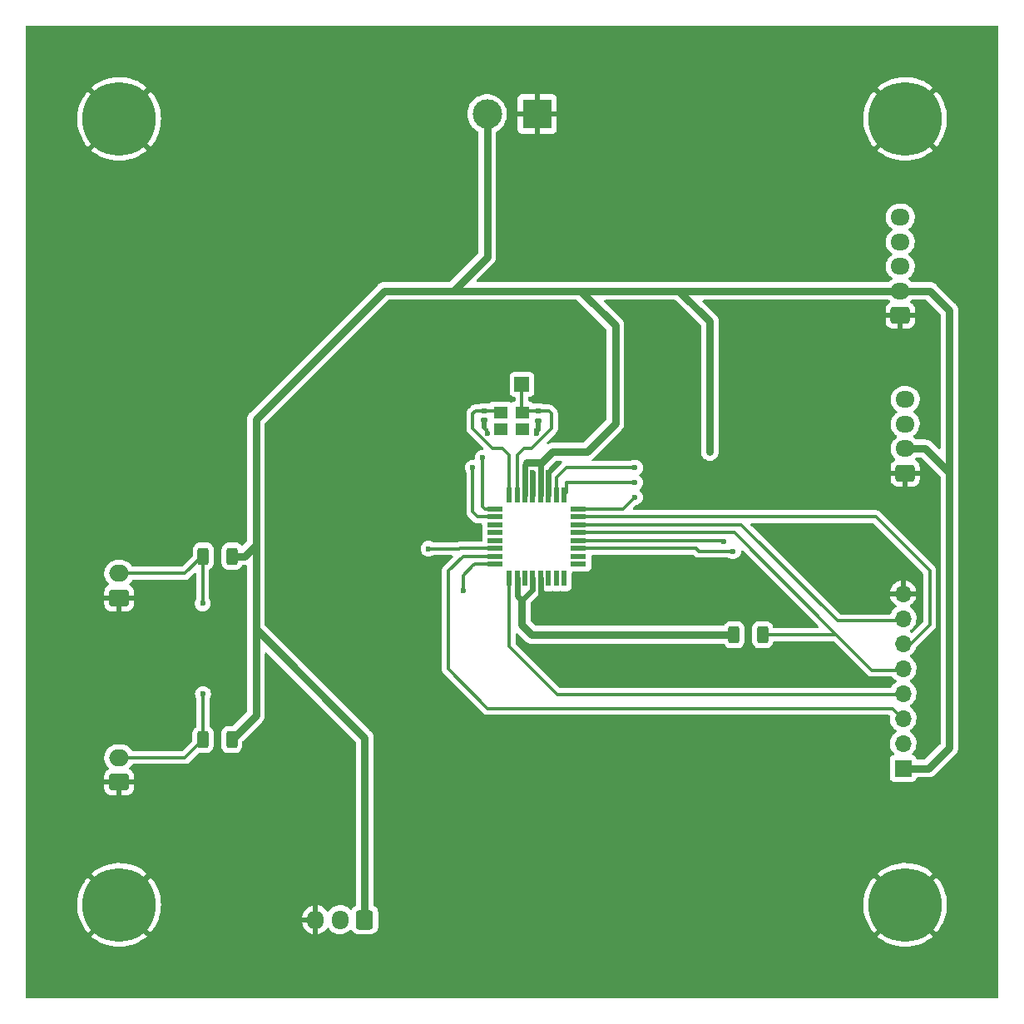
<source format=gbr>
%TF.GenerationSoftware,KiCad,Pcbnew,6.0.11-2627ca5db0~126~ubuntu22.04.1*%
%TF.CreationDate,2023-04-06T15:07:13+02:00*%
%TF.ProjectId,Subductor_carte_commande,53756264-7563-4746-9f72-5f6361727465,rev?*%
%TF.SameCoordinates,Original*%
%TF.FileFunction,Copper,L1,Top*%
%TF.FilePolarity,Positive*%
%FSLAX46Y46*%
G04 Gerber Fmt 4.6, Leading zero omitted, Abs format (unit mm)*
G04 Created by KiCad (PCBNEW 6.0.11-2627ca5db0~126~ubuntu22.04.1) date 2023-04-06 15:07:13*
%MOMM*%
%LPD*%
G01*
G04 APERTURE LIST*
G04 Aperture macros list*
%AMRoundRect*
0 Rectangle with rounded corners*
0 $1 Rounding radius*
0 $2 $3 $4 $5 $6 $7 $8 $9 X,Y pos of 4 corners*
0 Add a 4 corners polygon primitive as box body*
4,1,4,$2,$3,$4,$5,$6,$7,$8,$9,$2,$3,0*
0 Add four circle primitives for the rounded corners*
1,1,$1+$1,$2,$3*
1,1,$1+$1,$4,$5*
1,1,$1+$1,$6,$7*
1,1,$1+$1,$8,$9*
0 Add four rect primitives between the rounded corners*
20,1,$1+$1,$2,$3,$4,$5,0*
20,1,$1+$1,$4,$5,$6,$7,0*
20,1,$1+$1,$6,$7,$8,$9,0*
20,1,$1+$1,$8,$9,$2,$3,0*%
G04 Aperture macros list end*
%TA.AperFunction,ComponentPad*%
%ADD10RoundRect,0.250000X0.600000X0.725000X-0.600000X0.725000X-0.600000X-0.725000X0.600000X-0.725000X0*%
%TD*%
%TA.AperFunction,ComponentPad*%
%ADD11O,1.700000X1.950000*%
%TD*%
%TA.AperFunction,ComponentPad*%
%ADD12RoundRect,0.250000X0.750000X-0.600000X0.750000X0.600000X-0.750000X0.600000X-0.750000X-0.600000X0*%
%TD*%
%TA.AperFunction,ComponentPad*%
%ADD13O,2.000000X1.700000*%
%TD*%
%TA.AperFunction,SMDPad,CuDef*%
%ADD14RoundRect,0.140000X-0.170000X0.140000X-0.170000X-0.140000X0.170000X-0.140000X0.170000X0.140000X0*%
%TD*%
%TA.AperFunction,ComponentPad*%
%ADD15RoundRect,0.250000X0.725000X-0.600000X0.725000X0.600000X-0.725000X0.600000X-0.725000X-0.600000X0*%
%TD*%
%TA.AperFunction,ComponentPad*%
%ADD16O,1.950000X1.700000*%
%TD*%
%TA.AperFunction,SMDPad,CuDef*%
%ADD17RoundRect,0.250000X-0.312500X-0.625000X0.312500X-0.625000X0.312500X0.625000X-0.312500X0.625000X0*%
%TD*%
%TA.AperFunction,SMDPad,CuDef*%
%ADD18R,0.550000X1.600000*%
%TD*%
%TA.AperFunction,SMDPad,CuDef*%
%ADD19R,1.600000X0.550000*%
%TD*%
%TA.AperFunction,ComponentPad*%
%ADD20R,3.000000X3.000000*%
%TD*%
%TA.AperFunction,ComponentPad*%
%ADD21C,3.000000*%
%TD*%
%TA.AperFunction,ComponentPad*%
%ADD22R,1.700000X1.700000*%
%TD*%
%TA.AperFunction,ComponentPad*%
%ADD23O,1.700000X1.700000*%
%TD*%
%TA.AperFunction,ComponentPad*%
%ADD24C,7.500000*%
%TD*%
%TA.AperFunction,SMDPad,CuDef*%
%ADD25RoundRect,0.250000X0.312500X0.625000X-0.312500X0.625000X-0.312500X-0.625000X0.312500X-0.625000X0*%
%TD*%
%TA.AperFunction,SMDPad,CuDef*%
%ADD26R,1.400000X1.200000*%
%TD*%
%TA.AperFunction,SMDPad,CuDef*%
%ADD27R,1.500000X1.500000*%
%TD*%
%TA.AperFunction,ViaPad*%
%ADD28C,0.600000*%
%TD*%
%TA.AperFunction,Conductor*%
%ADD29C,0.800000*%
%TD*%
%TA.AperFunction,Conductor*%
%ADD30C,0.600000*%
%TD*%
%TA.AperFunction,Conductor*%
%ADD31C,0.300000*%
%TD*%
G04 APERTURE END LIST*
D10*
%TO.P,J7,1,Pin_1*%
%TO.N,+5V*%
X60000000Y-116500000D03*
D11*
%TO.P,J7,2,Pin_2*%
%TO.N,BUZZER*%
X57500000Y-116500000D03*
%TO.P,J7,3,Pin_3*%
%TO.N,GND*%
X55000000Y-116500000D03*
%TD*%
D12*
%TO.P,J5,1,Pin_1*%
%TO.N,GND*%
X35000000Y-83750000D03*
D13*
%TO.P,J5,2,Pin_2*%
%TO.N,Bouton1*%
X35000000Y-81250000D03*
%TD*%
D14*
%TO.P,C4,1*%
%TO.N,Net-(C4-Pad1)*%
X72175000Y-64725000D03*
%TO.P,C4,2*%
%TO.N,GND*%
X72175000Y-65685000D03*
%TD*%
D15*
%TO.P,J2,1,Pin_1*%
%TO.N,GND*%
X115000000Y-71050000D03*
D16*
%TO.P,J2,2,Pin_2*%
%TO.N,+5V*%
X115000000Y-68550000D03*
%TO.P,J2,3,Pin_3*%
%TO.N,SDA*%
X115000000Y-66050000D03*
%TO.P,J2,4,Pin_4*%
%TO.N,SCL*%
X115000000Y-63550000D03*
%TD*%
D17*
%TO.P,R2,1*%
%TO.N,Bouton2*%
X43537500Y-98170000D03*
%TO.P,R2,2*%
%TO.N,+5V*%
X46462500Y-98170000D03*
%TD*%
D18*
%TO.P,uC1,1,PD3*%
%TO.N,DT*%
X80300000Y-73250000D03*
%TO.P,uC1,2,PD4*%
%TO.N,CLK*%
X79500000Y-73250000D03*
%TO.P,uC1,3,GND*%
%TO.N,GND*%
X78700000Y-73250000D03*
%TO.P,uC1,4,VCC*%
%TO.N,+5V*%
X77900000Y-73250000D03*
%TO.P,uC1,5,GND*%
%TO.N,GND*%
X77100000Y-73250000D03*
%TO.P,uC1,6,VCC*%
%TO.N,+5V*%
X76300000Y-73250000D03*
%TO.P,uC1,7,XTAL1/PB6*%
%TO.N,Net-(C3-Pad1)*%
X75500000Y-73250000D03*
%TO.P,uC1,8,XTAL2/PB7*%
%TO.N,Net-(C4-Pad1)*%
X74700000Y-73250000D03*
D19*
%TO.P,uC1,9,PD5*%
%TO.N,Bouton1*%
X73250000Y-74700000D03*
%TO.P,uC1,10,PD6*%
%TO.N,Bouton2*%
X73250000Y-75500000D03*
%TO.P,uC1,11,PD7*%
%TO.N,unconnected-(uC1-Pad11)*%
X73250000Y-76300000D03*
%TO.P,uC1,12,PB0*%
%TO.N,unconnected-(uC1-Pad12)*%
X73250000Y-77100000D03*
%TO.P,uC1,13,PB1*%
%TO.N,unconnected-(uC1-Pad13)*%
X73250000Y-77900000D03*
%TO.P,uC1,14,PB2*%
%TO.N,BUZZER*%
X73250000Y-78700000D03*
%TO.P,uC1,15,PB3*%
%TO.N,MOSI*%
X73250000Y-79500000D03*
%TO.P,uC1,16,PB4*%
%TO.N,MISO*%
X73250000Y-80300000D03*
D18*
%TO.P,uC1,17,PB5*%
%TO.N,SCK*%
X74700000Y-81750000D03*
%TO.P,uC1,18,AVCC*%
%TO.N,+5V*%
X75500000Y-81750000D03*
%TO.P,uC1,19,ADC6*%
%TO.N,unconnected-(uC1-Pad19)*%
X76300000Y-81750000D03*
%TO.P,uC1,20,AREF*%
%TO.N,+5V*%
X77100000Y-81750000D03*
%TO.P,uC1,21,GND*%
%TO.N,GND*%
X77900000Y-81750000D03*
%TO.P,uC1,22,ADC7*%
%TO.N,unconnected-(uC1-Pad22)*%
X78700000Y-81750000D03*
%TO.P,uC1,23,PC0*%
%TO.N,unconnected-(uC1-Pad23)*%
X79500000Y-81750000D03*
%TO.P,uC1,24,PC1*%
%TO.N,unconnected-(uC1-Pad24)*%
X80300000Y-81750000D03*
D19*
%TO.P,uC1,25,PC2*%
%TO.N,unconnected-(uC1-Pad25)*%
X81750000Y-80300000D03*
%TO.P,uC1,26,PC3*%
%TO.N,unconnected-(uC1-Pad26)*%
X81750000Y-79500000D03*
%TO.P,uC1,27,PC4*%
%TO.N,SDA*%
X81750000Y-78700000D03*
%TO.P,uC1,28,PC5*%
%TO.N,SCL*%
X81750000Y-77900000D03*
%TO.P,uC1,29,~{RESET}/PC6*%
%TO.N,RST*%
X81750000Y-77100000D03*
%TO.P,uC1,30,PD0*%
%TO.N,UART RX*%
X81750000Y-76300000D03*
%TO.P,uC1,31,PD1*%
%TO.N,UART TX*%
X81750000Y-75500000D03*
%TO.P,uC1,32,PD2*%
%TO.N,SW*%
X81750000Y-74700000D03*
%TD*%
D15*
%TO.P,J3,1,Pin_1*%
%TO.N,GND*%
X114500000Y-55000000D03*
D16*
%TO.P,J3,2,Pin_2*%
%TO.N,+5V*%
X114500000Y-52500000D03*
%TO.P,J3,3,Pin_3*%
%TO.N,SW*%
X114500000Y-50000000D03*
%TO.P,J3,4,Pin_4*%
%TO.N,DT*%
X114500000Y-47500000D03*
%TO.P,J3,5,Pin_5*%
%TO.N,CLK*%
X114500000Y-45000000D03*
%TD*%
D20*
%TO.P,J1,1,Pin_1*%
%TO.N,GND*%
X77540000Y-34500000D03*
D21*
%TO.P,J1,2,Pin_2*%
%TO.N,+5V*%
X72460000Y-34500000D03*
%TD*%
D22*
%TO.P,J4,1,Pin_1*%
%TO.N,+5V*%
X114800000Y-101100000D03*
D23*
%TO.P,J4,2,Pin_2*%
%TO.N,MISO*%
X114800000Y-98560000D03*
%TO.P,J4,3,Pin_3*%
%TO.N,MOSI*%
X114800000Y-96020000D03*
%TO.P,J4,4,Pin_4*%
%TO.N,SCK*%
X114800000Y-93480000D03*
%TO.P,J4,5,Pin_5*%
%TO.N,RST*%
X114800000Y-90940000D03*
%TO.P,J4,6,Pin_6*%
%TO.N,UART TX*%
X114800000Y-88400000D03*
%TO.P,J4,7,Pin_7*%
%TO.N,UART RX*%
X114800000Y-85860000D03*
%TO.P,J4,8,Pin_8*%
%TO.N,GND*%
X114800000Y-83320000D03*
%TD*%
D14*
%TO.P,C3,1*%
%TO.N,Net-(C3-Pad1)*%
X77675000Y-64745000D03*
%TO.P,C3,2*%
%TO.N,GND*%
X77675000Y-65705000D03*
%TD*%
D24*
%TO.P,H1,1,1*%
%TO.N,GND*%
X35000000Y-35000000D03*
%TD*%
%TO.P,H4,1,1*%
%TO.N,GND*%
X115000000Y-115000000D03*
%TD*%
D12*
%TO.P,J6,1,Pin_1*%
%TO.N,GND*%
X35000000Y-102500000D03*
D13*
%TO.P,J6,2,Pin_2*%
%TO.N,Bouton2*%
X35000000Y-100000000D03*
%TD*%
D25*
%TO.P,R13,1*%
%TO.N,RST*%
X100500000Y-87500000D03*
%TO.P,R13,2*%
%TO.N,+5V*%
X97575000Y-87500000D03*
%TD*%
D24*
%TO.P,H3,1,1*%
%TO.N,GND*%
X35000000Y-115000000D03*
%TD*%
D26*
%TO.P,Y1,1,1*%
%TO.N,Net-(C3-Pad1)*%
X76025000Y-64875000D03*
%TO.P,Y1,2,2*%
%TO.N,Net-(C4-Pad1)*%
X73825000Y-64875000D03*
%TO.P,Y1,3*%
%TO.N,N/C*%
X73825000Y-66575000D03*
%TO.P,Y1,4*%
X76025000Y-66575000D03*
%TD*%
D24*
%TO.P,H2,1,1*%
%TO.N,GND*%
X115000000Y-35000000D03*
%TD*%
D17*
%TO.P,R1,1*%
%TO.N,Bouton1*%
X43575000Y-79500000D03*
%TO.P,R1,2*%
%TO.N,+5V*%
X46500000Y-79500000D03*
%TD*%
D27*
%TO.P,TP1,1,1*%
%TO.N,Net-(C3-Pad1)*%
X76000000Y-62000000D03*
%TD*%
D28*
%TO.N,+5V*%
X95000000Y-87500000D03*
%TO.N,BUZZER*%
X66500000Y-78750000D03*
%TO.N,GND*%
X77900000Y-83400000D03*
X77100000Y-71900000D03*
X77100000Y-71000000D03*
X78700000Y-71000000D03*
X78700000Y-71800000D03*
X72500000Y-67000000D03*
X77500000Y-67000000D03*
%TO.N,+5V*%
X95120000Y-68880000D03*
%TO.N,SDA*%
X97500000Y-79000000D03*
%TO.N,SCL*%
X96500000Y-78000000D03*
%TO.N,MISO*%
X70000000Y-83000000D03*
%TO.N,Bouton1*%
X43500000Y-84316250D03*
X72000000Y-69500000D03*
%TO.N,Bouton2*%
X71000000Y-70500000D03*
X43537500Y-93537500D03*
%TO.N,SW*%
X87500000Y-73500000D03*
%TO.N,DT*%
X87500000Y-72000000D03*
%TO.N,CLK*%
X87500000Y-70500000D03*
%TD*%
D29*
%TO.N,+5V*%
X48920000Y-81920000D02*
X48920000Y-78330000D01*
X48920000Y-78330000D02*
X48920000Y-77830000D01*
X46500000Y-79500000D02*
X47750000Y-79500000D01*
X47750000Y-79500000D02*
X48920000Y-78330000D01*
X115000000Y-68550000D02*
X117050000Y-68550000D01*
X48920000Y-77830000D02*
X48920000Y-76920000D01*
D30*
%TO.N,GND*%
X77900000Y-81750000D02*
X77900000Y-83400000D01*
D31*
%TO.N,BUZZER*%
X69650000Y-78750000D02*
X69700000Y-78700000D01*
X66500000Y-78750000D02*
X69650000Y-78750000D01*
X69700000Y-78700000D02*
X73250000Y-78700000D01*
D29*
%TO.N,+5V*%
X48920000Y-95712500D02*
X48920000Y-86920000D01*
X48920000Y-86920000D02*
X48920000Y-81920000D01*
X60000000Y-116500000D02*
X60000000Y-98000000D01*
X60000000Y-98000000D02*
X48920000Y-86920000D01*
X62000000Y-52500000D02*
X69000000Y-52500000D01*
X69000000Y-52500000D02*
X76500000Y-52500000D01*
X72460000Y-34500000D02*
X72460000Y-49040000D01*
X72460000Y-49040000D02*
X69000000Y-52500000D01*
X48920000Y-76920000D02*
X48920000Y-65580000D01*
X119500000Y-54500000D02*
X119500000Y-71000000D01*
X119500000Y-71000000D02*
X119500000Y-99000000D01*
X117050000Y-68550000D02*
X119500000Y-71000000D01*
X114500000Y-52500000D02*
X117500000Y-52500000D01*
X117500000Y-52500000D02*
X119500000Y-54500000D01*
X119500000Y-99000000D02*
X117400000Y-101100000D01*
X117400000Y-101100000D02*
X114800000Y-101100000D01*
X95120000Y-68880000D02*
X95120000Y-55620000D01*
X95120000Y-55620000D02*
X92000000Y-52500000D01*
X92000000Y-52500000D02*
X90500000Y-52500000D01*
X76500000Y-52500000D02*
X82000000Y-52500000D01*
X79120000Y-68880000D02*
X82620000Y-68880000D01*
X82000000Y-52500000D02*
X90500000Y-52500000D01*
X78000000Y-70000000D02*
X79120000Y-68880000D01*
X82620000Y-68880000D02*
X85500000Y-66000000D01*
X85500000Y-66000000D02*
X85500000Y-56000000D01*
X85500000Y-56000000D02*
X82000000Y-52500000D01*
X90500000Y-52500000D02*
X114500000Y-52500000D01*
X48920000Y-65580000D02*
X62000000Y-52500000D01*
D31*
%TO.N,Net-(C3-Pad1)*%
X77675000Y-64745000D02*
X78745000Y-64745000D01*
X76250000Y-68500000D02*
X75500000Y-69250000D01*
X77000000Y-68500000D02*
X76250000Y-68500000D01*
X78745000Y-64745000D02*
X79000000Y-65000000D01*
X75500000Y-69250000D02*
X75500000Y-73250000D01*
X77675000Y-64745000D02*
X76205000Y-64745000D01*
X79000000Y-66500000D02*
X77000000Y-68500000D01*
X76205000Y-64745000D02*
X76000000Y-64950000D01*
X79000000Y-65000000D02*
X79000000Y-66500000D01*
X76000000Y-62000000D02*
X76000000Y-64950000D01*
D30*
%TO.N,GND*%
X78700000Y-73250000D02*
X78700000Y-71800000D01*
X77100000Y-73250000D02*
X77100000Y-71900000D01*
X78700000Y-71800000D02*
X78700000Y-71000000D01*
X77100000Y-71900000D02*
X77100000Y-71000000D01*
D31*
%TO.N,Net-(C4-Pad1)*%
X73625000Y-64725000D02*
X73850000Y-64950000D01*
X73000000Y-68500000D02*
X74000000Y-68500000D01*
X71275000Y-64725000D02*
X71000000Y-65000000D01*
X74700000Y-69200000D02*
X74700000Y-73250000D01*
X72175000Y-64725000D02*
X71275000Y-64725000D01*
X71000000Y-66500000D02*
X73000000Y-68500000D01*
X74000000Y-68500000D02*
X74700000Y-69200000D01*
X72175000Y-64725000D02*
X73625000Y-64725000D01*
X71000000Y-65000000D02*
X71000000Y-66500000D01*
D30*
%TO.N,+5V*%
X77900000Y-70100000D02*
X78000000Y-70000000D01*
X77100000Y-82900000D02*
X76000000Y-84000000D01*
X76300000Y-73250000D02*
X76300000Y-70200000D01*
X75500000Y-81750000D02*
X75500000Y-83500000D01*
X76300000Y-70200000D02*
X76500000Y-70000000D01*
D29*
X76000000Y-84000000D02*
X76000000Y-86500000D01*
D30*
X77100000Y-81750000D02*
X77100000Y-82900000D01*
X77900000Y-73250000D02*
X77900000Y-70100000D01*
D29*
X95000000Y-87500000D02*
X97575000Y-87500000D01*
D30*
X75500000Y-83500000D02*
X76000000Y-84000000D01*
D29*
X78000000Y-70000000D02*
X76500000Y-70000000D01*
X76000000Y-86500000D02*
X77000000Y-87500000D01*
X46462500Y-98170000D02*
X48920000Y-95712500D01*
X77000000Y-87500000D02*
X95000000Y-87500000D01*
D31*
%TO.N,SDA*%
X97500000Y-79000000D02*
X94000000Y-79000000D01*
X94000000Y-79000000D02*
X93700000Y-78700000D01*
X93700000Y-78700000D02*
X81750000Y-78700000D01*
%TO.N,SCL*%
X96400000Y-77900000D02*
X81750000Y-77900000D01*
X96500000Y-78000000D02*
X96400000Y-77900000D01*
%TO.N,MISO*%
X71000000Y-80500000D02*
X70000000Y-81500000D01*
X70000000Y-81500000D02*
X70000000Y-83000000D01*
X71200000Y-80300000D02*
X71000000Y-80500000D01*
X73250000Y-80300000D02*
X71200000Y-80300000D01*
%TO.N,MOSI*%
X68500000Y-81000000D02*
X70000000Y-79500000D01*
X114800000Y-96100000D02*
X113700000Y-95000000D01*
X113700000Y-95000000D02*
X72500000Y-95000000D01*
X72500000Y-95000000D02*
X68500000Y-91000000D01*
X70000000Y-79500000D02*
X73250000Y-79500000D01*
X68500000Y-91000000D02*
X68500000Y-81000000D01*
%TO.N,SCK*%
X114800000Y-93600000D02*
X79600000Y-93600000D01*
X74700000Y-88700000D02*
X74700000Y-81750000D01*
X79600000Y-93600000D02*
X74700000Y-88700000D01*
%TO.N,RST*%
X93100000Y-77100000D02*
X81750000Y-77100000D01*
X111600000Y-91100000D02*
X108000000Y-87500000D01*
X93400000Y-77100000D02*
X93100000Y-77100000D01*
X108000000Y-87500000D02*
X97600000Y-77100000D01*
X114800000Y-91100000D02*
X111600000Y-91100000D01*
X97600000Y-77100000D02*
X93600000Y-77100000D01*
X93600000Y-77100000D02*
X93400000Y-77100000D01*
X100500000Y-87500000D02*
X108000000Y-87500000D01*
%TO.N,UART TX*%
X115400000Y-88600000D02*
X114800000Y-88600000D01*
X100000000Y-75500000D02*
X81750000Y-75500000D01*
X117500000Y-86500000D02*
X115400000Y-88600000D01*
X117500000Y-81000000D02*
X117500000Y-86500000D01*
X100000000Y-75500000D02*
X112000000Y-75500000D01*
X112000000Y-75500000D02*
X117500000Y-81000000D01*
%TO.N,UART RX*%
X114800000Y-86100000D02*
X108100000Y-86100000D01*
X98300000Y-76300000D02*
X81750000Y-76300000D01*
X108100000Y-86100000D02*
X98300000Y-76300000D01*
%TO.N,Bouton1*%
X43537500Y-79420000D02*
X41707500Y-81250000D01*
X72000000Y-74500000D02*
X72200000Y-74700000D01*
X43500000Y-84316250D02*
X43500000Y-79683750D01*
X41707500Y-81250000D02*
X35000000Y-81250000D01*
X72000000Y-69500000D02*
X72000000Y-74500000D01*
X72200000Y-74700000D02*
X73250000Y-74700000D01*
%TO.N,Bouton2*%
X43537500Y-98170000D02*
X41707500Y-100000000D01*
X43537500Y-98170000D02*
X43537500Y-93537500D01*
X41707500Y-100000000D02*
X35000000Y-100000000D01*
X71000000Y-75000000D02*
X71000000Y-70500000D01*
X73250000Y-75500000D02*
X71500000Y-75500000D01*
X71500000Y-75500000D02*
X71000000Y-75000000D01*
%TO.N,SW*%
X86300000Y-74700000D02*
X87500000Y-73500000D01*
X81750000Y-74700000D02*
X86300000Y-74700000D01*
%TO.N,DT*%
X80500000Y-73050000D02*
X80500000Y-72000000D01*
X80500000Y-72000000D02*
X87500000Y-72000000D01*
X80300000Y-73250000D02*
X80500000Y-73050000D01*
%TO.N,CLK*%
X79500000Y-71500000D02*
X80500000Y-70500000D01*
X80500000Y-70500000D02*
X87500000Y-70500000D01*
X79500000Y-73250000D02*
X79500000Y-71500000D01*
%TD*%
%TA.AperFunction,Conductor*%
%TO.N,GND*%
G36*
X124433621Y-25528502D02*
G01*
X124480114Y-25582158D01*
X124491500Y-25634500D01*
X124491500Y-124365500D01*
X124471498Y-124433621D01*
X124417842Y-124480114D01*
X124365500Y-124491500D01*
X25634500Y-124491500D01*
X25566379Y-124471498D01*
X25519886Y-124417842D01*
X25508500Y-124365500D01*
X25508500Y-118186434D01*
X32178921Y-118186434D01*
X32185708Y-118196135D01*
X32385023Y-118366365D01*
X32389709Y-118370000D01*
X32713442Y-118597523D01*
X32718432Y-118600690D01*
X33062141Y-118796739D01*
X33067422Y-118799429D01*
X33428053Y-118962260D01*
X33433544Y-118964434D01*
X33807906Y-119092607D01*
X33813590Y-119094259D01*
X34198347Y-119186631D01*
X34204162Y-119187740D01*
X34595889Y-119243490D01*
X34601802Y-119244049D01*
X34997031Y-119262688D01*
X35002969Y-119262688D01*
X35398198Y-119244049D01*
X35404111Y-119243490D01*
X35795838Y-119187740D01*
X35801653Y-119186631D01*
X36186410Y-119094259D01*
X36192094Y-119092607D01*
X36566456Y-118964434D01*
X36571947Y-118962260D01*
X36932578Y-118799429D01*
X36937859Y-118796739D01*
X37281568Y-118600690D01*
X37286558Y-118597523D01*
X37610291Y-118370000D01*
X37614977Y-118366365D01*
X37812722Y-118197476D01*
X37819930Y-118186434D01*
X112178921Y-118186434D01*
X112185708Y-118196135D01*
X112385023Y-118366365D01*
X112389709Y-118370000D01*
X112713442Y-118597523D01*
X112718432Y-118600690D01*
X113062141Y-118796739D01*
X113067422Y-118799429D01*
X113428053Y-118962260D01*
X113433544Y-118964434D01*
X113807906Y-119092607D01*
X113813590Y-119094259D01*
X114198347Y-119186631D01*
X114204162Y-119187740D01*
X114595889Y-119243490D01*
X114601802Y-119244049D01*
X114997031Y-119262688D01*
X115002969Y-119262688D01*
X115398198Y-119244049D01*
X115404111Y-119243490D01*
X115795838Y-119187740D01*
X115801653Y-119186631D01*
X116186410Y-119094259D01*
X116192094Y-119092607D01*
X116566456Y-118964434D01*
X116571947Y-118962260D01*
X116932578Y-118799429D01*
X116937859Y-118796739D01*
X117281568Y-118600690D01*
X117286558Y-118597523D01*
X117610291Y-118370000D01*
X117614977Y-118366365D01*
X117812722Y-118197476D01*
X117821152Y-118184562D01*
X117815145Y-118174355D01*
X115012812Y-115372022D01*
X114998868Y-115364408D01*
X114997035Y-115364539D01*
X114990420Y-115368790D01*
X112186313Y-118172897D01*
X112178921Y-118186434D01*
X37819930Y-118186434D01*
X37821152Y-118184562D01*
X37815145Y-118174355D01*
X35012812Y-115372022D01*
X34998868Y-115364408D01*
X34997035Y-115364539D01*
X34990420Y-115368790D01*
X32186313Y-118172897D01*
X32178921Y-118186434D01*
X25508500Y-118186434D01*
X25508500Y-114869073D01*
X30739322Y-114869073D01*
X30745537Y-115264679D01*
X30745911Y-115270629D01*
X30789327Y-115663895D01*
X30790257Y-115669766D01*
X30870494Y-116057212D01*
X30871970Y-116062960D01*
X30988316Y-116441151D01*
X30990320Y-116446716D01*
X31141745Y-116812288D01*
X31144267Y-116817647D01*
X31329411Y-117167323D01*
X31332436Y-117172440D01*
X31549669Y-117503144D01*
X31553159Y-117507947D01*
X31800292Y-117816420D01*
X31813130Y-117823694D01*
X31814439Y-117823621D01*
X31821852Y-117818938D01*
X34627978Y-115012812D01*
X34634356Y-115001132D01*
X35364408Y-115001132D01*
X35364539Y-115002965D01*
X35368790Y-115009580D01*
X38175271Y-117816061D01*
X38189215Y-117823675D01*
X38190524Y-117823582D01*
X38197360Y-117819112D01*
X38199454Y-117816737D01*
X38446841Y-117507947D01*
X38450331Y-117503144D01*
X38667564Y-117172440D01*
X38670589Y-117167323D01*
X38855733Y-116817647D01*
X38858255Y-116812288D01*
X38875691Y-116770193D01*
X53649410Y-116770193D01*
X53656124Y-116849325D01*
X53657914Y-116859797D01*
X53713130Y-117072535D01*
X53716665Y-117082575D01*
X53806937Y-117282970D01*
X53812106Y-117292256D01*
X53934850Y-117474575D01*
X53941519Y-117482870D01*
X54093228Y-117641900D01*
X54101186Y-117648941D01*
X54277525Y-117780141D01*
X54286562Y-117785745D01*
X54482484Y-117885357D01*
X54492335Y-117889357D01*
X54702240Y-117954534D01*
X54712624Y-117956817D01*
X54728043Y-117958861D01*
X54742207Y-117956665D01*
X54746000Y-117943478D01*
X54746000Y-116772115D01*
X54741525Y-116756876D01*
X54740135Y-116755671D01*
X54732452Y-116754000D01*
X53666151Y-116754000D01*
X53651473Y-116758310D01*
X53649410Y-116770193D01*
X38875691Y-116770193D01*
X39009680Y-116446716D01*
X39011684Y-116441151D01*
X39077204Y-116228174D01*
X53646496Y-116228174D01*
X53647915Y-116241414D01*
X53662550Y-116246000D01*
X54727885Y-116246000D01*
X54743124Y-116241525D01*
X54744329Y-116240135D01*
X54746000Y-116232452D01*
X54746000Y-115058808D01*
X54742027Y-115045277D01*
X54731420Y-115043752D01*
X54613579Y-115068477D01*
X54603383Y-115071537D01*
X54398971Y-115152263D01*
X54389439Y-115156994D01*
X54201538Y-115271016D01*
X54192948Y-115277280D01*
X54026948Y-115421327D01*
X54019528Y-115428958D01*
X53880174Y-115598911D01*
X53874150Y-115607678D01*
X53765424Y-115798682D01*
X53760959Y-115808346D01*
X53685969Y-116014941D01*
X53683198Y-116025208D01*
X53646496Y-116228174D01*
X39077204Y-116228174D01*
X39128030Y-116062960D01*
X39129506Y-116057212D01*
X39209743Y-115669766D01*
X39210673Y-115663895D01*
X39254145Y-115270124D01*
X39254494Y-115265196D01*
X39262750Y-115002468D01*
X39262711Y-114997530D01*
X39244049Y-114601802D01*
X39243490Y-114595889D01*
X39187740Y-114204162D01*
X39186631Y-114198347D01*
X39094259Y-113813590D01*
X39092607Y-113807906D01*
X38964434Y-113433544D01*
X38962260Y-113428053D01*
X38799429Y-113067422D01*
X38796739Y-113062141D01*
X38600690Y-112718432D01*
X38597523Y-112713442D01*
X38370000Y-112389709D01*
X38366365Y-112385023D01*
X38197476Y-112187278D01*
X38184562Y-112178848D01*
X38174355Y-112184855D01*
X35372022Y-114987188D01*
X35364408Y-115001132D01*
X34634356Y-115001132D01*
X34635592Y-114998868D01*
X34635461Y-114997035D01*
X34631210Y-114990420D01*
X31827402Y-112186612D01*
X31813458Y-112178998D01*
X31813205Y-112179016D01*
X31804463Y-112184930D01*
X31717436Y-112280572D01*
X31713649Y-112285150D01*
X31476088Y-112601551D01*
X31472744Y-112606471D01*
X31266001Y-112943845D01*
X31263153Y-112949025D01*
X31089072Y-113304370D01*
X31086723Y-113309797D01*
X30946858Y-113679939D01*
X30945026Y-113685578D01*
X30840622Y-114067215D01*
X30839323Y-114073028D01*
X30771295Y-114462811D01*
X30770554Y-114468674D01*
X30739507Y-114863147D01*
X30739322Y-114869073D01*
X25508500Y-114869073D01*
X25508500Y-111815964D01*
X32178939Y-111815964D01*
X32178945Y-111816217D01*
X32184445Y-111825235D01*
X34987188Y-114627978D01*
X35001132Y-114635592D01*
X35002965Y-114635461D01*
X35009580Y-114631210D01*
X37816061Y-111824729D01*
X37823675Y-111810785D01*
X37823582Y-111809476D01*
X37819112Y-111802640D01*
X37816737Y-111800546D01*
X37507947Y-111553159D01*
X37503144Y-111549669D01*
X37172440Y-111332436D01*
X37167323Y-111329411D01*
X36817647Y-111144267D01*
X36812288Y-111141745D01*
X36446716Y-110990320D01*
X36441151Y-110988316D01*
X36062960Y-110871970D01*
X36057212Y-110870494D01*
X35669766Y-110790257D01*
X35663895Y-110789327D01*
X35270629Y-110745911D01*
X35264679Y-110745537D01*
X34869073Y-110739322D01*
X34863147Y-110739507D01*
X34468674Y-110770554D01*
X34462811Y-110771295D01*
X34073028Y-110839323D01*
X34067215Y-110840622D01*
X33685578Y-110945026D01*
X33679939Y-110946858D01*
X33309797Y-111086723D01*
X33304370Y-111089072D01*
X32949025Y-111263153D01*
X32943845Y-111266001D01*
X32606471Y-111472744D01*
X32601551Y-111476088D01*
X32285150Y-111713649D01*
X32280572Y-111717436D01*
X32187199Y-111802398D01*
X32178939Y-111815964D01*
X25508500Y-111815964D01*
X25508500Y-103147095D01*
X33492001Y-103147095D01*
X33492338Y-103153614D01*
X33502257Y-103249206D01*
X33505149Y-103262600D01*
X33556588Y-103416784D01*
X33562761Y-103429962D01*
X33648063Y-103567807D01*
X33657099Y-103579208D01*
X33771829Y-103693739D01*
X33783240Y-103702751D01*
X33921243Y-103787816D01*
X33934424Y-103793963D01*
X34088710Y-103845138D01*
X34102086Y-103848005D01*
X34196438Y-103857672D01*
X34202854Y-103858000D01*
X34727885Y-103858000D01*
X34743124Y-103853525D01*
X34744329Y-103852135D01*
X34746000Y-103844452D01*
X34746000Y-103839884D01*
X35254000Y-103839884D01*
X35258475Y-103855123D01*
X35259865Y-103856328D01*
X35267548Y-103857999D01*
X35797095Y-103857999D01*
X35803614Y-103857662D01*
X35899206Y-103847743D01*
X35912600Y-103844851D01*
X36066784Y-103793412D01*
X36079962Y-103787239D01*
X36217807Y-103701937D01*
X36229208Y-103692901D01*
X36343739Y-103578171D01*
X36352751Y-103566760D01*
X36437816Y-103428757D01*
X36443963Y-103415576D01*
X36495138Y-103261290D01*
X36498005Y-103247914D01*
X36507672Y-103153562D01*
X36508000Y-103147146D01*
X36508000Y-102772115D01*
X36503525Y-102756876D01*
X36502135Y-102755671D01*
X36494452Y-102754000D01*
X35272115Y-102754000D01*
X35256876Y-102758475D01*
X35255671Y-102759865D01*
X35254000Y-102767548D01*
X35254000Y-103839884D01*
X34746000Y-103839884D01*
X34746000Y-102772115D01*
X34741525Y-102756876D01*
X34740135Y-102755671D01*
X34732452Y-102754000D01*
X33510116Y-102754000D01*
X33494877Y-102758475D01*
X33493672Y-102759865D01*
X33492001Y-102767548D01*
X33492001Y-103147095D01*
X25508500Y-103147095D01*
X25508500Y-99935774D01*
X33488102Y-99935774D01*
X33488302Y-99941103D01*
X33488302Y-99941105D01*
X33492427Y-100050966D01*
X33496751Y-100166158D01*
X33544093Y-100391791D01*
X33546051Y-100396750D01*
X33546052Y-100396752D01*
X33622184Y-100589528D01*
X33628776Y-100606221D01*
X33631543Y-100610780D01*
X33631544Y-100610783D01*
X33658717Y-100655562D01*
X33748377Y-100803317D01*
X33751874Y-100807347D01*
X33838438Y-100907103D01*
X33899477Y-100977445D01*
X33903608Y-100980832D01*
X33935529Y-101007006D01*
X33975524Y-101065666D01*
X33977455Y-101136636D01*
X33940710Y-101197384D01*
X33921941Y-101211584D01*
X33782193Y-101298063D01*
X33770792Y-101307099D01*
X33656261Y-101421829D01*
X33647249Y-101433240D01*
X33562184Y-101571243D01*
X33556037Y-101584424D01*
X33504862Y-101738710D01*
X33501995Y-101752086D01*
X33492328Y-101846438D01*
X33492000Y-101852855D01*
X33492000Y-102227885D01*
X33496475Y-102243124D01*
X33497865Y-102244329D01*
X33505548Y-102246000D01*
X36489884Y-102246000D01*
X36505123Y-102241525D01*
X36506328Y-102240135D01*
X36507999Y-102232452D01*
X36507999Y-101852905D01*
X36507662Y-101846386D01*
X36497743Y-101750794D01*
X36494851Y-101737400D01*
X36443412Y-101583216D01*
X36437239Y-101570038D01*
X36351937Y-101432193D01*
X36342901Y-101420792D01*
X36228171Y-101306261D01*
X36216757Y-101297247D01*
X36077287Y-101211277D01*
X36029793Y-101158505D01*
X36018369Y-101088434D01*
X36046643Y-101023310D01*
X36056430Y-101012847D01*
X36089991Y-100980832D01*
X36171135Y-100903424D01*
X36308754Y-100718458D01*
X36309344Y-100717298D01*
X36361336Y-100670750D01*
X36415529Y-100658500D01*
X41625444Y-100658500D01*
X41637300Y-100659059D01*
X41637303Y-100659059D01*
X41645037Y-100660788D01*
X41715869Y-100658562D01*
X41719827Y-100658500D01*
X41748932Y-100658500D01*
X41753332Y-100657944D01*
X41765164Y-100657012D01*
X41811331Y-100655562D01*
X41831921Y-100649580D01*
X41851282Y-100645570D01*
X41858270Y-100644688D01*
X41864704Y-100643875D01*
X41864705Y-100643875D01*
X41872564Y-100642882D01*
X41879929Y-100639966D01*
X41879933Y-100639965D01*
X41915521Y-100625874D01*
X41926731Y-100622035D01*
X41971100Y-100609145D01*
X41989565Y-100598225D01*
X42007305Y-100589534D01*
X42027256Y-100581635D01*
X42064629Y-100554482D01*
X42074548Y-100547967D01*
X42107477Y-100528493D01*
X42107481Y-100528490D01*
X42114307Y-100524453D01*
X42129471Y-100509289D01*
X42144505Y-100496448D01*
X42155443Y-100488501D01*
X42161857Y-100483841D01*
X42191303Y-100448247D01*
X42199292Y-100439468D01*
X43051209Y-99587551D01*
X43113521Y-99553525D01*
X43153146Y-99551302D01*
X43163310Y-99552343D01*
X43174600Y-99553500D01*
X43900400Y-99553500D01*
X43903646Y-99553163D01*
X43903650Y-99553163D01*
X43999308Y-99543238D01*
X43999312Y-99543237D01*
X44006166Y-99542526D01*
X44012702Y-99540345D01*
X44012704Y-99540345D01*
X44158665Y-99491648D01*
X44173946Y-99486550D01*
X44324348Y-99393478D01*
X44449305Y-99268303D01*
X44453146Y-99262072D01*
X44538275Y-99123968D01*
X44538276Y-99123966D01*
X44542115Y-99117738D01*
X44590313Y-98972425D01*
X44595632Y-98956389D01*
X44595632Y-98956387D01*
X44597797Y-98949861D01*
X44598693Y-98941122D01*
X44608172Y-98848598D01*
X44608500Y-98845400D01*
X45391500Y-98845400D01*
X45391837Y-98848646D01*
X45391837Y-98848650D01*
X45401432Y-98941122D01*
X45402474Y-98951166D01*
X45404655Y-98957702D01*
X45404655Y-98957704D01*
X45425161Y-99019168D01*
X45458450Y-99118946D01*
X45551522Y-99269348D01*
X45676697Y-99394305D01*
X45682927Y-99398145D01*
X45682928Y-99398146D01*
X45820090Y-99482694D01*
X45827262Y-99487115D01*
X45874126Y-99502659D01*
X45988611Y-99540632D01*
X45988613Y-99540632D01*
X45995139Y-99542797D01*
X46001975Y-99543497D01*
X46001978Y-99543498D01*
X46043256Y-99547727D01*
X46099600Y-99553500D01*
X46825400Y-99553500D01*
X46828646Y-99553163D01*
X46828650Y-99553163D01*
X46924308Y-99543238D01*
X46924312Y-99543237D01*
X46931166Y-99542526D01*
X46937702Y-99540345D01*
X46937704Y-99540345D01*
X47083665Y-99491648D01*
X47098946Y-99486550D01*
X47249348Y-99393478D01*
X47374305Y-99268303D01*
X47378146Y-99262072D01*
X47463275Y-99123968D01*
X47463276Y-99123966D01*
X47467115Y-99117738D01*
X47515313Y-98972425D01*
X47520632Y-98956389D01*
X47520632Y-98956387D01*
X47522797Y-98949861D01*
X47523693Y-98941122D01*
X47533172Y-98848598D01*
X47533500Y-98845400D01*
X47533500Y-98436003D01*
X47553502Y-98367882D01*
X47570405Y-98346908D01*
X49504832Y-96412481D01*
X49519865Y-96399640D01*
X49525913Y-96395246D01*
X49525914Y-96395245D01*
X49531253Y-96391366D01*
X49577016Y-96340541D01*
X49581557Y-96335756D01*
X49596072Y-96321241D01*
X49602727Y-96313023D01*
X49608994Y-96305284D01*
X49613278Y-96300269D01*
X49654619Y-96254355D01*
X49654623Y-96254350D01*
X49659040Y-96249444D01*
X49662340Y-96243728D01*
X49662343Y-96243724D01*
X49666073Y-96237263D01*
X49677273Y-96220966D01*
X49681975Y-96215160D01*
X49681976Y-96215158D01*
X49686129Y-96210030D01*
X49717188Y-96149074D01*
X49720336Y-96143277D01*
X49751224Y-96089777D01*
X49754527Y-96084056D01*
X49758875Y-96070674D01*
X49766438Y-96052415D01*
X49772830Y-96039870D01*
X49790537Y-95973788D01*
X49792409Y-95967469D01*
X49811501Y-95908710D01*
X49811501Y-95908709D01*
X49813542Y-95902428D01*
X49815014Y-95888425D01*
X49818615Y-95868996D01*
X49822257Y-95855403D01*
X49822603Y-95848804D01*
X49825836Y-95787116D01*
X49826353Y-95780542D01*
X49828156Y-95763384D01*
X49828156Y-95763382D01*
X49828500Y-95760110D01*
X49828500Y-95739574D01*
X49828673Y-95732980D01*
X49831907Y-95671282D01*
X49831907Y-95671277D01*
X49832252Y-95664690D01*
X49830051Y-95650792D01*
X49828500Y-95631083D01*
X49828500Y-89417503D01*
X49848502Y-89349382D01*
X49902158Y-89302889D01*
X49972432Y-89292785D01*
X50037012Y-89322279D01*
X50043595Y-89328408D01*
X59054595Y-98339408D01*
X59088621Y-98401720D01*
X59091500Y-98428503D01*
X59091500Y-115003689D01*
X59071498Y-115071810D01*
X59031804Y-115110833D01*
X58925652Y-115176522D01*
X58800695Y-115301697D01*
X58727170Y-115420977D01*
X58710920Y-115447339D01*
X58658148Y-115494832D01*
X58588076Y-115506256D01*
X58522952Y-115477982D01*
X58512490Y-115468195D01*
X58420745Y-115372022D01*
X58403424Y-115353865D01*
X58218458Y-115216246D01*
X58213707Y-115213830D01*
X58213703Y-115213828D01*
X58095588Y-115153776D01*
X58012949Y-115111760D01*
X58007855Y-115110178D01*
X58007852Y-115110177D01*
X57797871Y-115044976D01*
X57792773Y-115043393D01*
X57787484Y-115042692D01*
X57569511Y-115013802D01*
X57569506Y-115013802D01*
X57564226Y-115013102D01*
X57558897Y-115013302D01*
X57558895Y-115013302D01*
X57449034Y-115017427D01*
X57333842Y-115021751D01*
X57108209Y-115069093D01*
X57103250Y-115071051D01*
X57103248Y-115071052D01*
X56898744Y-115151815D01*
X56898742Y-115151816D01*
X56893779Y-115153776D01*
X56889220Y-115156543D01*
X56889217Y-115156544D01*
X56794113Y-115214255D01*
X56696683Y-115273377D01*
X56692653Y-115276874D01*
X56591628Y-115364539D01*
X56522555Y-115424477D01*
X56503809Y-115447339D01*
X56379760Y-115598627D01*
X56379756Y-115598633D01*
X56376376Y-115602755D01*
X56373733Y-115607398D01*
X56358171Y-115634735D01*
X56307088Y-115684041D01*
X56237458Y-115697902D01*
X56171387Y-115671918D01*
X56144149Y-115642768D01*
X56065148Y-115525422D01*
X56058481Y-115517130D01*
X55906772Y-115358100D01*
X55898814Y-115351059D01*
X55722475Y-115219859D01*
X55713438Y-115214255D01*
X55517516Y-115114643D01*
X55507665Y-115110643D01*
X55297760Y-115045466D01*
X55287376Y-115043183D01*
X55271957Y-115041139D01*
X55257793Y-115043335D01*
X55254000Y-115056522D01*
X55254000Y-117941192D01*
X55257973Y-117954723D01*
X55268580Y-117956248D01*
X55386421Y-117931523D01*
X55396617Y-117928463D01*
X55601029Y-117847737D01*
X55610561Y-117843006D01*
X55798462Y-117728984D01*
X55807052Y-117722720D01*
X55973052Y-117578673D01*
X55980472Y-117571042D01*
X56119826Y-117401089D01*
X56125848Y-117392326D01*
X56141238Y-117365289D01*
X56192320Y-117315982D01*
X56261951Y-117302120D01*
X56328022Y-117328103D01*
X56355261Y-117357253D01*
X56384773Y-117401089D01*
X56437441Y-117479319D01*
X56441120Y-117483176D01*
X56441122Y-117483178D01*
X56502710Y-117547738D01*
X56596576Y-117646135D01*
X56781542Y-117783754D01*
X56786293Y-117786170D01*
X56786297Y-117786172D01*
X56860061Y-117823675D01*
X56987051Y-117888240D01*
X56992145Y-117889822D01*
X56992148Y-117889823D01*
X57157583Y-117941192D01*
X57207227Y-117956607D01*
X57212516Y-117957308D01*
X57430489Y-117986198D01*
X57430494Y-117986198D01*
X57435774Y-117986898D01*
X57441103Y-117986698D01*
X57441105Y-117986698D01*
X57550966Y-117982574D01*
X57666158Y-117978249D01*
X57688802Y-117973498D01*
X57886572Y-117932002D01*
X57891791Y-117930907D01*
X57896750Y-117928949D01*
X57896752Y-117928948D01*
X58101256Y-117848185D01*
X58101258Y-117848184D01*
X58106221Y-117846224D01*
X58111525Y-117843006D01*
X58298757Y-117729390D01*
X58298756Y-117729390D01*
X58303317Y-117726623D01*
X58343134Y-117692072D01*
X58473412Y-117579023D01*
X58473414Y-117579021D01*
X58477445Y-117575523D01*
X58506670Y-117539880D01*
X58565329Y-117499886D01*
X58636299Y-117497954D01*
X58697048Y-117534698D01*
X58711248Y-117553468D01*
X58727062Y-117579023D01*
X58801522Y-117699348D01*
X58926697Y-117824305D01*
X58932927Y-117828145D01*
X58932928Y-117828146D01*
X59070090Y-117912694D01*
X59077262Y-117917115D01*
X59112938Y-117928948D01*
X59238611Y-117970632D01*
X59238613Y-117970632D01*
X59245139Y-117972797D01*
X59251975Y-117973497D01*
X59251978Y-117973498D01*
X59287663Y-117977154D01*
X59349600Y-117983500D01*
X60650400Y-117983500D01*
X60653646Y-117983163D01*
X60653650Y-117983163D01*
X60749308Y-117973238D01*
X60749312Y-117973237D01*
X60756166Y-117972526D01*
X60762702Y-117970345D01*
X60762704Y-117970345D01*
X60894806Y-117926272D01*
X60923946Y-117916550D01*
X61074348Y-117823478D01*
X61199305Y-117698303D01*
X61231462Y-117646135D01*
X61288275Y-117553968D01*
X61288276Y-117553966D01*
X61292115Y-117547738D01*
X61347797Y-117379861D01*
X61350114Y-117357253D01*
X61358172Y-117278598D01*
X61358500Y-117275400D01*
X61358500Y-115724600D01*
X61352811Y-115669766D01*
X61348238Y-115625692D01*
X61348237Y-115625688D01*
X61347526Y-115618834D01*
X61340785Y-115598627D01*
X61293868Y-115458002D01*
X61291550Y-115451054D01*
X61198478Y-115300652D01*
X61073303Y-115175695D01*
X61042235Y-115156544D01*
X61034194Y-115151588D01*
X60968383Y-115111021D01*
X60920891Y-115058250D01*
X60908500Y-115003762D01*
X60908500Y-114869073D01*
X110739322Y-114869073D01*
X110745537Y-115264679D01*
X110745911Y-115270629D01*
X110789327Y-115663895D01*
X110790257Y-115669766D01*
X110870494Y-116057212D01*
X110871970Y-116062960D01*
X110988316Y-116441151D01*
X110990320Y-116446716D01*
X111141745Y-116812288D01*
X111144267Y-116817647D01*
X111329411Y-117167323D01*
X111332436Y-117172440D01*
X111549669Y-117503144D01*
X111553159Y-117507947D01*
X111800292Y-117816420D01*
X111813130Y-117823694D01*
X111814439Y-117823621D01*
X111821852Y-117818938D01*
X114627978Y-115012812D01*
X114634356Y-115001132D01*
X115364408Y-115001132D01*
X115364539Y-115002965D01*
X115368790Y-115009580D01*
X118175271Y-117816061D01*
X118189215Y-117823675D01*
X118190524Y-117823582D01*
X118197360Y-117819112D01*
X118199454Y-117816737D01*
X118446841Y-117507947D01*
X118450331Y-117503144D01*
X118667564Y-117172440D01*
X118670589Y-117167323D01*
X118855733Y-116817647D01*
X118858255Y-116812288D01*
X119009680Y-116446716D01*
X119011684Y-116441151D01*
X119128030Y-116062960D01*
X119129506Y-116057212D01*
X119209743Y-115669766D01*
X119210673Y-115663895D01*
X119254145Y-115270124D01*
X119254494Y-115265196D01*
X119262750Y-115002468D01*
X119262711Y-114997530D01*
X119244049Y-114601802D01*
X119243490Y-114595889D01*
X119187740Y-114204162D01*
X119186631Y-114198347D01*
X119094259Y-113813590D01*
X119092607Y-113807906D01*
X118964434Y-113433544D01*
X118962260Y-113428053D01*
X118799429Y-113067422D01*
X118796739Y-113062141D01*
X118600690Y-112718432D01*
X118597523Y-112713442D01*
X118370000Y-112389709D01*
X118366365Y-112385023D01*
X118197476Y-112187278D01*
X118184562Y-112178848D01*
X118174355Y-112184855D01*
X115372022Y-114987188D01*
X115364408Y-115001132D01*
X114634356Y-115001132D01*
X114635592Y-114998868D01*
X114635461Y-114997035D01*
X114631210Y-114990420D01*
X111827402Y-112186612D01*
X111813458Y-112178998D01*
X111813205Y-112179016D01*
X111804463Y-112184930D01*
X111717436Y-112280572D01*
X111713649Y-112285150D01*
X111476088Y-112601551D01*
X111472744Y-112606471D01*
X111266001Y-112943845D01*
X111263153Y-112949025D01*
X111089072Y-113304370D01*
X111086723Y-113309797D01*
X110946858Y-113679939D01*
X110945026Y-113685578D01*
X110840622Y-114067215D01*
X110839323Y-114073028D01*
X110771295Y-114462811D01*
X110770554Y-114468674D01*
X110739507Y-114863147D01*
X110739322Y-114869073D01*
X60908500Y-114869073D01*
X60908500Y-111815964D01*
X112178939Y-111815964D01*
X112178945Y-111816217D01*
X112184445Y-111825235D01*
X114987188Y-114627978D01*
X115001132Y-114635592D01*
X115002965Y-114635461D01*
X115009580Y-114631210D01*
X117816061Y-111824729D01*
X117823675Y-111810785D01*
X117823582Y-111809476D01*
X117819112Y-111802640D01*
X117816737Y-111800546D01*
X117507947Y-111553159D01*
X117503144Y-111549669D01*
X117172440Y-111332436D01*
X117167323Y-111329411D01*
X116817647Y-111144267D01*
X116812288Y-111141745D01*
X116446716Y-110990320D01*
X116441151Y-110988316D01*
X116062960Y-110871970D01*
X116057212Y-110870494D01*
X115669766Y-110790257D01*
X115663895Y-110789327D01*
X115270629Y-110745911D01*
X115264679Y-110745537D01*
X114869073Y-110739322D01*
X114863147Y-110739507D01*
X114468674Y-110770554D01*
X114462811Y-110771295D01*
X114073028Y-110839323D01*
X114067215Y-110840622D01*
X113685578Y-110945026D01*
X113679939Y-110946858D01*
X113309797Y-111086723D01*
X113304370Y-111089072D01*
X112949025Y-111263153D01*
X112943845Y-111266001D01*
X112606471Y-111472744D01*
X112601551Y-111476088D01*
X112285150Y-111713649D01*
X112280572Y-111717436D01*
X112187199Y-111802398D01*
X112178939Y-111815964D01*
X60908500Y-111815964D01*
X60908500Y-98081416D01*
X60910051Y-98061704D01*
X60911220Y-98054324D01*
X60912252Y-98047809D01*
X60908673Y-97979519D01*
X60908500Y-97972925D01*
X60908500Y-97952390D01*
X60906353Y-97931960D01*
X60905836Y-97925385D01*
X60902603Y-97863696D01*
X60902603Y-97863695D01*
X60902257Y-97857096D01*
X60898616Y-97843508D01*
X60895012Y-97824061D01*
X60894233Y-97816644D01*
X60894232Y-97816640D01*
X60893542Y-97810072D01*
X60872402Y-97745009D01*
X60870529Y-97738685D01*
X60854539Y-97679010D01*
X60854538Y-97679006D01*
X60852829Y-97672630D01*
X60846440Y-97660092D01*
X60838875Y-97641826D01*
X60836569Y-97634728D01*
X60836568Y-97634726D01*
X60834527Y-97628444D01*
X60800331Y-97569215D01*
X60797185Y-97563421D01*
X60766129Y-97502470D01*
X60757273Y-97491533D01*
X60746073Y-97475237D01*
X60742343Y-97468776D01*
X60742340Y-97468772D01*
X60739040Y-97463056D01*
X60734623Y-97458150D01*
X60734619Y-97458145D01*
X60693278Y-97412231D01*
X60688994Y-97407216D01*
X60678148Y-97393823D01*
X60676072Y-97391259D01*
X60661557Y-97376744D01*
X60657016Y-97371959D01*
X60615673Y-97326043D01*
X60611253Y-97321134D01*
X60599865Y-97312860D01*
X60584832Y-97300019D01*
X49865405Y-86580592D01*
X49831379Y-86518280D01*
X49828500Y-86491497D01*
X49828500Y-78357074D01*
X49828673Y-78350480D01*
X49831907Y-78288782D01*
X49831907Y-78288777D01*
X49832252Y-78282190D01*
X49830051Y-78268292D01*
X49828500Y-78248583D01*
X49828500Y-66008503D01*
X49848502Y-65940382D01*
X49865405Y-65919408D01*
X62339408Y-53445405D01*
X62401720Y-53411379D01*
X62428503Y-53408500D01*
X68918583Y-53408500D01*
X68938292Y-53410051D01*
X68952190Y-53412252D01*
X68958777Y-53411907D01*
X68958782Y-53411907D01*
X69020480Y-53408673D01*
X69027074Y-53408500D01*
X81571497Y-53408500D01*
X81639618Y-53428502D01*
X81660592Y-53445405D01*
X84554595Y-56339408D01*
X84588621Y-56401720D01*
X84591500Y-56428503D01*
X84591500Y-65571497D01*
X84571498Y-65639618D01*
X84554595Y-65660592D01*
X82280592Y-67934595D01*
X82218280Y-67968621D01*
X82191497Y-67971500D01*
X79201416Y-67971500D01*
X79181707Y-67969949D01*
X79167809Y-67967748D01*
X79161222Y-67968093D01*
X79161217Y-67968093D01*
X79099519Y-67971327D01*
X79092925Y-67971500D01*
X79072390Y-67971500D01*
X79066222Y-67972148D01*
X79051960Y-67973647D01*
X79045385Y-67974164D01*
X78983696Y-67977397D01*
X78983695Y-67977397D01*
X78977096Y-67977743D01*
X78963508Y-67981384D01*
X78944061Y-67984988D01*
X78936644Y-67985767D01*
X78936640Y-67985768D01*
X78930072Y-67986458D01*
X78880256Y-68002644D01*
X78865009Y-68007598D01*
X78858685Y-68009471D01*
X78799010Y-68025461D01*
X78799006Y-68025462D01*
X78792630Y-68027171D01*
X78786748Y-68030168D01*
X78780093Y-68033559D01*
X78761826Y-68041125D01*
X78754728Y-68043431D01*
X78754726Y-68043432D01*
X78748444Y-68045473D01*
X78719228Y-68062341D01*
X78650233Y-68079078D01*
X78583141Y-68055857D01*
X78539254Y-68000050D01*
X78532506Y-67929374D01*
X78567134Y-67864126D01*
X79407605Y-67023655D01*
X79416385Y-67015665D01*
X79416387Y-67015663D01*
X79423080Y-67011416D01*
X79471605Y-66959742D01*
X79474359Y-66956901D01*
X79494927Y-66936333D01*
X79497647Y-66932826D01*
X79505353Y-66923804D01*
X79531544Y-66895913D01*
X79536972Y-66890133D01*
X79540794Y-66883181D01*
X79547303Y-66871342D01*
X79558157Y-66854818D01*
X79566443Y-66844135D01*
X79566444Y-66844134D01*
X79571304Y-66837868D01*
X79589654Y-66795464D01*
X79594869Y-66784819D01*
X79617124Y-66744337D01*
X79619094Y-66736663D01*
X79619097Y-66736656D01*
X79622455Y-66723574D01*
X79628861Y-66704862D01*
X79637380Y-66685177D01*
X79639399Y-66672433D01*
X79644607Y-66639544D01*
X79647012Y-66627930D01*
X79658500Y-66583188D01*
X79658500Y-66561742D01*
X79660051Y-66542032D01*
X79662166Y-66528678D01*
X79662166Y-66528677D01*
X79663406Y-66520848D01*
X79659059Y-66474859D01*
X79658500Y-66463004D01*
X79658500Y-65082056D01*
X79659059Y-65070200D01*
X79659059Y-65070197D01*
X79660788Y-65062463D01*
X79658562Y-64991631D01*
X79658500Y-64987673D01*
X79658500Y-64958568D01*
X79657944Y-64954168D01*
X79657012Y-64942330D01*
X79656211Y-64916812D01*
X79655562Y-64896169D01*
X79649580Y-64875579D01*
X79645570Y-64856216D01*
X79643875Y-64842796D01*
X79643875Y-64842795D01*
X79642882Y-64834936D01*
X79639966Y-64827571D01*
X79639965Y-64827567D01*
X79625876Y-64791982D01*
X79622031Y-64780753D01*
X79611356Y-64744010D01*
X79609145Y-64736399D01*
X79598230Y-64717943D01*
X79589531Y-64700187D01*
X79586111Y-64691550D01*
X79581635Y-64680244D01*
X79554480Y-64642868D01*
X79547965Y-64632949D01*
X79528492Y-64600023D01*
X79528489Y-64600019D01*
X79524452Y-64593193D01*
X79509291Y-64578032D01*
X79496449Y-64562997D01*
X79494896Y-64560859D01*
X79483841Y-64545643D01*
X79448244Y-64516194D01*
X79439465Y-64508205D01*
X79268657Y-64337397D01*
X79260668Y-64328618D01*
X79260663Y-64328612D01*
X79256416Y-64321920D01*
X79204741Y-64273394D01*
X79201900Y-64270640D01*
X79181333Y-64250073D01*
X79177826Y-64247353D01*
X79168804Y-64239647D01*
X79150784Y-64222725D01*
X79135133Y-64208028D01*
X79128181Y-64204206D01*
X79116342Y-64197697D01*
X79099818Y-64186843D01*
X79089132Y-64178555D01*
X79082868Y-64173696D01*
X79075596Y-64170549D01*
X79075594Y-64170548D01*
X79040465Y-64155346D01*
X79029805Y-64150124D01*
X78996284Y-64131695D01*
X78996282Y-64131694D01*
X78989337Y-64127876D01*
X78968559Y-64122541D01*
X78949869Y-64116142D01*
X78930176Y-64107620D01*
X78884552Y-64100394D01*
X78872929Y-64097987D01*
X78844928Y-64090798D01*
X78828188Y-64086500D01*
X78806741Y-64086500D01*
X78787031Y-64084949D01*
X78773677Y-64082834D01*
X78765848Y-64081594D01*
X78719859Y-64085941D01*
X78708004Y-64086500D01*
X78276697Y-64086500D01*
X78212558Y-64068953D01*
X78111426Y-64009144D01*
X78111422Y-64009142D01*
X78104597Y-64005106D01*
X78096986Y-64002895D01*
X78096984Y-64002894D01*
X78028142Y-63982894D01*
X77947254Y-63959394D01*
X77940849Y-63958890D01*
X77940844Y-63958889D01*
X77912940Y-63956693D01*
X77912932Y-63956693D01*
X77910484Y-63956500D01*
X77439516Y-63956500D01*
X77437068Y-63956693D01*
X77437060Y-63956693D01*
X77409156Y-63958889D01*
X77409151Y-63958890D01*
X77402746Y-63959394D01*
X77257526Y-64001584D01*
X77186529Y-64001381D01*
X77126913Y-63962827D01*
X77121547Y-63956152D01*
X77093643Y-63918920D01*
X77093642Y-63918919D01*
X77088261Y-63911739D01*
X76971705Y-63824385D01*
X76835316Y-63773255D01*
X76773134Y-63766500D01*
X76773258Y-63765361D01*
X76710766Y-63743289D01*
X76667232Y-63687206D01*
X76658500Y-63641116D01*
X76658500Y-63384500D01*
X76678502Y-63316379D01*
X76732158Y-63269886D01*
X76784500Y-63258500D01*
X76798134Y-63258500D01*
X76860316Y-63251745D01*
X76996705Y-63200615D01*
X77113261Y-63113261D01*
X77200615Y-62996705D01*
X77251745Y-62860316D01*
X77258500Y-62798134D01*
X77258500Y-61201866D01*
X77251745Y-61139684D01*
X77200615Y-61003295D01*
X77113261Y-60886739D01*
X76996705Y-60799385D01*
X76860316Y-60748255D01*
X76798134Y-60741500D01*
X75201866Y-60741500D01*
X75139684Y-60748255D01*
X75003295Y-60799385D01*
X74886739Y-60886739D01*
X74799385Y-61003295D01*
X74748255Y-61139684D01*
X74741500Y-61201866D01*
X74741500Y-62798134D01*
X74748255Y-62860316D01*
X74799385Y-62996705D01*
X74886739Y-63113261D01*
X75003295Y-63200615D01*
X75139684Y-63251745D01*
X75201866Y-63258500D01*
X75215500Y-63258500D01*
X75283621Y-63278502D01*
X75330114Y-63332158D01*
X75341500Y-63384500D01*
X75341500Y-63646425D01*
X75321498Y-63714546D01*
X75267842Y-63761039D01*
X75229108Y-63771688D01*
X75228037Y-63771804D01*
X75214684Y-63773255D01*
X75078295Y-63824385D01*
X75071110Y-63829770D01*
X75071108Y-63829771D01*
X75000565Y-63882640D01*
X74934058Y-63907488D01*
X74864676Y-63892435D01*
X74849435Y-63882640D01*
X74778892Y-63829771D01*
X74778890Y-63829770D01*
X74771705Y-63824385D01*
X74635316Y-63773255D01*
X74573134Y-63766500D01*
X73076866Y-63766500D01*
X73014684Y-63773255D01*
X72878295Y-63824385D01*
X72761739Y-63911739D01*
X72756357Y-63918920D01*
X72756356Y-63918921D01*
X72740746Y-63939749D01*
X72683887Y-63982264D01*
X72613068Y-63987288D01*
X72604742Y-63984607D01*
X72604597Y-63985106D01*
X72447254Y-63939394D01*
X72440849Y-63938890D01*
X72440844Y-63938889D01*
X72412940Y-63936693D01*
X72412932Y-63936693D01*
X72410484Y-63936500D01*
X71939516Y-63936500D01*
X71937068Y-63936693D01*
X71937060Y-63936693D01*
X71909156Y-63938889D01*
X71909151Y-63938890D01*
X71902746Y-63939394D01*
X71803995Y-63968084D01*
X71753016Y-63982894D01*
X71753014Y-63982895D01*
X71745403Y-63985106D01*
X71738578Y-63989142D01*
X71738574Y-63989144D01*
X71637442Y-64048953D01*
X71573303Y-64066500D01*
X71357059Y-64066500D01*
X71345203Y-64065941D01*
X71337463Y-64064211D01*
X71329537Y-64064460D01*
X71329536Y-64064460D01*
X71266611Y-64066438D01*
X71262653Y-64066500D01*
X71233568Y-64066500D01*
X71229637Y-64066997D01*
X71229630Y-64066997D01*
X71229179Y-64067054D01*
X71217343Y-64067986D01*
X71171169Y-64069438D01*
X71150579Y-64075420D01*
X71131218Y-64079430D01*
X71124230Y-64080312D01*
X71117796Y-64081125D01*
X71117795Y-64081125D01*
X71109936Y-64082118D01*
X71102571Y-64085034D01*
X71102567Y-64085035D01*
X71066979Y-64099126D01*
X71055769Y-64102965D01*
X71011400Y-64115855D01*
X70992935Y-64126775D01*
X70975195Y-64135466D01*
X70955244Y-64143365D01*
X70917874Y-64170516D01*
X70907952Y-64177033D01*
X70875023Y-64196507D01*
X70875019Y-64196510D01*
X70868193Y-64200547D01*
X70853029Y-64215711D01*
X70837996Y-64228551D01*
X70820643Y-64241159D01*
X70794517Y-64272740D01*
X70791198Y-64276752D01*
X70783208Y-64285532D01*
X70592395Y-64476345D01*
X70583615Y-64484335D01*
X70583613Y-64484337D01*
X70576920Y-64488584D01*
X70571494Y-64494362D01*
X70571493Y-64494363D01*
X70528396Y-64540257D01*
X70525641Y-64543099D01*
X70505073Y-64563667D01*
X70502356Y-64567170D01*
X70494648Y-64576195D01*
X70463028Y-64609867D01*
X70459207Y-64616818D01*
X70459206Y-64616819D01*
X70452697Y-64628658D01*
X70441843Y-64645182D01*
X70434018Y-64655271D01*
X70428696Y-64662132D01*
X70425549Y-64669404D01*
X70425548Y-64669406D01*
X70410346Y-64704535D01*
X70405124Y-64715195D01*
X70382876Y-64755663D01*
X70377541Y-64776441D01*
X70371142Y-64795131D01*
X70362620Y-64814824D01*
X70361380Y-64822655D01*
X70355394Y-64860448D01*
X70352987Y-64872071D01*
X70349145Y-64887036D01*
X70341500Y-64916812D01*
X70341500Y-64938259D01*
X70339949Y-64957969D01*
X70336594Y-64979152D01*
X70337726Y-64991122D01*
X70340941Y-65025138D01*
X70341500Y-65036996D01*
X70341500Y-66417944D01*
X70340941Y-66429800D01*
X70339212Y-66437537D01*
X70339461Y-66445459D01*
X70341438Y-66508369D01*
X70341500Y-66512327D01*
X70341500Y-66541432D01*
X70342056Y-66545832D01*
X70342988Y-66557664D01*
X70344438Y-66603831D01*
X70346650Y-66611444D01*
X70346650Y-66611445D01*
X70350419Y-66624416D01*
X70354430Y-66643782D01*
X70357118Y-66665064D01*
X70360034Y-66672429D01*
X70360035Y-66672433D01*
X70374126Y-66708021D01*
X70377965Y-66719231D01*
X70390855Y-66763600D01*
X70401775Y-66782065D01*
X70410466Y-66799805D01*
X70418365Y-66819756D01*
X70443839Y-66854818D01*
X70445516Y-66857126D01*
X70452033Y-66867048D01*
X70471507Y-66899977D01*
X70471510Y-66899981D01*
X70475547Y-66906807D01*
X70490711Y-66921971D01*
X70503551Y-66937004D01*
X70516159Y-66954357D01*
X70542652Y-66976274D01*
X70551752Y-66983802D01*
X70560532Y-66991792D01*
X72044626Y-68475886D01*
X72078652Y-68538198D01*
X72073587Y-68609013D01*
X72031040Y-68665849D01*
X71968702Y-68690291D01*
X71876387Y-68699993D01*
X71832289Y-68704628D01*
X71832288Y-68704628D01*
X71825288Y-68705364D01*
X71653579Y-68763818D01*
X71647575Y-68767512D01*
X71505095Y-68855166D01*
X71505092Y-68855168D01*
X71499088Y-68858862D01*
X71494053Y-68863793D01*
X71494050Y-68863795D01*
X71374525Y-68980843D01*
X71369493Y-68985771D01*
X71271235Y-69138238D01*
X71268826Y-69144858D01*
X71268824Y-69144861D01*
X71250428Y-69195404D01*
X71209197Y-69308685D01*
X71186463Y-69488640D01*
X71192930Y-69554592D01*
X71179671Y-69624337D01*
X71130809Y-69675844D01*
X71061856Y-69692758D01*
X71052613Y-69692000D01*
X71012674Y-69687238D01*
X71005680Y-69686404D01*
X70998677Y-69687140D01*
X70998676Y-69687140D01*
X70832288Y-69704628D01*
X70832286Y-69704629D01*
X70825288Y-69705364D01*
X70653579Y-69763818D01*
X70591109Y-69802250D01*
X70505095Y-69855166D01*
X70505092Y-69855168D01*
X70499088Y-69858862D01*
X70494053Y-69863793D01*
X70494050Y-69863795D01*
X70418006Y-69938263D01*
X70369493Y-69985771D01*
X70271235Y-70138238D01*
X70268826Y-70144858D01*
X70268824Y-70144861D01*
X70216944Y-70287400D01*
X70209197Y-70308685D01*
X70186463Y-70488640D01*
X70204163Y-70669160D01*
X70261418Y-70841273D01*
X70265065Y-70847295D01*
X70265066Y-70847297D01*
X70323276Y-70943413D01*
X70341500Y-71008684D01*
X70341500Y-74917944D01*
X70340941Y-74929800D01*
X70339212Y-74937537D01*
X70339461Y-74945459D01*
X70341438Y-75008369D01*
X70341500Y-75012327D01*
X70341500Y-75041432D01*
X70342056Y-75045832D01*
X70342988Y-75057664D01*
X70344438Y-75103831D01*
X70346650Y-75111444D01*
X70346650Y-75111445D01*
X70350419Y-75124416D01*
X70354430Y-75143782D01*
X70357118Y-75165064D01*
X70360034Y-75172429D01*
X70360035Y-75172433D01*
X70374126Y-75208021D01*
X70377965Y-75219231D01*
X70390855Y-75263600D01*
X70401775Y-75282065D01*
X70410466Y-75299805D01*
X70418365Y-75319756D01*
X70445516Y-75357126D01*
X70452033Y-75367048D01*
X70471507Y-75399977D01*
X70471510Y-75399981D01*
X70475547Y-75406807D01*
X70490711Y-75421971D01*
X70503551Y-75437004D01*
X70516159Y-75454357D01*
X70551752Y-75483802D01*
X70560532Y-75491792D01*
X70976345Y-75907605D01*
X70984335Y-75916385D01*
X70988584Y-75923080D01*
X70994362Y-75928506D01*
X70994363Y-75928507D01*
X71040257Y-75971604D01*
X71043099Y-75974359D01*
X71063667Y-75994927D01*
X71067170Y-75997644D01*
X71076195Y-76005352D01*
X71109867Y-76036972D01*
X71116818Y-76040793D01*
X71116819Y-76040794D01*
X71128658Y-76047303D01*
X71145182Y-76058157D01*
X71155271Y-76065982D01*
X71162132Y-76071304D01*
X71169404Y-76074451D01*
X71169406Y-76074452D01*
X71204535Y-76089654D01*
X71215196Y-76094876D01*
X71255663Y-76117124D01*
X71276441Y-76122459D01*
X71295131Y-76128858D01*
X71314824Y-76137380D01*
X71358596Y-76144313D01*
X71360448Y-76144606D01*
X71372071Y-76147013D01*
X71400072Y-76154202D01*
X71416812Y-76158500D01*
X71438259Y-76158500D01*
X71457969Y-76160051D01*
X71479152Y-76163406D01*
X71525141Y-76159059D01*
X71536996Y-76158500D01*
X71815500Y-76158500D01*
X71883621Y-76178502D01*
X71930114Y-76232158D01*
X71941500Y-76284500D01*
X71941500Y-76623134D01*
X71941869Y-76626531D01*
X71948255Y-76685316D01*
X71945826Y-76685580D01*
X71945826Y-76714420D01*
X71948255Y-76714684D01*
X71941500Y-76776866D01*
X71941500Y-77423134D01*
X71941869Y-77426531D01*
X71948255Y-77485316D01*
X71945826Y-77485580D01*
X71945826Y-77514420D01*
X71948255Y-77514684D01*
X71941500Y-77576866D01*
X71941500Y-77915500D01*
X71921498Y-77983621D01*
X71867842Y-78030114D01*
X71815500Y-78041500D01*
X69782059Y-78041500D01*
X69770203Y-78040941D01*
X69762463Y-78039211D01*
X69754537Y-78039460D01*
X69754536Y-78039460D01*
X69691611Y-78041438D01*
X69687653Y-78041500D01*
X69658568Y-78041500D01*
X69654637Y-78041997D01*
X69654630Y-78041997D01*
X69654179Y-78042054D01*
X69642343Y-78042986D01*
X69596169Y-78044438D01*
X69575579Y-78050420D01*
X69556218Y-78054430D01*
X69549230Y-78055312D01*
X69542796Y-78056125D01*
X69542795Y-78056125D01*
X69534936Y-78057118D01*
X69527571Y-78060034D01*
X69527567Y-78060035D01*
X69491979Y-78074126D01*
X69480769Y-78077965D01*
X69451394Y-78086499D01*
X69416249Y-78091500D01*
X67007944Y-78091500D01*
X66940430Y-78071885D01*
X66910966Y-78053187D01*
X66856666Y-78018727D01*
X66827463Y-78008328D01*
X66692425Y-77960243D01*
X66692420Y-77960242D01*
X66685790Y-77957881D01*
X66678802Y-77957048D01*
X66678799Y-77957047D01*
X66555698Y-77942368D01*
X66505680Y-77936404D01*
X66498677Y-77937140D01*
X66498676Y-77937140D01*
X66332288Y-77954628D01*
X66332286Y-77954629D01*
X66325288Y-77955364D01*
X66153579Y-78013818D01*
X66108684Y-78041438D01*
X66005095Y-78105166D01*
X66005092Y-78105168D01*
X65999088Y-78108862D01*
X65994053Y-78113793D01*
X65994050Y-78113795D01*
X65874525Y-78230843D01*
X65869493Y-78235771D01*
X65771235Y-78388238D01*
X65768826Y-78394858D01*
X65768824Y-78394861D01*
X65758811Y-78422372D01*
X65709197Y-78558685D01*
X65686463Y-78738640D01*
X65704163Y-78919160D01*
X65761418Y-79091273D01*
X65765065Y-79097295D01*
X65765066Y-79097297D01*
X65828681Y-79202338D01*
X65855380Y-79246424D01*
X65981382Y-79376902D01*
X66133159Y-79476222D01*
X66139763Y-79478678D01*
X66139765Y-79478679D01*
X66296558Y-79536990D01*
X66296560Y-79536990D01*
X66303168Y-79539448D01*
X66386995Y-79550633D01*
X66475980Y-79562507D01*
X66475984Y-79562507D01*
X66482961Y-79563438D01*
X66489972Y-79562800D01*
X66489976Y-79562800D01*
X66632459Y-79549832D01*
X66663600Y-79546998D01*
X66670302Y-79544820D01*
X66670304Y-79544820D01*
X66829409Y-79493124D01*
X66829412Y-79493123D01*
X66836108Y-79490947D01*
X66944603Y-79426271D01*
X67009120Y-79408500D01*
X68856051Y-79408500D01*
X68924172Y-79428502D01*
X68970665Y-79482158D01*
X68980769Y-79552432D01*
X68951275Y-79617012D01*
X68945146Y-79623595D01*
X68092396Y-80476345D01*
X68083613Y-80484337D01*
X68076920Y-80488584D01*
X68071494Y-80494362D01*
X68028395Y-80540258D01*
X68025640Y-80543100D01*
X68005073Y-80563667D01*
X68002356Y-80567170D01*
X67994648Y-80576195D01*
X67963028Y-80609867D01*
X67959207Y-80616818D01*
X67959206Y-80616819D01*
X67952697Y-80628658D01*
X67941843Y-80645182D01*
X67934018Y-80655271D01*
X67928696Y-80662132D01*
X67925549Y-80669404D01*
X67925548Y-80669406D01*
X67910346Y-80704535D01*
X67905124Y-80715195D01*
X67897216Y-80729580D01*
X67882876Y-80755663D01*
X67877541Y-80776441D01*
X67871142Y-80795131D01*
X67862620Y-80814824D01*
X67861380Y-80822655D01*
X67855394Y-80860448D01*
X67852987Y-80872071D01*
X67850137Y-80883172D01*
X67841500Y-80916812D01*
X67841500Y-80938259D01*
X67839949Y-80957969D01*
X67836594Y-80979152D01*
X67837397Y-80987641D01*
X67840941Y-81025138D01*
X67841500Y-81036996D01*
X67841500Y-90917944D01*
X67840941Y-90929800D01*
X67839212Y-90937537D01*
X67839461Y-90945459D01*
X67841438Y-91008369D01*
X67841500Y-91012327D01*
X67841500Y-91041432D01*
X67842056Y-91045832D01*
X67842988Y-91057664D01*
X67844438Y-91103831D01*
X67846650Y-91111444D01*
X67846650Y-91111445D01*
X67850419Y-91124416D01*
X67854430Y-91143782D01*
X67857118Y-91165064D01*
X67860034Y-91172429D01*
X67860035Y-91172433D01*
X67874126Y-91208021D01*
X67877965Y-91219231D01*
X67890855Y-91263600D01*
X67901775Y-91282065D01*
X67910466Y-91299805D01*
X67918365Y-91319756D01*
X67945516Y-91357126D01*
X67952033Y-91367048D01*
X67971507Y-91399977D01*
X67971510Y-91399981D01*
X67975547Y-91406807D01*
X67990711Y-91421971D01*
X68003551Y-91437004D01*
X68016159Y-91454357D01*
X68051752Y-91483802D01*
X68060532Y-91491792D01*
X71976341Y-95407600D01*
X71984331Y-95416381D01*
X71984339Y-95416390D01*
X71988584Y-95423080D01*
X71994359Y-95428503D01*
X72040274Y-95471620D01*
X72043116Y-95474375D01*
X72063667Y-95494926D01*
X72066801Y-95497357D01*
X72067163Y-95497638D01*
X72076191Y-95505348D01*
X72109867Y-95536972D01*
X72116818Y-95540793D01*
X72116819Y-95540794D01*
X72128655Y-95547301D01*
X72145183Y-95558157D01*
X72162131Y-95571304D01*
X72204545Y-95589659D01*
X72215183Y-95594871D01*
X72255663Y-95617124D01*
X72263340Y-95619095D01*
X72263345Y-95619097D01*
X72276426Y-95622455D01*
X72295134Y-95628860D01*
X72314823Y-95637380D01*
X72322649Y-95638619D01*
X72322651Y-95638620D01*
X72337686Y-95641001D01*
X72360459Y-95644608D01*
X72372070Y-95647012D01*
X72403107Y-95654981D01*
X72409135Y-95656529D01*
X72409136Y-95656529D01*
X72416812Y-95658500D01*
X72438258Y-95658500D01*
X72457968Y-95660051D01*
X72479151Y-95663406D01*
X72525140Y-95659059D01*
X72536995Y-95658500D01*
X113332141Y-95658500D01*
X113400262Y-95678502D01*
X113446755Y-95732158D01*
X113457428Y-95797889D01*
X113437251Y-95986695D01*
X113437548Y-95991848D01*
X113437548Y-95991851D01*
X113449789Y-96204149D01*
X113450110Y-96209715D01*
X113451247Y-96214761D01*
X113451248Y-96214767D01*
X113471070Y-96302721D01*
X113499222Y-96427639D01*
X113583266Y-96634616D01*
X113585965Y-96639020D01*
X113684402Y-96799655D01*
X113699987Y-96825088D01*
X113846250Y-96993938D01*
X114018126Y-97136632D01*
X114088595Y-97177811D01*
X114091445Y-97179476D01*
X114140169Y-97231114D01*
X114153240Y-97300897D01*
X114126509Y-97366669D01*
X114086055Y-97400027D01*
X114073607Y-97406507D01*
X114069474Y-97409610D01*
X114069471Y-97409612D01*
X113951993Y-97497817D01*
X113894965Y-97540635D01*
X113891393Y-97544373D01*
X113768828Y-97672630D01*
X113740629Y-97702138D01*
X113737715Y-97706410D01*
X113737714Y-97706411D01*
X113711384Y-97745009D01*
X113614743Y-97886680D01*
X113574710Y-97972925D01*
X113528954Y-98071498D01*
X113520688Y-98089305D01*
X113460989Y-98304570D01*
X113437251Y-98526695D01*
X113437548Y-98531848D01*
X113437548Y-98531851D01*
X113447973Y-98712657D01*
X113450110Y-98749715D01*
X113451247Y-98754761D01*
X113451248Y-98754767D01*
X113463400Y-98808688D01*
X113499222Y-98967639D01*
X113583266Y-99174616D01*
X113585965Y-99179020D01*
X113689970Y-99348741D01*
X113699987Y-99365088D01*
X113846250Y-99533938D01*
X113850230Y-99537242D01*
X113854981Y-99541187D01*
X113894616Y-99600090D01*
X113896113Y-99671071D01*
X113858997Y-99731593D01*
X113818724Y-99756112D01*
X113703295Y-99799385D01*
X113586739Y-99886739D01*
X113499385Y-100003295D01*
X113448255Y-100139684D01*
X113441500Y-100201866D01*
X113441500Y-101998134D01*
X113448255Y-102060316D01*
X113499385Y-102196705D01*
X113586739Y-102313261D01*
X113703295Y-102400615D01*
X113839684Y-102451745D01*
X113901866Y-102458500D01*
X115698134Y-102458500D01*
X115760316Y-102451745D01*
X115896705Y-102400615D01*
X116013261Y-102313261D01*
X116100615Y-102196705D01*
X116140516Y-102090270D01*
X116183158Y-102033506D01*
X116249719Y-102008806D01*
X116258498Y-102008500D01*
X117318583Y-102008500D01*
X117338292Y-102010051D01*
X117352190Y-102012252D01*
X117358777Y-102011907D01*
X117358782Y-102011907D01*
X117420480Y-102008673D01*
X117427074Y-102008500D01*
X117447610Y-102008500D01*
X117450882Y-102008156D01*
X117450884Y-102008156D01*
X117468042Y-102006353D01*
X117474616Y-102005836D01*
X117536308Y-102002603D01*
X117536312Y-102002602D01*
X117542903Y-102002257D01*
X117549284Y-102000547D01*
X117549286Y-102000547D01*
X117556491Y-101998617D01*
X117575925Y-101995015D01*
X117583354Y-101994234D01*
X117583363Y-101994232D01*
X117589928Y-101993542D01*
X117654997Y-101972400D01*
X117661299Y-101970533D01*
X117727370Y-101952829D01*
X117739908Y-101946440D01*
X117758174Y-101938875D01*
X117765272Y-101936569D01*
X117765274Y-101936568D01*
X117771556Y-101934527D01*
X117830785Y-101900331D01*
X117836579Y-101897185D01*
X117897530Y-101866129D01*
X117908467Y-101857273D01*
X117924763Y-101846073D01*
X117931224Y-101842343D01*
X117931228Y-101842340D01*
X117936944Y-101839040D01*
X117941850Y-101834623D01*
X117941855Y-101834619D01*
X117987769Y-101793278D01*
X117992784Y-101788994D01*
X118006177Y-101778148D01*
X118008741Y-101776072D01*
X118023256Y-101761557D01*
X118028041Y-101757016D01*
X118073957Y-101715673D01*
X118078866Y-101711253D01*
X118087140Y-101699865D01*
X118099981Y-101684832D01*
X120084832Y-99699981D01*
X120099865Y-99687140D01*
X120105913Y-99682746D01*
X120105914Y-99682745D01*
X120111253Y-99678866D01*
X120157016Y-99628041D01*
X120161557Y-99623256D01*
X120176072Y-99608741D01*
X120188997Y-99592780D01*
X120193269Y-99587779D01*
X120234619Y-99541855D01*
X120234623Y-99541850D01*
X120239040Y-99536944D01*
X120246073Y-99524763D01*
X120257267Y-99508474D01*
X120266129Y-99497531D01*
X120270263Y-99489419D01*
X120297188Y-99436574D01*
X120300336Y-99430777D01*
X120331223Y-99377279D01*
X120331223Y-99377278D01*
X120334527Y-99371556D01*
X120338875Y-99358173D01*
X120346441Y-99339907D01*
X120349832Y-99333252D01*
X120352829Y-99327370D01*
X120366257Y-99277260D01*
X120370529Y-99261315D01*
X120372402Y-99254991D01*
X120391500Y-99196212D01*
X120393542Y-99189928D01*
X120395012Y-99175939D01*
X120398617Y-99156486D01*
X120400547Y-99149285D01*
X120402257Y-99142904D01*
X120403186Y-99125176D01*
X120405836Y-99074615D01*
X120406353Y-99068040D01*
X120408156Y-99050882D01*
X120408500Y-99047610D01*
X120408500Y-99027075D01*
X120408673Y-99020481D01*
X120411907Y-98958783D01*
X120411907Y-98958778D01*
X120412252Y-98952191D01*
X120410051Y-98938293D01*
X120408500Y-98918584D01*
X120408500Y-71081416D01*
X120410051Y-71061704D01*
X120411220Y-71054324D01*
X120412252Y-71047809D01*
X120411857Y-71040257D01*
X120408673Y-70979519D01*
X120408500Y-70972925D01*
X120408500Y-54581417D01*
X120410051Y-54561705D01*
X120411220Y-54554325D01*
X120412252Y-54547810D01*
X120408673Y-54479519D01*
X120408500Y-54472925D01*
X120408500Y-54452390D01*
X120406353Y-54431960D01*
X120405836Y-54425385D01*
X120402603Y-54363696D01*
X120402603Y-54363695D01*
X120402257Y-54357096D01*
X120398616Y-54343508D01*
X120395012Y-54324061D01*
X120394233Y-54316644D01*
X120394232Y-54316640D01*
X120393542Y-54310072D01*
X120372402Y-54245009D01*
X120370529Y-54238685D01*
X120354539Y-54179010D01*
X120354538Y-54179006D01*
X120352829Y-54172630D01*
X120346440Y-54160092D01*
X120338875Y-54141826D01*
X120336569Y-54134728D01*
X120336568Y-54134726D01*
X120334527Y-54128444D01*
X120300331Y-54069215D01*
X120297185Y-54063421D01*
X120266129Y-54002470D01*
X120257273Y-53991533D01*
X120246073Y-53975237D01*
X120242343Y-53968776D01*
X120242340Y-53968772D01*
X120239040Y-53963056D01*
X120234623Y-53958150D01*
X120234619Y-53958145D01*
X120193278Y-53912231D01*
X120188994Y-53907216D01*
X120178148Y-53893823D01*
X120176072Y-53891259D01*
X120161557Y-53876744D01*
X120157016Y-53871959D01*
X120115673Y-53826043D01*
X120111253Y-53821134D01*
X120099865Y-53812860D01*
X120084832Y-53800019D01*
X118199981Y-51915168D01*
X118187140Y-51900135D01*
X118182746Y-51894087D01*
X118182745Y-51894086D01*
X118178866Y-51888747D01*
X118128041Y-51842984D01*
X118123256Y-51838443D01*
X118108741Y-51823928D01*
X118092795Y-51811015D01*
X118092784Y-51811006D01*
X118087769Y-51806722D01*
X118041855Y-51765381D01*
X118041850Y-51765377D01*
X118036944Y-51760960D01*
X118031228Y-51757660D01*
X118031224Y-51757657D01*
X118024763Y-51753927D01*
X118008466Y-51742727D01*
X118002660Y-51738025D01*
X118002658Y-51738024D01*
X117997530Y-51733871D01*
X117936573Y-51702812D01*
X117930782Y-51699667D01*
X117877279Y-51668777D01*
X117877278Y-51668776D01*
X117871556Y-51665473D01*
X117865274Y-51663432D01*
X117865272Y-51663431D01*
X117858174Y-51661125D01*
X117839907Y-51653559D01*
X117827370Y-51647171D01*
X117820989Y-51645461D01*
X117802852Y-51640601D01*
X117761299Y-51629467D01*
X117754997Y-51627600D01*
X117689928Y-51606458D01*
X117683363Y-51605768D01*
X117683354Y-51605766D01*
X117675925Y-51604985D01*
X117656491Y-51601383D01*
X117649286Y-51599453D01*
X117649284Y-51599453D01*
X117642903Y-51597743D01*
X117636312Y-51597398D01*
X117636308Y-51597397D01*
X117574616Y-51594164D01*
X117568042Y-51593647D01*
X117550884Y-51591844D01*
X117550882Y-51591844D01*
X117547610Y-51591500D01*
X117527074Y-51591500D01*
X117520480Y-51591327D01*
X117458782Y-51588093D01*
X117458777Y-51588093D01*
X117452190Y-51587748D01*
X117438292Y-51589949D01*
X117418583Y-51591500D01*
X115692838Y-51591500D01*
X115624717Y-51571498D01*
X115597672Y-51548079D01*
X115579028Y-51526593D01*
X115579021Y-51526587D01*
X115575523Y-51522555D01*
X115484070Y-51447568D01*
X115401373Y-51379760D01*
X115401367Y-51379756D01*
X115397245Y-51376376D01*
X115365750Y-51358448D01*
X115316445Y-51307368D01*
X115302583Y-51237738D01*
X115328566Y-51171667D01*
X115357716Y-51144427D01*
X115393642Y-51120240D01*
X115479319Y-51062559D01*
X115646135Y-50903424D01*
X115783754Y-50718458D01*
X115888240Y-50512949D01*
X115924321Y-50396752D01*
X115955024Y-50297871D01*
X115956607Y-50292773D01*
X115957308Y-50287484D01*
X115986198Y-50069511D01*
X115986198Y-50069506D01*
X115986898Y-50064226D01*
X115978249Y-49833842D01*
X115930907Y-49608209D01*
X115907313Y-49548466D01*
X115848185Y-49398744D01*
X115848184Y-49398742D01*
X115846224Y-49393779D01*
X115843170Y-49388745D01*
X115729390Y-49201243D01*
X115726623Y-49196683D01*
X115655409Y-49114616D01*
X115579023Y-49026588D01*
X115579021Y-49026586D01*
X115575523Y-49022555D01*
X115521544Y-48978295D01*
X115401373Y-48879760D01*
X115401367Y-48879756D01*
X115397245Y-48876376D01*
X115365750Y-48858448D01*
X115316445Y-48807368D01*
X115302583Y-48737738D01*
X115328566Y-48671667D01*
X115357716Y-48644427D01*
X115393642Y-48620240D01*
X115479319Y-48562559D01*
X115646135Y-48403424D01*
X115783754Y-48218458D01*
X115888240Y-48012949D01*
X115924321Y-47896752D01*
X115955024Y-47797871D01*
X115956607Y-47792773D01*
X115957308Y-47787484D01*
X115986198Y-47569511D01*
X115986198Y-47569506D01*
X115986898Y-47564226D01*
X115978249Y-47333842D01*
X115930907Y-47108209D01*
X115846224Y-46893779D01*
X115726623Y-46696683D01*
X115639755Y-46596576D01*
X115579023Y-46526588D01*
X115579021Y-46526586D01*
X115575523Y-46522555D01*
X115533970Y-46488484D01*
X115401373Y-46379760D01*
X115401367Y-46379756D01*
X115397245Y-46376376D01*
X115365750Y-46358448D01*
X115316445Y-46307368D01*
X115302583Y-46237738D01*
X115328566Y-46171667D01*
X115357716Y-46144427D01*
X115393642Y-46120240D01*
X115479319Y-46062559D01*
X115646135Y-45903424D01*
X115783754Y-45718458D01*
X115888240Y-45512949D01*
X115924321Y-45396752D01*
X115955024Y-45297871D01*
X115956607Y-45292773D01*
X115957308Y-45287484D01*
X115986198Y-45069511D01*
X115986198Y-45069506D01*
X115986898Y-45064226D01*
X115978249Y-44833842D01*
X115930907Y-44608209D01*
X115846224Y-44393779D01*
X115726623Y-44196683D01*
X115639755Y-44096576D01*
X115579023Y-44026588D01*
X115579021Y-44026586D01*
X115575523Y-44022555D01*
X115533970Y-43988484D01*
X115401373Y-43879760D01*
X115401367Y-43879756D01*
X115397245Y-43876376D01*
X115392609Y-43873737D01*
X115392606Y-43873735D01*
X115201529Y-43764968D01*
X115196886Y-43762325D01*
X114980175Y-43683663D01*
X114974926Y-43682714D01*
X114974923Y-43682713D01*
X114757392Y-43643377D01*
X114757385Y-43643376D01*
X114753308Y-43642639D01*
X114735586Y-43641803D01*
X114730644Y-43641570D01*
X114730637Y-43641570D01*
X114729156Y-43641500D01*
X114317110Y-43641500D01*
X114250191Y-43647178D01*
X114150591Y-43655629D01*
X114150587Y-43655630D01*
X114145280Y-43656080D01*
X114140125Y-43657418D01*
X114140119Y-43657419D01*
X113927297Y-43712657D01*
X113927293Y-43712658D01*
X113922128Y-43713999D01*
X113917262Y-43716191D01*
X113917259Y-43716192D01*
X113808980Y-43764968D01*
X113711925Y-43808688D01*
X113520681Y-43937441D01*
X113353865Y-44096576D01*
X113216246Y-44281542D01*
X113111760Y-44487051D01*
X113110178Y-44492145D01*
X113110177Y-44492148D01*
X113048115Y-44692020D01*
X113043393Y-44707227D01*
X113042692Y-44712516D01*
X113027304Y-44828623D01*
X113013102Y-44935774D01*
X113021751Y-45166158D01*
X113069093Y-45391791D01*
X113153776Y-45606221D01*
X113273377Y-45803317D01*
X113276874Y-45807347D01*
X113363438Y-45907103D01*
X113424477Y-45977445D01*
X113428608Y-45980832D01*
X113598627Y-46120240D01*
X113598633Y-46120244D01*
X113602755Y-46123624D01*
X113634250Y-46141552D01*
X113683555Y-46192632D01*
X113697417Y-46262262D01*
X113671434Y-46328333D01*
X113642284Y-46355573D01*
X113520681Y-46437441D01*
X113353865Y-46596576D01*
X113216246Y-46781542D01*
X113111760Y-46987051D01*
X113110178Y-46992145D01*
X113110177Y-46992148D01*
X113048115Y-47192020D01*
X113043393Y-47207227D01*
X113042692Y-47212516D01*
X113027304Y-47328623D01*
X113013102Y-47435774D01*
X113021751Y-47666158D01*
X113069093Y-47891791D01*
X113153776Y-48106221D01*
X113273377Y-48303317D01*
X113276874Y-48307347D01*
X113363438Y-48407103D01*
X113424477Y-48477445D01*
X113428608Y-48480832D01*
X113598627Y-48620240D01*
X113598633Y-48620244D01*
X113602755Y-48623624D01*
X113634250Y-48641552D01*
X113683555Y-48692632D01*
X113697417Y-48762262D01*
X113671434Y-48828333D01*
X113642284Y-48855573D01*
X113520681Y-48937441D01*
X113516824Y-48941120D01*
X113516822Y-48941122D01*
X113488122Y-48968501D01*
X113353865Y-49096576D01*
X113216246Y-49281542D01*
X113213830Y-49286293D01*
X113213828Y-49286297D01*
X113175849Y-49360997D01*
X113111760Y-49487051D01*
X113110178Y-49492145D01*
X113110177Y-49492148D01*
X113060828Y-49651077D01*
X113043393Y-49707227D01*
X113042692Y-49712516D01*
X113027304Y-49828623D01*
X113013102Y-49935774D01*
X113021751Y-50166158D01*
X113069093Y-50391791D01*
X113153776Y-50606221D01*
X113273377Y-50803317D01*
X113276874Y-50807347D01*
X113363438Y-50907103D01*
X113424477Y-50977445D01*
X113428608Y-50980832D01*
X113598627Y-51120240D01*
X113598633Y-51120244D01*
X113602755Y-51123624D01*
X113634250Y-51141552D01*
X113683555Y-51192632D01*
X113697417Y-51262262D01*
X113671434Y-51328333D01*
X113642284Y-51355573D01*
X113520681Y-51437441D01*
X113516824Y-51441120D01*
X113516822Y-51441122D01*
X113395697Y-51556670D01*
X113332600Y-51589217D01*
X113308725Y-51591500D01*
X92027074Y-51591500D01*
X92020480Y-51591327D01*
X91958782Y-51588093D01*
X91958777Y-51588093D01*
X91952190Y-51587748D01*
X91938292Y-51589949D01*
X91918583Y-51591500D01*
X82027074Y-51591500D01*
X82020480Y-51591327D01*
X81958782Y-51588093D01*
X81958777Y-51588093D01*
X81952190Y-51587748D01*
X81938292Y-51589949D01*
X81918583Y-51591500D01*
X71497503Y-51591500D01*
X71429382Y-51571498D01*
X71382889Y-51517842D01*
X71372785Y-51447568D01*
X71402279Y-51382988D01*
X71408408Y-51376405D01*
X73044832Y-49739981D01*
X73059865Y-49727140D01*
X73065913Y-49722746D01*
X73065914Y-49722745D01*
X73071253Y-49718866D01*
X73117016Y-49668041D01*
X73121557Y-49663256D01*
X73136072Y-49648741D01*
X73148994Y-49632784D01*
X73153278Y-49627769D01*
X73194619Y-49581855D01*
X73194623Y-49581850D01*
X73199040Y-49576944D01*
X73202340Y-49571228D01*
X73202343Y-49571224D01*
X73206073Y-49564763D01*
X73217273Y-49548466D01*
X73221975Y-49542660D01*
X73221976Y-49542658D01*
X73226129Y-49537530D01*
X73249253Y-49492148D01*
X73257188Y-49476574D01*
X73260336Y-49470777D01*
X73291224Y-49417277D01*
X73294527Y-49411556D01*
X73298875Y-49398174D01*
X73306438Y-49379915D01*
X73312830Y-49367370D01*
X73330537Y-49301288D01*
X73332409Y-49294969D01*
X73351501Y-49236210D01*
X73351501Y-49236209D01*
X73353542Y-49229928D01*
X73355014Y-49215925D01*
X73358615Y-49196496D01*
X73362257Y-49182903D01*
X73365836Y-49114616D01*
X73366353Y-49108042D01*
X73368156Y-49090884D01*
X73368156Y-49090882D01*
X73368500Y-49087610D01*
X73368500Y-49067074D01*
X73368673Y-49060480D01*
X73371907Y-48998782D01*
X73371907Y-48998777D01*
X73372252Y-48992190D01*
X73370051Y-48978292D01*
X73368500Y-48958583D01*
X73368500Y-38186434D01*
X112178921Y-38186434D01*
X112185708Y-38196135D01*
X112385023Y-38366365D01*
X112389709Y-38370000D01*
X112713442Y-38597523D01*
X112718432Y-38600690D01*
X113062141Y-38796739D01*
X113067422Y-38799429D01*
X113428053Y-38962260D01*
X113433544Y-38964434D01*
X113807906Y-39092607D01*
X113813590Y-39094259D01*
X114198347Y-39186631D01*
X114204162Y-39187740D01*
X114595889Y-39243490D01*
X114601802Y-39244049D01*
X114997031Y-39262688D01*
X115002969Y-39262688D01*
X115398198Y-39244049D01*
X115404111Y-39243490D01*
X115795838Y-39187740D01*
X115801653Y-39186631D01*
X116186410Y-39094259D01*
X116192094Y-39092607D01*
X116566456Y-38964434D01*
X116571947Y-38962260D01*
X116932578Y-38799429D01*
X116937859Y-38796739D01*
X117281568Y-38600690D01*
X117286558Y-38597523D01*
X117610291Y-38370000D01*
X117614977Y-38366365D01*
X117812722Y-38197476D01*
X117821152Y-38184562D01*
X117815145Y-38174355D01*
X115012812Y-35372022D01*
X114998868Y-35364408D01*
X114997035Y-35364539D01*
X114990420Y-35368790D01*
X112186313Y-38172897D01*
X112178921Y-38186434D01*
X73368500Y-38186434D01*
X73368500Y-36367739D01*
X73388502Y-36299618D01*
X73430930Y-36258951D01*
X73587873Y-36167241D01*
X73587880Y-36167237D01*
X73591582Y-36165073D01*
X73745139Y-36044669D01*
X75532001Y-36044669D01*
X75532371Y-36051490D01*
X75537895Y-36102352D01*
X75541521Y-36117604D01*
X75586676Y-36238054D01*
X75595214Y-36253649D01*
X75671715Y-36355724D01*
X75684276Y-36368285D01*
X75786351Y-36444786D01*
X75801946Y-36453324D01*
X75922394Y-36498478D01*
X75937649Y-36502105D01*
X75988514Y-36507631D01*
X75995328Y-36508000D01*
X77267885Y-36508000D01*
X77283124Y-36503525D01*
X77284329Y-36502135D01*
X77286000Y-36494452D01*
X77286000Y-36489884D01*
X77794000Y-36489884D01*
X77798475Y-36505123D01*
X77799865Y-36506328D01*
X77807548Y-36507999D01*
X79084669Y-36507999D01*
X79091490Y-36507629D01*
X79142352Y-36502105D01*
X79157604Y-36498479D01*
X79278054Y-36453324D01*
X79293649Y-36444786D01*
X79395724Y-36368285D01*
X79408285Y-36355724D01*
X79484786Y-36253649D01*
X79493324Y-36238054D01*
X79538478Y-36117606D01*
X79542105Y-36102351D01*
X79547631Y-36051486D01*
X79548000Y-36044672D01*
X79548000Y-34869073D01*
X110739322Y-34869073D01*
X110745537Y-35264679D01*
X110745911Y-35270629D01*
X110789327Y-35663895D01*
X110790257Y-35669766D01*
X110870494Y-36057212D01*
X110871970Y-36062960D01*
X110988316Y-36441151D01*
X110990320Y-36446716D01*
X111141745Y-36812288D01*
X111144267Y-36817647D01*
X111329411Y-37167323D01*
X111332436Y-37172440D01*
X111549669Y-37503144D01*
X111553159Y-37507947D01*
X111800292Y-37816420D01*
X111813130Y-37823694D01*
X111814439Y-37823621D01*
X111821852Y-37818938D01*
X114627978Y-35012812D01*
X114634356Y-35001132D01*
X115364408Y-35001132D01*
X115364539Y-35002965D01*
X115368790Y-35009580D01*
X118175271Y-37816061D01*
X118189215Y-37823675D01*
X118190524Y-37823582D01*
X118197360Y-37819112D01*
X118199454Y-37816737D01*
X118446841Y-37507947D01*
X118450331Y-37503144D01*
X118667564Y-37172440D01*
X118670589Y-37167323D01*
X118855733Y-36817647D01*
X118858255Y-36812288D01*
X119009680Y-36446716D01*
X119011684Y-36441151D01*
X119128030Y-36062960D01*
X119129506Y-36057212D01*
X119209743Y-35669766D01*
X119210673Y-35663895D01*
X119254145Y-35270124D01*
X119254494Y-35265196D01*
X119262750Y-35002468D01*
X119262711Y-34997530D01*
X119244049Y-34601802D01*
X119243490Y-34595889D01*
X119187740Y-34204162D01*
X119186631Y-34198347D01*
X119094259Y-33813590D01*
X119092607Y-33807906D01*
X118964434Y-33433544D01*
X118962260Y-33428053D01*
X118799429Y-33067422D01*
X118796739Y-33062141D01*
X118600690Y-32718432D01*
X118597523Y-32713442D01*
X118370000Y-32389709D01*
X118366365Y-32385023D01*
X118197476Y-32187278D01*
X118184562Y-32178848D01*
X118174355Y-32184855D01*
X115372022Y-34987188D01*
X115364408Y-35001132D01*
X114634356Y-35001132D01*
X114635592Y-34998868D01*
X114635461Y-34997035D01*
X114631210Y-34990420D01*
X111827402Y-32186612D01*
X111813458Y-32178998D01*
X111813205Y-32179016D01*
X111804463Y-32184930D01*
X111717436Y-32280572D01*
X111713649Y-32285150D01*
X111476088Y-32601551D01*
X111472744Y-32606471D01*
X111266001Y-32943845D01*
X111263153Y-32949025D01*
X111089072Y-33304370D01*
X111086723Y-33309797D01*
X110946858Y-33679939D01*
X110945026Y-33685578D01*
X110840622Y-34067215D01*
X110839323Y-34073028D01*
X110771295Y-34462811D01*
X110770554Y-34468674D01*
X110739507Y-34863147D01*
X110739322Y-34869073D01*
X79548000Y-34869073D01*
X79548000Y-34772115D01*
X79543525Y-34756876D01*
X79542135Y-34755671D01*
X79534452Y-34754000D01*
X77812115Y-34754000D01*
X77796876Y-34758475D01*
X77795671Y-34759865D01*
X77794000Y-34767548D01*
X77794000Y-36489884D01*
X77286000Y-36489884D01*
X77286000Y-34772115D01*
X77281525Y-34756876D01*
X77280135Y-34755671D01*
X77272452Y-34754000D01*
X75550116Y-34754000D01*
X75534877Y-34758475D01*
X75533672Y-34759865D01*
X75532001Y-34767548D01*
X75532001Y-36044669D01*
X73745139Y-36044669D01*
X73807089Y-35996094D01*
X73848809Y-35953043D01*
X73994686Y-35802509D01*
X73997669Y-35799431D01*
X74000202Y-35795983D01*
X74000206Y-35795978D01*
X74157257Y-35582178D01*
X74159795Y-35578723D01*
X74187154Y-35528334D01*
X74288418Y-35341830D01*
X74288419Y-35341828D01*
X74290468Y-35338054D01*
X74387269Y-35081877D01*
X74412107Y-34973427D01*
X74447449Y-34819117D01*
X74447450Y-34819113D01*
X74448407Y-34814933D01*
X74452229Y-34772115D01*
X74472531Y-34544627D01*
X74472531Y-34544625D01*
X74472751Y-34542161D01*
X74473193Y-34500000D01*
X74471465Y-34474648D01*
X74454859Y-34231055D01*
X74454858Y-34231049D01*
X74454642Y-34227885D01*
X75532000Y-34227885D01*
X75536475Y-34243124D01*
X75537865Y-34244329D01*
X75545548Y-34246000D01*
X77267885Y-34246000D01*
X77283124Y-34241525D01*
X77284329Y-34240135D01*
X77286000Y-34232452D01*
X77286000Y-34227885D01*
X77794000Y-34227885D01*
X77798475Y-34243124D01*
X77799865Y-34244329D01*
X77807548Y-34246000D01*
X79529884Y-34246000D01*
X79545123Y-34241525D01*
X79546328Y-34240135D01*
X79547999Y-34232452D01*
X79547999Y-32955331D01*
X79547629Y-32948510D01*
X79542105Y-32897648D01*
X79538479Y-32882396D01*
X79493324Y-32761946D01*
X79484786Y-32746351D01*
X79408285Y-32644276D01*
X79395724Y-32631715D01*
X79293649Y-32555214D01*
X79278054Y-32546676D01*
X79157606Y-32501522D01*
X79142351Y-32497895D01*
X79091486Y-32492369D01*
X79084672Y-32492000D01*
X77812115Y-32492000D01*
X77796876Y-32496475D01*
X77795671Y-32497865D01*
X77794000Y-32505548D01*
X77794000Y-34227885D01*
X77286000Y-34227885D01*
X77286000Y-32510116D01*
X77281525Y-32494877D01*
X77280135Y-32493672D01*
X77272452Y-32492001D01*
X75995331Y-32492001D01*
X75988510Y-32492371D01*
X75937648Y-32497895D01*
X75922396Y-32501521D01*
X75801946Y-32546676D01*
X75786351Y-32555214D01*
X75684276Y-32631715D01*
X75671715Y-32644276D01*
X75595214Y-32746351D01*
X75586676Y-32761946D01*
X75541522Y-32882394D01*
X75537895Y-32897649D01*
X75532369Y-32948514D01*
X75532000Y-32955328D01*
X75532000Y-34227885D01*
X74454642Y-34227885D01*
X74454567Y-34226778D01*
X74449884Y-34204162D01*
X74399901Y-33962809D01*
X74399032Y-33958612D01*
X74307617Y-33700465D01*
X74182013Y-33457112D01*
X74172040Y-33442921D01*
X74103279Y-33345085D01*
X74024545Y-33233057D01*
X73838125Y-33032445D01*
X73834810Y-33029731D01*
X73834806Y-33029728D01*
X73629523Y-32861706D01*
X73626205Y-32858990D01*
X73392704Y-32715901D01*
X73388768Y-32714173D01*
X73145873Y-32607549D01*
X73145869Y-32607548D01*
X73141945Y-32605825D01*
X72878566Y-32530800D01*
X72874324Y-32530196D01*
X72874318Y-32530195D01*
X72647366Y-32497895D01*
X72607443Y-32492213D01*
X72463589Y-32491460D01*
X72337877Y-32490802D01*
X72337871Y-32490802D01*
X72333591Y-32490780D01*
X72329347Y-32491339D01*
X72329343Y-32491339D01*
X72221416Y-32505548D01*
X72062078Y-32526525D01*
X72057938Y-32527658D01*
X72057936Y-32527658D01*
X71988418Y-32546676D01*
X71797928Y-32598788D01*
X71793980Y-32600472D01*
X71549982Y-32704546D01*
X71549978Y-32704548D01*
X71546030Y-32706232D01*
X71478996Y-32746351D01*
X71314725Y-32844664D01*
X71314721Y-32844667D01*
X71311043Y-32846868D01*
X71097318Y-33018094D01*
X70908808Y-33216742D01*
X70749002Y-33439136D01*
X70620857Y-33681161D01*
X70619385Y-33685184D01*
X70619383Y-33685188D01*
X70612314Y-33704506D01*
X70526743Y-33938337D01*
X70468404Y-34205907D01*
X70446917Y-34478918D01*
X70462682Y-34752320D01*
X70463507Y-34756525D01*
X70463508Y-34756533D01*
X70474127Y-34810657D01*
X70515405Y-35021053D01*
X70516792Y-35025103D01*
X70516793Y-35025108D01*
X70537605Y-35085895D01*
X70604112Y-35280144D01*
X70727160Y-35524799D01*
X70729586Y-35528328D01*
X70729589Y-35528334D01*
X70879843Y-35746953D01*
X70882274Y-35750490D01*
X71066582Y-35953043D01*
X71276675Y-36128707D01*
X71492458Y-36264068D01*
X71539534Y-36317210D01*
X71551500Y-36370804D01*
X71551500Y-48611497D01*
X71531498Y-48679618D01*
X71514595Y-48700592D01*
X68660592Y-51554595D01*
X68598280Y-51588621D01*
X68571497Y-51591500D01*
X62081416Y-51591500D01*
X62061707Y-51589949D01*
X62047809Y-51587748D01*
X62041222Y-51588093D01*
X62041217Y-51588093D01*
X61979519Y-51591327D01*
X61972925Y-51591500D01*
X61952390Y-51591500D01*
X61946222Y-51592148D01*
X61931960Y-51593647D01*
X61925385Y-51594164D01*
X61863696Y-51597397D01*
X61863695Y-51597397D01*
X61857096Y-51597743D01*
X61843508Y-51601384D01*
X61824061Y-51604988D01*
X61816644Y-51605767D01*
X61816640Y-51605768D01*
X61810072Y-51606458D01*
X61753276Y-51624912D01*
X61745009Y-51627598D01*
X61738685Y-51629471D01*
X61679010Y-51645461D01*
X61679006Y-51645462D01*
X61672630Y-51647171D01*
X61666748Y-51650168D01*
X61660093Y-51653559D01*
X61641826Y-51661125D01*
X61634728Y-51663431D01*
X61634726Y-51663432D01*
X61628444Y-51665473D01*
X61622722Y-51668777D01*
X61622721Y-51668777D01*
X61569223Y-51699664D01*
X61563426Y-51702812D01*
X61508352Y-51730873D01*
X61508349Y-51730875D01*
X61502469Y-51733871D01*
X61491526Y-51742733D01*
X61475237Y-51753927D01*
X61463056Y-51760960D01*
X61458150Y-51765377D01*
X61458145Y-51765381D01*
X61412221Y-51806731D01*
X61407220Y-51811003D01*
X61391259Y-51823928D01*
X61376744Y-51838443D01*
X61371959Y-51842984D01*
X61321134Y-51888747D01*
X61317255Y-51894086D01*
X61317254Y-51894087D01*
X61312860Y-51900135D01*
X61300019Y-51915168D01*
X48335168Y-64880019D01*
X48320135Y-64892860D01*
X48315581Y-64896169D01*
X48308747Y-64901134D01*
X48288394Y-64923738D01*
X48262984Y-64951959D01*
X48258443Y-64956744D01*
X48243928Y-64971259D01*
X48241852Y-64973823D01*
X48231006Y-64987216D01*
X48226722Y-64992231D01*
X48185381Y-65038145D01*
X48185377Y-65038150D01*
X48180960Y-65043056D01*
X48177660Y-65048772D01*
X48177657Y-65048776D01*
X48173927Y-65055237D01*
X48162727Y-65071533D01*
X48153871Y-65082470D01*
X48123082Y-65142897D01*
X48122815Y-65143421D01*
X48119669Y-65149215D01*
X48085473Y-65208444D01*
X48083432Y-65214726D01*
X48083431Y-65214728D01*
X48081125Y-65221826D01*
X48073560Y-65240092D01*
X48067171Y-65252630D01*
X48065463Y-65259003D01*
X48065463Y-65259004D01*
X48049469Y-65318695D01*
X48047600Y-65325003D01*
X48026458Y-65390072D01*
X48025768Y-65396637D01*
X48025766Y-65396646D01*
X48024985Y-65404075D01*
X48021383Y-65423509D01*
X48019453Y-65430714D01*
X48017743Y-65437097D01*
X48017398Y-65443688D01*
X48017397Y-65443692D01*
X48014164Y-65505384D01*
X48013647Y-65511958D01*
X48011844Y-65529116D01*
X48011500Y-65532390D01*
X48011500Y-65552926D01*
X48011327Y-65559520D01*
X48009879Y-65587158D01*
X48007748Y-65627810D01*
X48008780Y-65634325D01*
X48009949Y-65641705D01*
X48011500Y-65661417D01*
X48011500Y-77901497D01*
X47991498Y-77969618D01*
X47974595Y-77990592D01*
X47576841Y-78388346D01*
X47514529Y-78422372D01*
X47443714Y-78417307D01*
X47398730Y-78388425D01*
X47285803Y-78275695D01*
X47273798Y-78268295D01*
X47141468Y-78186725D01*
X47141466Y-78186724D01*
X47135238Y-78182885D01*
X46974754Y-78129655D01*
X46973889Y-78129368D01*
X46973887Y-78129368D01*
X46967361Y-78127203D01*
X46960525Y-78126503D01*
X46960522Y-78126502D01*
X46917469Y-78122091D01*
X46862900Y-78116500D01*
X46137100Y-78116500D01*
X46133854Y-78116837D01*
X46133850Y-78116837D01*
X46038192Y-78126762D01*
X46038188Y-78126763D01*
X46031334Y-78127474D01*
X46024798Y-78129655D01*
X46024796Y-78129655D01*
X45892694Y-78173728D01*
X45863554Y-78183450D01*
X45713152Y-78276522D01*
X45588195Y-78401697D01*
X45495385Y-78552262D01*
X45439703Y-78720139D01*
X45429000Y-78824600D01*
X45429000Y-80175400D01*
X45429337Y-80178646D01*
X45429337Y-80178650D01*
X45439081Y-80272555D01*
X45439974Y-80281166D01*
X45442155Y-80287702D01*
X45442155Y-80287704D01*
X45463224Y-80350854D01*
X45495950Y-80448946D01*
X45589022Y-80599348D01*
X45714197Y-80724305D01*
X45720427Y-80728145D01*
X45720428Y-80728146D01*
X45857590Y-80812694D01*
X45864762Y-80817115D01*
X45878601Y-80821705D01*
X46026111Y-80870632D01*
X46026113Y-80870632D01*
X46032639Y-80872797D01*
X46039475Y-80873497D01*
X46039478Y-80873498D01*
X46082531Y-80877909D01*
X46137100Y-80883500D01*
X46862900Y-80883500D01*
X46866146Y-80883163D01*
X46866150Y-80883163D01*
X46961808Y-80873238D01*
X46961812Y-80873237D01*
X46968666Y-80872526D01*
X46975202Y-80870345D01*
X46975204Y-80870345D01*
X47120995Y-80821705D01*
X47136446Y-80816550D01*
X47286848Y-80723478D01*
X47300321Y-80709982D01*
X47406634Y-80603483D01*
X47411805Y-80598303D01*
X47415646Y-80592072D01*
X47491889Y-80468384D01*
X47544662Y-80420890D01*
X47599149Y-80408500D01*
X47668583Y-80408500D01*
X47688292Y-80410051D01*
X47702190Y-80412252D01*
X47708777Y-80411907D01*
X47708782Y-80411907D01*
X47770480Y-80408673D01*
X47777074Y-80408500D01*
X47797610Y-80408500D01*
X47800882Y-80408156D01*
X47800884Y-80408156D01*
X47818042Y-80406353D01*
X47824617Y-80405836D01*
X47878906Y-80402991D01*
X47947980Y-80419400D01*
X47997217Y-80470549D01*
X48011500Y-80528818D01*
X48011500Y-86838583D01*
X48009949Y-86858292D01*
X48007748Y-86872190D01*
X48008093Y-86878777D01*
X48008093Y-86878782D01*
X48011327Y-86940480D01*
X48011500Y-86947074D01*
X48011500Y-95283997D01*
X47991498Y-95352118D01*
X47974595Y-95373092D01*
X46598092Y-96749595D01*
X46535780Y-96783621D01*
X46508997Y-96786500D01*
X46099600Y-96786500D01*
X46096354Y-96786837D01*
X46096350Y-96786837D01*
X46000692Y-96796762D01*
X46000688Y-96796763D01*
X45993834Y-96797474D01*
X45987298Y-96799655D01*
X45987296Y-96799655D01*
X45924250Y-96820689D01*
X45826054Y-96853450D01*
X45675652Y-96946522D01*
X45550695Y-97071697D01*
X45546855Y-97077927D01*
X45546854Y-97077928D01*
X45512706Y-97133327D01*
X45457885Y-97222262D01*
X45455581Y-97229209D01*
X45409988Y-97366669D01*
X45402203Y-97390139D01*
X45401503Y-97396975D01*
X45401502Y-97396978D01*
X45400526Y-97406507D01*
X45391500Y-97494600D01*
X45391500Y-98845400D01*
X44608500Y-98845400D01*
X44608500Y-97494600D01*
X44599954Y-97412231D01*
X44598238Y-97395692D01*
X44598237Y-97395688D01*
X44597526Y-97388834D01*
X44593493Y-97376744D01*
X44543868Y-97228002D01*
X44541550Y-97221054D01*
X44448478Y-97070652D01*
X44323303Y-96945695D01*
X44255884Y-96904137D01*
X44208390Y-96851364D01*
X44196000Y-96796877D01*
X44196000Y-94045491D01*
X44217051Y-93975765D01*
X44261143Y-93909402D01*
X44325555Y-93739838D01*
X44326535Y-93732866D01*
X44350248Y-93564139D01*
X44350248Y-93564136D01*
X44350799Y-93560217D01*
X44351116Y-93537500D01*
X44330897Y-93357245D01*
X44328580Y-93350591D01*
X44273564Y-93192606D01*
X44273562Y-93192603D01*
X44271245Y-93185948D01*
X44175126Y-93032124D01*
X44161441Y-93018343D01*
X44052278Y-92908415D01*
X44052274Y-92908412D01*
X44047315Y-92903418D01*
X44036197Y-92896362D01*
X43988038Y-92865800D01*
X43894166Y-92806227D01*
X43864963Y-92795828D01*
X43729925Y-92747743D01*
X43729920Y-92747742D01*
X43723290Y-92745381D01*
X43716302Y-92744548D01*
X43716299Y-92744547D01*
X43593198Y-92729868D01*
X43543180Y-92723904D01*
X43536177Y-92724640D01*
X43536176Y-92724640D01*
X43369788Y-92742128D01*
X43369786Y-92742129D01*
X43362788Y-92742864D01*
X43191079Y-92801318D01*
X43176957Y-92810006D01*
X43042595Y-92892666D01*
X43042592Y-92892668D01*
X43036588Y-92896362D01*
X43031553Y-92901293D01*
X43031550Y-92901295D01*
X42912025Y-93018343D01*
X42906993Y-93023271D01*
X42808735Y-93175738D01*
X42806326Y-93182358D01*
X42806324Y-93182361D01*
X42780853Y-93252342D01*
X42746697Y-93346185D01*
X42723963Y-93526140D01*
X42741663Y-93706660D01*
X42798918Y-93878773D01*
X42802565Y-93884795D01*
X42802566Y-93884797D01*
X42817467Y-93909402D01*
X42858320Y-93976857D01*
X42860776Y-93980913D01*
X42879000Y-94046184D01*
X42879000Y-96796895D01*
X42858998Y-96865016D01*
X42819303Y-96904039D01*
X42750652Y-96946522D01*
X42625695Y-97071697D01*
X42621855Y-97077927D01*
X42621854Y-97077928D01*
X42587706Y-97133327D01*
X42532885Y-97222262D01*
X42530581Y-97229209D01*
X42484988Y-97366669D01*
X42477203Y-97390139D01*
X42476503Y-97396975D01*
X42476502Y-97396978D01*
X42475526Y-97406507D01*
X42466500Y-97494600D01*
X42466500Y-98257550D01*
X42446498Y-98325671D01*
X42429595Y-98346645D01*
X41471645Y-99304595D01*
X41409333Y-99338621D01*
X41382550Y-99341500D01*
X36410425Y-99341500D01*
X36342304Y-99321498D01*
X36302706Y-99280866D01*
X36295083Y-99268303D01*
X36251623Y-99196683D01*
X36245761Y-99189928D01*
X36104023Y-99026588D01*
X36104021Y-99026586D01*
X36100523Y-99022555D01*
X36013458Y-98951166D01*
X35926373Y-98879760D01*
X35926367Y-98879756D01*
X35922245Y-98876376D01*
X35917609Y-98873737D01*
X35917606Y-98873735D01*
X35726529Y-98764968D01*
X35721886Y-98762325D01*
X35505175Y-98683663D01*
X35499926Y-98682714D01*
X35499923Y-98682713D01*
X35282392Y-98643377D01*
X35282385Y-98643376D01*
X35278308Y-98642639D01*
X35260586Y-98641803D01*
X35255644Y-98641570D01*
X35255637Y-98641570D01*
X35254156Y-98641500D01*
X34792110Y-98641500D01*
X34725191Y-98647178D01*
X34625591Y-98655629D01*
X34625587Y-98655630D01*
X34620280Y-98656080D01*
X34615125Y-98657418D01*
X34615119Y-98657419D01*
X34402297Y-98712657D01*
X34402293Y-98712658D01*
X34397128Y-98713999D01*
X34392262Y-98716191D01*
X34392259Y-98716192D01*
X34283980Y-98764968D01*
X34186925Y-98808688D01*
X33995681Y-98937441D01*
X33991824Y-98941120D01*
X33991822Y-98941122D01*
X33980219Y-98952191D01*
X33828865Y-99096576D01*
X33691246Y-99281542D01*
X33688830Y-99286293D01*
X33688828Y-99286297D01*
X33646785Y-99368990D01*
X33586760Y-99487051D01*
X33585178Y-99492145D01*
X33585177Y-99492148D01*
X33566127Y-99553500D01*
X33518393Y-99707227D01*
X33517692Y-99712516D01*
X33506179Y-99799385D01*
X33488102Y-99935774D01*
X25508500Y-99935774D01*
X25508500Y-84397095D01*
X33492001Y-84397095D01*
X33492338Y-84403614D01*
X33502257Y-84499206D01*
X33505149Y-84512600D01*
X33556588Y-84666784D01*
X33562761Y-84679962D01*
X33648063Y-84817807D01*
X33657099Y-84829208D01*
X33771829Y-84943739D01*
X33783240Y-84952751D01*
X33921243Y-85037816D01*
X33934424Y-85043963D01*
X34088710Y-85095138D01*
X34102086Y-85098005D01*
X34196438Y-85107672D01*
X34202854Y-85108000D01*
X34727885Y-85108000D01*
X34743124Y-85103525D01*
X34744329Y-85102135D01*
X34746000Y-85094452D01*
X34746000Y-85089884D01*
X35254000Y-85089884D01*
X35258475Y-85105123D01*
X35259865Y-85106328D01*
X35267548Y-85107999D01*
X35797095Y-85107999D01*
X35803614Y-85107662D01*
X35899206Y-85097743D01*
X35912600Y-85094851D01*
X36066784Y-85043412D01*
X36079962Y-85037239D01*
X36217807Y-84951937D01*
X36229208Y-84942901D01*
X36343739Y-84828171D01*
X36352751Y-84816760D01*
X36437816Y-84678757D01*
X36443963Y-84665576D01*
X36495138Y-84511290D01*
X36498005Y-84497914D01*
X36507672Y-84403562D01*
X36508000Y-84397146D01*
X36508000Y-84022115D01*
X36503525Y-84006876D01*
X36502135Y-84005671D01*
X36494452Y-84004000D01*
X35272115Y-84004000D01*
X35256876Y-84008475D01*
X35255671Y-84009865D01*
X35254000Y-84017548D01*
X35254000Y-85089884D01*
X34746000Y-85089884D01*
X34746000Y-84022115D01*
X34741525Y-84006876D01*
X34740135Y-84005671D01*
X34732452Y-84004000D01*
X33510116Y-84004000D01*
X33494877Y-84008475D01*
X33493672Y-84009865D01*
X33492001Y-84017548D01*
X33492001Y-84397095D01*
X25508500Y-84397095D01*
X25508500Y-81185774D01*
X33488102Y-81185774D01*
X33488302Y-81191103D01*
X33488302Y-81191105D01*
X33489890Y-81233394D01*
X33496751Y-81416158D01*
X33544093Y-81641791D01*
X33546051Y-81646750D01*
X33546052Y-81646752D01*
X33622184Y-81839528D01*
X33628776Y-81856221D01*
X33631543Y-81860780D01*
X33631544Y-81860783D01*
X33658717Y-81905562D01*
X33748377Y-82053317D01*
X33751874Y-82057347D01*
X33860491Y-82182517D01*
X33899477Y-82227445D01*
X33903608Y-82230832D01*
X33935529Y-82257006D01*
X33975524Y-82315666D01*
X33977455Y-82386636D01*
X33940710Y-82447384D01*
X33921941Y-82461584D01*
X33782193Y-82548063D01*
X33770792Y-82557099D01*
X33656261Y-82671829D01*
X33647249Y-82683240D01*
X33562184Y-82821243D01*
X33556037Y-82834424D01*
X33504862Y-82988710D01*
X33501995Y-83002086D01*
X33492328Y-83096438D01*
X33492000Y-83102855D01*
X33492000Y-83477885D01*
X33496475Y-83493124D01*
X33497865Y-83494329D01*
X33505548Y-83496000D01*
X36489884Y-83496000D01*
X36505123Y-83491525D01*
X36506328Y-83490135D01*
X36507999Y-83482452D01*
X36507999Y-83102905D01*
X36507662Y-83096386D01*
X36497743Y-83000794D01*
X36494851Y-82987400D01*
X36443412Y-82833216D01*
X36437239Y-82820038D01*
X36351937Y-82682193D01*
X36342901Y-82670792D01*
X36228171Y-82556261D01*
X36216757Y-82547247D01*
X36077287Y-82461277D01*
X36029793Y-82408505D01*
X36018369Y-82338434D01*
X36046643Y-82273310D01*
X36056430Y-82262847D01*
X36089991Y-82230832D01*
X36171135Y-82153424D01*
X36308754Y-81968458D01*
X36309344Y-81967298D01*
X36361336Y-81920750D01*
X36415529Y-81908500D01*
X41625444Y-81908500D01*
X41637300Y-81909059D01*
X41637303Y-81909059D01*
X41645037Y-81910788D01*
X41715869Y-81908562D01*
X41719827Y-81908500D01*
X41748932Y-81908500D01*
X41753332Y-81907944D01*
X41765164Y-81907012D01*
X41811331Y-81905562D01*
X41831921Y-81899580D01*
X41851282Y-81895570D01*
X41858270Y-81894688D01*
X41864704Y-81893875D01*
X41864705Y-81893875D01*
X41872564Y-81892882D01*
X41879929Y-81889966D01*
X41879933Y-81889965D01*
X41915521Y-81875874D01*
X41926731Y-81872035D01*
X41971100Y-81859145D01*
X41989565Y-81848225D01*
X42007305Y-81839534D01*
X42027256Y-81831635D01*
X42064629Y-81804482D01*
X42074548Y-81797967D01*
X42107477Y-81778493D01*
X42107481Y-81778490D01*
X42114307Y-81774453D01*
X42129471Y-81759289D01*
X42144505Y-81746448D01*
X42155443Y-81738501D01*
X42161857Y-81733841D01*
X42191303Y-81698247D01*
X42199292Y-81689468D01*
X42626405Y-81262355D01*
X42688717Y-81228329D01*
X42759532Y-81233394D01*
X42816368Y-81275941D01*
X42841179Y-81342461D01*
X42841500Y-81351450D01*
X42841500Y-83808375D01*
X42821411Y-83876630D01*
X42771235Y-83954488D01*
X42768826Y-83961108D01*
X42768824Y-83961111D01*
X42745199Y-84026020D01*
X42709197Y-84124935D01*
X42686463Y-84304890D01*
X42704163Y-84485410D01*
X42761418Y-84657523D01*
X42765065Y-84663545D01*
X42765066Y-84663547D01*
X42802040Y-84724598D01*
X42855380Y-84812674D01*
X42860269Y-84817737D01*
X42860270Y-84817738D01*
X42900936Y-84859848D01*
X42981382Y-84943152D01*
X42987278Y-84947010D01*
X43111467Y-85028277D01*
X43133159Y-85042472D01*
X43139763Y-85044928D01*
X43139765Y-85044929D01*
X43296558Y-85103240D01*
X43296560Y-85103240D01*
X43303168Y-85105698D01*
X43386995Y-85116883D01*
X43475980Y-85128757D01*
X43475984Y-85128757D01*
X43482961Y-85129688D01*
X43489972Y-85129050D01*
X43489976Y-85129050D01*
X43632459Y-85116082D01*
X43663600Y-85113248D01*
X43670302Y-85111070D01*
X43670304Y-85111070D01*
X43829409Y-85059374D01*
X43829412Y-85059373D01*
X43836108Y-85057197D01*
X43991912Y-84964319D01*
X44123266Y-84839232D01*
X44223643Y-84688152D01*
X44265423Y-84578167D01*
X44285555Y-84525170D01*
X44285556Y-84525168D01*
X44288055Y-84518588D01*
X44290961Y-84497914D01*
X44312748Y-84342889D01*
X44312748Y-84342886D01*
X44313299Y-84338967D01*
X44313616Y-84316250D01*
X44293397Y-84135995D01*
X44290856Y-84128699D01*
X44236064Y-83971356D01*
X44236062Y-83971353D01*
X44233745Y-83964698D01*
X44223662Y-83948562D01*
X44177646Y-83874920D01*
X44158500Y-83808151D01*
X44158500Y-80919516D01*
X44178502Y-80851395D01*
X44218196Y-80812373D01*
X44361848Y-80723478D01*
X44375321Y-80709982D01*
X44481634Y-80603483D01*
X44486805Y-80598303D01*
X44490646Y-80592072D01*
X44575775Y-80453968D01*
X44575776Y-80453966D01*
X44579615Y-80447738D01*
X44635297Y-80279861D01*
X44646000Y-80175400D01*
X44646000Y-78824600D01*
X44637081Y-78738640D01*
X44635738Y-78725692D01*
X44635737Y-78725688D01*
X44635026Y-78718834D01*
X44620019Y-78673851D01*
X44581368Y-78558002D01*
X44579050Y-78551054D01*
X44485978Y-78400652D01*
X44360803Y-78275695D01*
X44348798Y-78268295D01*
X44216468Y-78186725D01*
X44216466Y-78186724D01*
X44210238Y-78182885D01*
X44049754Y-78129655D01*
X44048889Y-78129368D01*
X44048887Y-78129368D01*
X44042361Y-78127203D01*
X44035525Y-78126503D01*
X44035522Y-78126502D01*
X43992469Y-78122091D01*
X43937900Y-78116500D01*
X43212100Y-78116500D01*
X43208854Y-78116837D01*
X43208850Y-78116837D01*
X43113192Y-78126762D01*
X43113188Y-78126763D01*
X43106334Y-78127474D01*
X43099798Y-78129655D01*
X43099796Y-78129655D01*
X42967694Y-78173728D01*
X42938554Y-78183450D01*
X42788152Y-78276522D01*
X42663195Y-78401697D01*
X42570385Y-78552262D01*
X42514703Y-78720139D01*
X42504000Y-78824600D01*
X42504000Y-79470050D01*
X42483998Y-79538171D01*
X42467095Y-79559145D01*
X41471645Y-80554595D01*
X41409333Y-80588621D01*
X41382550Y-80591500D01*
X36410425Y-80591500D01*
X36342304Y-80571498D01*
X36302706Y-80530866D01*
X36251623Y-80446683D01*
X36227948Y-80419400D01*
X36104023Y-80276588D01*
X36104021Y-80276586D01*
X36100523Y-80272555D01*
X36058970Y-80238484D01*
X35926373Y-80129760D01*
X35926367Y-80129756D01*
X35922245Y-80126376D01*
X35917609Y-80123737D01*
X35917606Y-80123735D01*
X35726529Y-80014968D01*
X35721886Y-80012325D01*
X35505175Y-79933663D01*
X35499926Y-79932714D01*
X35499923Y-79932713D01*
X35282392Y-79893377D01*
X35282385Y-79893376D01*
X35278308Y-79892639D01*
X35260586Y-79891803D01*
X35255644Y-79891570D01*
X35255637Y-79891570D01*
X35254156Y-79891500D01*
X34792110Y-79891500D01*
X34725191Y-79897178D01*
X34625591Y-79905629D01*
X34625587Y-79905630D01*
X34620280Y-79906080D01*
X34615125Y-79907418D01*
X34615119Y-79907419D01*
X34402297Y-79962657D01*
X34402293Y-79962658D01*
X34397128Y-79963999D01*
X34392262Y-79966191D01*
X34392259Y-79966192D01*
X34283980Y-80014968D01*
X34186925Y-80058688D01*
X33995681Y-80187441D01*
X33828865Y-80346576D01*
X33691246Y-80531542D01*
X33688830Y-80536293D01*
X33688828Y-80536297D01*
X33647889Y-80616819D01*
X33586760Y-80737051D01*
X33585178Y-80742145D01*
X33585177Y-80742148D01*
X33544609Y-80872797D01*
X33518393Y-80957227D01*
X33517692Y-80962516D01*
X33491895Y-81157158D01*
X33488102Y-81185774D01*
X25508500Y-81185774D01*
X25508500Y-38186434D01*
X32178921Y-38186434D01*
X32185708Y-38196135D01*
X32385023Y-38366365D01*
X32389709Y-38370000D01*
X32713442Y-38597523D01*
X32718432Y-38600690D01*
X33062141Y-38796739D01*
X33067422Y-38799429D01*
X33428053Y-38962260D01*
X33433544Y-38964434D01*
X33807906Y-39092607D01*
X33813590Y-39094259D01*
X34198347Y-39186631D01*
X34204162Y-39187740D01*
X34595889Y-39243490D01*
X34601802Y-39244049D01*
X34997031Y-39262688D01*
X35002969Y-39262688D01*
X35398198Y-39244049D01*
X35404111Y-39243490D01*
X35795838Y-39187740D01*
X35801653Y-39186631D01*
X36186410Y-39094259D01*
X36192094Y-39092607D01*
X36566456Y-38964434D01*
X36571947Y-38962260D01*
X36932578Y-38799429D01*
X36937859Y-38796739D01*
X37281568Y-38600690D01*
X37286558Y-38597523D01*
X37610291Y-38370000D01*
X37614977Y-38366365D01*
X37812722Y-38197476D01*
X37821152Y-38184562D01*
X37815145Y-38174355D01*
X35012812Y-35372022D01*
X34998868Y-35364408D01*
X34997035Y-35364539D01*
X34990420Y-35368790D01*
X32186313Y-38172897D01*
X32178921Y-38186434D01*
X25508500Y-38186434D01*
X25508500Y-34869073D01*
X30739322Y-34869073D01*
X30745537Y-35264679D01*
X30745911Y-35270629D01*
X30789327Y-35663895D01*
X30790257Y-35669766D01*
X30870494Y-36057212D01*
X30871970Y-36062960D01*
X30988316Y-36441151D01*
X30990320Y-36446716D01*
X31141745Y-36812288D01*
X31144267Y-36817647D01*
X31329411Y-37167323D01*
X31332436Y-37172440D01*
X31549669Y-37503144D01*
X31553159Y-37507947D01*
X31800292Y-37816420D01*
X31813130Y-37823694D01*
X31814439Y-37823621D01*
X31821852Y-37818938D01*
X34627978Y-35012812D01*
X34634356Y-35001132D01*
X35364408Y-35001132D01*
X35364539Y-35002965D01*
X35368790Y-35009580D01*
X38175271Y-37816061D01*
X38189215Y-37823675D01*
X38190524Y-37823582D01*
X38197360Y-37819112D01*
X38199454Y-37816737D01*
X38446841Y-37507947D01*
X38450331Y-37503144D01*
X38667564Y-37172440D01*
X38670589Y-37167323D01*
X38855733Y-36817647D01*
X38858255Y-36812288D01*
X39009680Y-36446716D01*
X39011684Y-36441151D01*
X39128030Y-36062960D01*
X39129506Y-36057212D01*
X39209743Y-35669766D01*
X39210673Y-35663895D01*
X39254145Y-35270124D01*
X39254494Y-35265196D01*
X39262750Y-35002468D01*
X39262711Y-34997530D01*
X39244049Y-34601802D01*
X39243490Y-34595889D01*
X39187740Y-34204162D01*
X39186631Y-34198347D01*
X39094259Y-33813590D01*
X39092607Y-33807906D01*
X38964434Y-33433544D01*
X38962260Y-33428053D01*
X38799429Y-33067422D01*
X38796739Y-33062141D01*
X38600690Y-32718432D01*
X38597523Y-32713442D01*
X38370000Y-32389709D01*
X38366365Y-32385023D01*
X38197476Y-32187278D01*
X38184562Y-32178848D01*
X38174355Y-32184855D01*
X35372022Y-34987188D01*
X35364408Y-35001132D01*
X34634356Y-35001132D01*
X34635592Y-34998868D01*
X34635461Y-34997035D01*
X34631210Y-34990420D01*
X31827402Y-32186612D01*
X31813458Y-32178998D01*
X31813205Y-32179016D01*
X31804463Y-32184930D01*
X31717436Y-32280572D01*
X31713649Y-32285150D01*
X31476088Y-32601551D01*
X31472744Y-32606471D01*
X31266001Y-32943845D01*
X31263153Y-32949025D01*
X31089072Y-33304370D01*
X31086723Y-33309797D01*
X30946858Y-33679939D01*
X30945026Y-33685578D01*
X30840622Y-34067215D01*
X30839323Y-34073028D01*
X30771295Y-34462811D01*
X30770554Y-34468674D01*
X30739507Y-34863147D01*
X30739322Y-34869073D01*
X25508500Y-34869073D01*
X25508500Y-31815964D01*
X32178939Y-31815964D01*
X32178945Y-31816217D01*
X32184445Y-31825235D01*
X34987188Y-34627978D01*
X35001132Y-34635592D01*
X35002965Y-34635461D01*
X35009580Y-34631210D01*
X37816061Y-31824729D01*
X37820847Y-31815964D01*
X112178939Y-31815964D01*
X112178945Y-31816217D01*
X112184445Y-31825235D01*
X114987188Y-34627978D01*
X115001132Y-34635592D01*
X115002965Y-34635461D01*
X115009580Y-34631210D01*
X117816061Y-31824729D01*
X117823675Y-31810785D01*
X117823582Y-31809476D01*
X117819112Y-31802640D01*
X117816737Y-31800546D01*
X117507947Y-31553159D01*
X117503144Y-31549669D01*
X117172440Y-31332436D01*
X117167323Y-31329411D01*
X116817647Y-31144267D01*
X116812288Y-31141745D01*
X116446716Y-30990320D01*
X116441151Y-30988316D01*
X116062960Y-30871970D01*
X116057212Y-30870494D01*
X115669766Y-30790257D01*
X115663895Y-30789327D01*
X115270629Y-30745911D01*
X115264679Y-30745537D01*
X114869073Y-30739322D01*
X114863147Y-30739507D01*
X114468674Y-30770554D01*
X114462811Y-30771295D01*
X114073028Y-30839323D01*
X114067215Y-30840622D01*
X113685578Y-30945026D01*
X113679939Y-30946858D01*
X113309797Y-31086723D01*
X113304370Y-31089072D01*
X112949025Y-31263153D01*
X112943845Y-31266001D01*
X112606471Y-31472744D01*
X112601551Y-31476088D01*
X112285150Y-31713649D01*
X112280572Y-31717436D01*
X112187199Y-31802398D01*
X112178939Y-31815964D01*
X37820847Y-31815964D01*
X37823675Y-31810785D01*
X37823582Y-31809476D01*
X37819112Y-31802640D01*
X37816737Y-31800546D01*
X37507947Y-31553159D01*
X37503144Y-31549669D01*
X37172440Y-31332436D01*
X37167323Y-31329411D01*
X36817647Y-31144267D01*
X36812288Y-31141745D01*
X36446716Y-30990320D01*
X36441151Y-30988316D01*
X36062960Y-30871970D01*
X36057212Y-30870494D01*
X35669766Y-30790257D01*
X35663895Y-30789327D01*
X35270629Y-30745911D01*
X35264679Y-30745537D01*
X34869073Y-30739322D01*
X34863147Y-30739507D01*
X34468674Y-30770554D01*
X34462811Y-30771295D01*
X34073028Y-30839323D01*
X34067215Y-30840622D01*
X33685578Y-30945026D01*
X33679939Y-30946858D01*
X33309797Y-31086723D01*
X33304370Y-31089072D01*
X32949025Y-31263153D01*
X32943845Y-31266001D01*
X32606471Y-31472744D01*
X32601551Y-31476088D01*
X32285150Y-31713649D01*
X32280572Y-31717436D01*
X32187199Y-31802398D01*
X32178939Y-31815964D01*
X25508500Y-31815964D01*
X25508500Y-25634500D01*
X25528502Y-25566379D01*
X25582158Y-25519886D01*
X25634500Y-25508500D01*
X124365500Y-25508500D01*
X124433621Y-25528502D01*
G37*
%TD.AperFunction*%
%TA.AperFunction,Conductor*%
G36*
X91639618Y-53428502D02*
G01*
X91660592Y-53445405D01*
X94174595Y-55959408D01*
X94208621Y-56021720D01*
X94211500Y-56048503D01*
X94211500Y-68927610D01*
X94226458Y-69069928D01*
X94285473Y-69251556D01*
X94288776Y-69257278D01*
X94288777Y-69257279D01*
X94320385Y-69312025D01*
X94380960Y-69416944D01*
X94385378Y-69421851D01*
X94385379Y-69421852D01*
X94451828Y-69495651D01*
X94508747Y-69558866D01*
X94582649Y-69612559D01*
X94618263Y-69638434D01*
X94663248Y-69671118D01*
X94669276Y-69673802D01*
X94669278Y-69673803D01*
X94820907Y-69741312D01*
X94837712Y-69748794D01*
X94925759Y-69767509D01*
X95018056Y-69787128D01*
X95018061Y-69787128D01*
X95024513Y-69788500D01*
X95215487Y-69788500D01*
X95221939Y-69787128D01*
X95221944Y-69787128D01*
X95314241Y-69767509D01*
X95402288Y-69748794D01*
X95419093Y-69741312D01*
X95570722Y-69673803D01*
X95570724Y-69673802D01*
X95576752Y-69671118D01*
X95621738Y-69638434D01*
X95657351Y-69612559D01*
X95731253Y-69558866D01*
X95788172Y-69495651D01*
X95854621Y-69421852D01*
X95854622Y-69421851D01*
X95859040Y-69416944D01*
X95919615Y-69312025D01*
X95951223Y-69257279D01*
X95951224Y-69257278D01*
X95954527Y-69251556D01*
X96013542Y-69069928D01*
X96028500Y-68927610D01*
X96028500Y-55701416D01*
X96030051Y-55681704D01*
X96031220Y-55674324D01*
X96032252Y-55667809D01*
X96031506Y-55653562D01*
X96031167Y-55647095D01*
X113017001Y-55647095D01*
X113017338Y-55653614D01*
X113027257Y-55749206D01*
X113030149Y-55762600D01*
X113081588Y-55916784D01*
X113087761Y-55929962D01*
X113173063Y-56067807D01*
X113182099Y-56079208D01*
X113296829Y-56193739D01*
X113308240Y-56202751D01*
X113446243Y-56287816D01*
X113459424Y-56293963D01*
X113613710Y-56345138D01*
X113627086Y-56348005D01*
X113721438Y-56357672D01*
X113727854Y-56358000D01*
X114227885Y-56358000D01*
X114243124Y-56353525D01*
X114244329Y-56352135D01*
X114246000Y-56344452D01*
X114246000Y-56339884D01*
X114754000Y-56339884D01*
X114758475Y-56355123D01*
X114759865Y-56356328D01*
X114767548Y-56357999D01*
X115272095Y-56357999D01*
X115278614Y-56357662D01*
X115374206Y-56347743D01*
X115387600Y-56344851D01*
X115541784Y-56293412D01*
X115554962Y-56287239D01*
X115692807Y-56201937D01*
X115704208Y-56192901D01*
X115818739Y-56078171D01*
X115827751Y-56066760D01*
X115912816Y-55928757D01*
X115918963Y-55915576D01*
X115970138Y-55761290D01*
X115973005Y-55747914D01*
X115982672Y-55653562D01*
X115983000Y-55647146D01*
X115983000Y-55272115D01*
X115978525Y-55256876D01*
X115977135Y-55255671D01*
X115969452Y-55254000D01*
X114772115Y-55254000D01*
X114756876Y-55258475D01*
X114755671Y-55259865D01*
X114754000Y-55267548D01*
X114754000Y-56339884D01*
X114246000Y-56339884D01*
X114246000Y-55272115D01*
X114241525Y-55256876D01*
X114240135Y-55255671D01*
X114232452Y-55254000D01*
X113035116Y-55254000D01*
X113019877Y-55258475D01*
X113018672Y-55259865D01*
X113017001Y-55267548D01*
X113017001Y-55647095D01*
X96031167Y-55647095D01*
X96028673Y-55599519D01*
X96028500Y-55592925D01*
X96028500Y-55572390D01*
X96026353Y-55551960D01*
X96025836Y-55545385D01*
X96022603Y-55483696D01*
X96022603Y-55483695D01*
X96022257Y-55477096D01*
X96018616Y-55463508D01*
X96015012Y-55444061D01*
X96014233Y-55436644D01*
X96014232Y-55436640D01*
X96013542Y-55430072D01*
X95992402Y-55365009D01*
X95990529Y-55358685D01*
X95974539Y-55299010D01*
X95974538Y-55299006D01*
X95972829Y-55292630D01*
X95966440Y-55280092D01*
X95958875Y-55261826D01*
X95956569Y-55254728D01*
X95956568Y-55254726D01*
X95954527Y-55248444D01*
X95920331Y-55189215D01*
X95917185Y-55183421D01*
X95886129Y-55122470D01*
X95877273Y-55111533D01*
X95866073Y-55095237D01*
X95862343Y-55088776D01*
X95862340Y-55088772D01*
X95859040Y-55083056D01*
X95854623Y-55078150D01*
X95854619Y-55078145D01*
X95813278Y-55032231D01*
X95808994Y-55027216D01*
X95798148Y-55013823D01*
X95796072Y-55011259D01*
X95781557Y-54996744D01*
X95777016Y-54991959D01*
X95735673Y-54946043D01*
X95731253Y-54941134D01*
X95719865Y-54932860D01*
X95704832Y-54920019D01*
X94408408Y-53623595D01*
X94374382Y-53561283D01*
X94379447Y-53490468D01*
X94421994Y-53433632D01*
X94488514Y-53408821D01*
X94497503Y-53408500D01*
X113307162Y-53408500D01*
X113375283Y-53428502D01*
X113402328Y-53451921D01*
X113420972Y-53473407D01*
X113420979Y-53473413D01*
X113424477Y-53477445D01*
X113428608Y-53480832D01*
X113460529Y-53507006D01*
X113500524Y-53565666D01*
X113502455Y-53636636D01*
X113465710Y-53697384D01*
X113446941Y-53711584D01*
X113307193Y-53798063D01*
X113295792Y-53807099D01*
X113181261Y-53921829D01*
X113172249Y-53933240D01*
X113087184Y-54071243D01*
X113081037Y-54084424D01*
X113029862Y-54238710D01*
X113026995Y-54252086D01*
X113017328Y-54346438D01*
X113017000Y-54352855D01*
X113017000Y-54727885D01*
X113021475Y-54743124D01*
X113022865Y-54744329D01*
X113030548Y-54746000D01*
X115964884Y-54746000D01*
X115980123Y-54741525D01*
X115981328Y-54740135D01*
X115982999Y-54732452D01*
X115982999Y-54352905D01*
X115982662Y-54346386D01*
X115972743Y-54250794D01*
X115969851Y-54237400D01*
X115918412Y-54083216D01*
X115912239Y-54070038D01*
X115826937Y-53932193D01*
X115817901Y-53920792D01*
X115703171Y-53806261D01*
X115691757Y-53797247D01*
X115552287Y-53711277D01*
X115504793Y-53658505D01*
X115493369Y-53588434D01*
X115521643Y-53523310D01*
X115531431Y-53512847D01*
X115604304Y-53443330D01*
X115667400Y-53410783D01*
X115691275Y-53408500D01*
X117071497Y-53408500D01*
X117139618Y-53428502D01*
X117160592Y-53445405D01*
X118554595Y-54839408D01*
X118588621Y-54901720D01*
X118591500Y-54928503D01*
X118591500Y-68502497D01*
X118571498Y-68570618D01*
X118517842Y-68617111D01*
X118447568Y-68627215D01*
X118382988Y-68597721D01*
X118376405Y-68591592D01*
X117749981Y-67965168D01*
X117737140Y-67950135D01*
X117732746Y-67944087D01*
X117732745Y-67944086D01*
X117728866Y-67938747D01*
X117678041Y-67892984D01*
X117673256Y-67888443D01*
X117658741Y-67873928D01*
X117651282Y-67867888D01*
X117642784Y-67861006D01*
X117637769Y-67856722D01*
X117591855Y-67815381D01*
X117591850Y-67815377D01*
X117586944Y-67810960D01*
X117581228Y-67807660D01*
X117581224Y-67807657D01*
X117574763Y-67803927D01*
X117558466Y-67792727D01*
X117552660Y-67788025D01*
X117552658Y-67788024D01*
X117547530Y-67783871D01*
X117486577Y-67752814D01*
X117480782Y-67749667D01*
X117427279Y-67718777D01*
X117427278Y-67718776D01*
X117421556Y-67715473D01*
X117415274Y-67713432D01*
X117415272Y-67713431D01*
X117408174Y-67711125D01*
X117389907Y-67703559D01*
X117389795Y-67703502D01*
X117377370Y-67697171D01*
X117311299Y-67679467D01*
X117304997Y-67677600D01*
X117239928Y-67656458D01*
X117233363Y-67655768D01*
X117233354Y-67655766D01*
X117225925Y-67654985D01*
X117206491Y-67651383D01*
X117199286Y-67649453D01*
X117199284Y-67649453D01*
X117192903Y-67647743D01*
X117186312Y-67647398D01*
X117186308Y-67647397D01*
X117124616Y-67644164D01*
X117118042Y-67643647D01*
X117100884Y-67641844D01*
X117100882Y-67641844D01*
X117097610Y-67641500D01*
X117077074Y-67641500D01*
X117070480Y-67641327D01*
X117008782Y-67638093D01*
X117008777Y-67638093D01*
X117002190Y-67637748D01*
X116988292Y-67639949D01*
X116968583Y-67641500D01*
X116192838Y-67641500D01*
X116124717Y-67621498D01*
X116097672Y-67598079D01*
X116079028Y-67576593D01*
X116079021Y-67576587D01*
X116075523Y-67572555D01*
X116033698Y-67538261D01*
X115901373Y-67429760D01*
X115901367Y-67429756D01*
X115897245Y-67426376D01*
X115865750Y-67408448D01*
X115816445Y-67357368D01*
X115802583Y-67287738D01*
X115828566Y-67221667D01*
X115857716Y-67194427D01*
X115917510Y-67154171D01*
X115979319Y-67112559D01*
X116146135Y-66953424D01*
X116283754Y-66768458D01*
X116318570Y-66699981D01*
X116352279Y-66633679D01*
X116388240Y-66562949D01*
X116389880Y-66557670D01*
X116455024Y-66347871D01*
X116456607Y-66342773D01*
X116457869Y-66333249D01*
X116486198Y-66119511D01*
X116486198Y-66119506D01*
X116486898Y-66114226D01*
X116478249Y-65883842D01*
X116430907Y-65658209D01*
X116423565Y-65639618D01*
X116348185Y-65448744D01*
X116348184Y-65448742D01*
X116346224Y-65443779D01*
X116342170Y-65437097D01*
X116229390Y-65251243D01*
X116226623Y-65246683D01*
X116139755Y-65146576D01*
X116079023Y-65076588D01*
X116079021Y-65076586D01*
X116075523Y-65072555D01*
X115977561Y-64992231D01*
X115901373Y-64929760D01*
X115901367Y-64929756D01*
X115897245Y-64926376D01*
X115865750Y-64908448D01*
X115816445Y-64857368D01*
X115802583Y-64787738D01*
X115828566Y-64721667D01*
X115857716Y-64694427D01*
X115905685Y-64662132D01*
X115979319Y-64612559D01*
X116033515Y-64560859D01*
X116115169Y-64482964D01*
X116146135Y-64453424D01*
X116283754Y-64268458D01*
X116293102Y-64250073D01*
X116355791Y-64126772D01*
X116388240Y-64062949D01*
X116394405Y-64043097D01*
X116455024Y-63847871D01*
X116456607Y-63842773D01*
X116465934Y-63772402D01*
X116486198Y-63619511D01*
X116486198Y-63619506D01*
X116486898Y-63614226D01*
X116478249Y-63383842D01*
X116430907Y-63158209D01*
X116346224Y-62943779D01*
X116226623Y-62746683D01*
X116139755Y-62646576D01*
X116079023Y-62576588D01*
X116079021Y-62576586D01*
X116075523Y-62572555D01*
X116033970Y-62538484D01*
X115901373Y-62429760D01*
X115901367Y-62429756D01*
X115897245Y-62426376D01*
X115892609Y-62423737D01*
X115892606Y-62423735D01*
X115701529Y-62314968D01*
X115696886Y-62312325D01*
X115480175Y-62233663D01*
X115474926Y-62232714D01*
X115474923Y-62232713D01*
X115257392Y-62193377D01*
X115257385Y-62193376D01*
X115253308Y-62192639D01*
X115235586Y-62191803D01*
X115230644Y-62191570D01*
X115230637Y-62191570D01*
X115229156Y-62191500D01*
X114817110Y-62191500D01*
X114750191Y-62197178D01*
X114650591Y-62205629D01*
X114650587Y-62205630D01*
X114645280Y-62206080D01*
X114640125Y-62207418D01*
X114640119Y-62207419D01*
X114427297Y-62262657D01*
X114427293Y-62262658D01*
X114422128Y-62263999D01*
X114417262Y-62266191D01*
X114417259Y-62266192D01*
X114308980Y-62314968D01*
X114211925Y-62358688D01*
X114020681Y-62487441D01*
X113853865Y-62646576D01*
X113716246Y-62831542D01*
X113713830Y-62836293D01*
X113713828Y-62836297D01*
X113664003Y-62934297D01*
X113611760Y-63037051D01*
X113610178Y-63042145D01*
X113610177Y-63042148D01*
X113562644Y-63195229D01*
X113543393Y-63257227D01*
X113542692Y-63262516D01*
X113526525Y-63384500D01*
X113513102Y-63485774D01*
X113521751Y-63716158D01*
X113569093Y-63941791D01*
X113571051Y-63946750D01*
X113571052Y-63946752D01*
X113641804Y-64125905D01*
X113653776Y-64156221D01*
X113656543Y-64160780D01*
X113656544Y-64160783D01*
X113709025Y-64247268D01*
X113773377Y-64353317D01*
X113776874Y-64357347D01*
X113885879Y-64482964D01*
X113924477Y-64527445D01*
X113946671Y-64545643D01*
X114098627Y-64670240D01*
X114098633Y-64670244D01*
X114102755Y-64673624D01*
X114134250Y-64691552D01*
X114183555Y-64742632D01*
X114197417Y-64812262D01*
X114171434Y-64878333D01*
X114142284Y-64905573D01*
X114020681Y-64987441D01*
X114016824Y-64991120D01*
X114016822Y-64991122D01*
X113950342Y-65054541D01*
X113853865Y-65146576D01*
X113716246Y-65331542D01*
X113611760Y-65537051D01*
X113610178Y-65542145D01*
X113610177Y-65542148D01*
X113554423Y-65721705D01*
X113543393Y-65757227D01*
X113542692Y-65762516D01*
X113517007Y-65956313D01*
X113513102Y-65985774D01*
X113521751Y-66216158D01*
X113569093Y-66441791D01*
X113571051Y-66446750D01*
X113571052Y-66446752D01*
X113644874Y-66633679D01*
X113653776Y-66656221D01*
X113656543Y-66660780D01*
X113656544Y-66660783D01*
X113724482Y-66772740D01*
X113773377Y-66853317D01*
X113776874Y-66857347D01*
X113915445Y-67017036D01*
X113924477Y-67027445D01*
X113966030Y-67061516D01*
X114098627Y-67170240D01*
X114098633Y-67170244D01*
X114102755Y-67173624D01*
X114134250Y-67191552D01*
X114183555Y-67242632D01*
X114197417Y-67312262D01*
X114171434Y-67378333D01*
X114142284Y-67405573D01*
X114020681Y-67487441D01*
X113853865Y-67646576D01*
X113850682Y-67650854D01*
X113844995Y-67658498D01*
X113716246Y-67831542D01*
X113713830Y-67836293D01*
X113713828Y-67836297D01*
X113685007Y-67892984D01*
X113611760Y-68037051D01*
X113610178Y-68042145D01*
X113610177Y-68042148D01*
X113583219Y-68128968D01*
X113543393Y-68257227D01*
X113542692Y-68262516D01*
X113514413Y-68475886D01*
X113513102Y-68485774D01*
X113521751Y-68716158D01*
X113569093Y-68941791D01*
X113571051Y-68946750D01*
X113571052Y-68946752D01*
X113649290Y-69144861D01*
X113653776Y-69156221D01*
X113656543Y-69160780D01*
X113656544Y-69160783D01*
X113657683Y-69162660D01*
X113773377Y-69353317D01*
X113776874Y-69357347D01*
X113904100Y-69503962D01*
X113924477Y-69527445D01*
X113928608Y-69530832D01*
X113960529Y-69557006D01*
X114000524Y-69615666D01*
X114002455Y-69686636D01*
X113965710Y-69747384D01*
X113946941Y-69761584D01*
X113807193Y-69848063D01*
X113795792Y-69857099D01*
X113681261Y-69971829D01*
X113672249Y-69983240D01*
X113587184Y-70121243D01*
X113581037Y-70134424D01*
X113529862Y-70288710D01*
X113526995Y-70302086D01*
X113517328Y-70396438D01*
X113517000Y-70402855D01*
X113517000Y-70777885D01*
X113521475Y-70793124D01*
X113522865Y-70794329D01*
X113530548Y-70796000D01*
X116464884Y-70796000D01*
X116480123Y-70791525D01*
X116481328Y-70790135D01*
X116482999Y-70782452D01*
X116482999Y-70402905D01*
X116482662Y-70396386D01*
X116472743Y-70300794D01*
X116469851Y-70287400D01*
X116418412Y-70133216D01*
X116412239Y-70120038D01*
X116326937Y-69982193D01*
X116317901Y-69970792D01*
X116203171Y-69856261D01*
X116191757Y-69847247D01*
X116052287Y-69761277D01*
X116004793Y-69708505D01*
X115993369Y-69638434D01*
X116021643Y-69573310D01*
X116031431Y-69562847D01*
X116104304Y-69493330D01*
X116167400Y-69460783D01*
X116191275Y-69458500D01*
X116621497Y-69458500D01*
X116689618Y-69478502D01*
X116710592Y-69495405D01*
X118554595Y-71339408D01*
X118588621Y-71401720D01*
X118591500Y-71428503D01*
X118591500Y-98571497D01*
X118571498Y-98639618D01*
X118554595Y-98660592D01*
X117060592Y-100154595D01*
X116998280Y-100188621D01*
X116971497Y-100191500D01*
X116258498Y-100191500D01*
X116190377Y-100171498D01*
X116143884Y-100117842D01*
X116140516Y-100109730D01*
X116103767Y-100011703D01*
X116100615Y-100003295D01*
X116013261Y-99886739D01*
X115896705Y-99799385D01*
X115884132Y-99794672D01*
X115778203Y-99754960D01*
X115721439Y-99712318D01*
X115696739Y-99645756D01*
X115711947Y-99576408D01*
X115733493Y-99547727D01*
X115756532Y-99524768D01*
X115838096Y-99443489D01*
X115847231Y-99430777D01*
X115965435Y-99266277D01*
X115968453Y-99262077D01*
X116001006Y-99196212D01*
X116065136Y-99066453D01*
X116065137Y-99066451D01*
X116067430Y-99061811D01*
X116132370Y-98848069D01*
X116161529Y-98626590D01*
X116163156Y-98560000D01*
X116144852Y-98337361D01*
X116090431Y-98120702D01*
X116001354Y-97915840D01*
X115948363Y-97833929D01*
X115882822Y-97732617D01*
X115882820Y-97732614D01*
X115880014Y-97728277D01*
X115729670Y-97563051D01*
X115725619Y-97559852D01*
X115725615Y-97559848D01*
X115558414Y-97427800D01*
X115558410Y-97427798D01*
X115554359Y-97424598D01*
X115513053Y-97401796D01*
X115463084Y-97351364D01*
X115448312Y-97281921D01*
X115473428Y-97215516D01*
X115500780Y-97188909D01*
X115544603Y-97157650D01*
X115679860Y-97061173D01*
X115838096Y-96903489D01*
X115865742Y-96865016D01*
X115965435Y-96726277D01*
X115968453Y-96722077D01*
X116067430Y-96521811D01*
X116132370Y-96308069D01*
X116161529Y-96086590D01*
X116161611Y-96083240D01*
X116163074Y-96023365D01*
X116163074Y-96023361D01*
X116163156Y-96020000D01*
X116144852Y-95797361D01*
X116090431Y-95580702D01*
X116001354Y-95375840D01*
X115880014Y-95188277D01*
X115729670Y-95023051D01*
X115725619Y-95019852D01*
X115725615Y-95019848D01*
X115558414Y-94887800D01*
X115558410Y-94887798D01*
X115554359Y-94884598D01*
X115513053Y-94861796D01*
X115463084Y-94811364D01*
X115448312Y-94741921D01*
X115473428Y-94675516D01*
X115500780Y-94648909D01*
X115544603Y-94617650D01*
X115679860Y-94521173D01*
X115838096Y-94363489D01*
X115868270Y-94321498D01*
X115965435Y-94186277D01*
X115968453Y-94182077D01*
X115973778Y-94171304D01*
X116065136Y-93986453D01*
X116065137Y-93986451D01*
X116067430Y-93981811D01*
X116132370Y-93768069D01*
X116161529Y-93546590D01*
X116163156Y-93480000D01*
X116144852Y-93257361D01*
X116090431Y-93040702D01*
X116001354Y-92835840D01*
X115961906Y-92774862D01*
X115882822Y-92652617D01*
X115882820Y-92652614D01*
X115880014Y-92648277D01*
X115729670Y-92483051D01*
X115725619Y-92479852D01*
X115725615Y-92479848D01*
X115558414Y-92347800D01*
X115558410Y-92347798D01*
X115554359Y-92344598D01*
X115513053Y-92321796D01*
X115463084Y-92271364D01*
X115448312Y-92201921D01*
X115473428Y-92135516D01*
X115500780Y-92108909D01*
X115544603Y-92077650D01*
X115679860Y-91981173D01*
X115838096Y-91823489D01*
X115908923Y-91724923D01*
X115965435Y-91646277D01*
X115968453Y-91642077D01*
X115990556Y-91597356D01*
X116065136Y-91446453D01*
X116065137Y-91446451D01*
X116067430Y-91441811D01*
X116132370Y-91228069D01*
X116161529Y-91006590D01*
X116163156Y-90940000D01*
X116144852Y-90717361D01*
X116090431Y-90500702D01*
X116001354Y-90295840D01*
X115880014Y-90108277D01*
X115729670Y-89943051D01*
X115725619Y-89939852D01*
X115725615Y-89939848D01*
X115558414Y-89807800D01*
X115558410Y-89807798D01*
X115554359Y-89804598D01*
X115513053Y-89781796D01*
X115463084Y-89731364D01*
X115448312Y-89661921D01*
X115473428Y-89595516D01*
X115500780Y-89568909D01*
X115544603Y-89537650D01*
X115679860Y-89441173D01*
X115838096Y-89283489D01*
X115897594Y-89200689D01*
X115965435Y-89106277D01*
X115968453Y-89102077D01*
X115985766Y-89067048D01*
X116065136Y-88906453D01*
X116065137Y-88906451D01*
X116067430Y-88901811D01*
X116074840Y-88877422D01*
X116106303Y-88824957D01*
X117907600Y-87023659D01*
X117916381Y-87015669D01*
X117916390Y-87015661D01*
X117923080Y-87011416D01*
X117971621Y-86959725D01*
X117974375Y-86956884D01*
X117994926Y-86936333D01*
X117997638Y-86932837D01*
X118005349Y-86923808D01*
X118026605Y-86901173D01*
X118036972Y-86890133D01*
X118047301Y-86871345D01*
X118058158Y-86854816D01*
X118066447Y-86844131D01*
X118066448Y-86844129D01*
X118071304Y-86837869D01*
X118089657Y-86795456D01*
X118094868Y-86784819D01*
X118117124Y-86744337D01*
X118122457Y-86723566D01*
X118128859Y-86704864D01*
X118137379Y-86685177D01*
X118144605Y-86639552D01*
X118147013Y-86627926D01*
X118156529Y-86590865D01*
X118156529Y-86590864D01*
X118158500Y-86583188D01*
X118158500Y-86561742D01*
X118160051Y-86542031D01*
X118162166Y-86528678D01*
X118163406Y-86520849D01*
X118159059Y-86474864D01*
X118158500Y-86463006D01*
X118158500Y-81082060D01*
X118159059Y-81070203D01*
X118160789Y-81062463D01*
X118158562Y-80991599D01*
X118158500Y-80987641D01*
X118158500Y-80958568D01*
X118157947Y-80954189D01*
X118157014Y-80942346D01*
X118155812Y-80904089D01*
X118155812Y-80904088D01*
X118155563Y-80896169D01*
X118149579Y-80875571D01*
X118145571Y-80856218D01*
X118144961Y-80851395D01*
X118142882Y-80834936D01*
X118137644Y-80821705D01*
X118125875Y-80791982D01*
X118122029Y-80780747D01*
X118111358Y-80744016D01*
X118111357Y-80744013D01*
X118109145Y-80736400D01*
X118098225Y-80717935D01*
X118089534Y-80700195D01*
X118081635Y-80680244D01*
X118054482Y-80642871D01*
X118047967Y-80632952D01*
X118028493Y-80600023D01*
X118028490Y-80600019D01*
X118024453Y-80593193D01*
X118009289Y-80578029D01*
X117996448Y-80562995D01*
X117988501Y-80552057D01*
X117983841Y-80545643D01*
X117948247Y-80516197D01*
X117939468Y-80508208D01*
X112523655Y-75092395D01*
X112515665Y-75083615D01*
X112515663Y-75083613D01*
X112511416Y-75076920D01*
X112459742Y-75028395D01*
X112456901Y-75025641D01*
X112436333Y-75005073D01*
X112432826Y-75002353D01*
X112423804Y-74994647D01*
X112395913Y-74968456D01*
X112390133Y-74963028D01*
X112383181Y-74959206D01*
X112371342Y-74952697D01*
X112354818Y-74941843D01*
X112344132Y-74933555D01*
X112337868Y-74928696D01*
X112330596Y-74925549D01*
X112330594Y-74925548D01*
X112295465Y-74910346D01*
X112284805Y-74905124D01*
X112251284Y-74886695D01*
X112251282Y-74886694D01*
X112244337Y-74882876D01*
X112223559Y-74877541D01*
X112204869Y-74871142D01*
X112185176Y-74862620D01*
X112139552Y-74855394D01*
X112127929Y-74852987D01*
X112099928Y-74845798D01*
X112083188Y-74841500D01*
X112061741Y-74841500D01*
X112042031Y-74839949D01*
X112028677Y-74837834D01*
X112020848Y-74836594D01*
X111974859Y-74840941D01*
X111963004Y-74841500D01*
X87393951Y-74841500D01*
X87325830Y-74821498D01*
X87279337Y-74767842D01*
X87269233Y-74697568D01*
X87298727Y-74632988D01*
X87304855Y-74626405D01*
X87600961Y-74330298D01*
X87662640Y-74297085D01*
X87663600Y-74296998D01*
X87752463Y-74268125D01*
X87829409Y-74243124D01*
X87829412Y-74243123D01*
X87836108Y-74240947D01*
X87991912Y-74148069D01*
X88123266Y-74022982D01*
X88223643Y-73871902D01*
X88288055Y-73702338D01*
X88313299Y-73522717D01*
X88313616Y-73500000D01*
X88293397Y-73319745D01*
X88291080Y-73313091D01*
X88236064Y-73155106D01*
X88236062Y-73155103D01*
X88233745Y-73148448D01*
X88137626Y-72994624D01*
X88123941Y-72980843D01*
X88014778Y-72870915D01*
X88014774Y-72870912D01*
X88009815Y-72865918D01*
X87996109Y-72857220D01*
X87949312Y-72803831D01*
X87938807Y-72733616D01*
X87967932Y-72668868D01*
X87986703Y-72651174D01*
X87991912Y-72648069D01*
X88123266Y-72522982D01*
X88223643Y-72371902D01*
X88272328Y-72243739D01*
X88285555Y-72208920D01*
X88285556Y-72208918D01*
X88288055Y-72202338D01*
X88289035Y-72195366D01*
X88312748Y-72026639D01*
X88312748Y-72026636D01*
X88313299Y-72022717D01*
X88313616Y-72000000D01*
X88293397Y-71819745D01*
X88252938Y-71703562D01*
X88250686Y-71697095D01*
X113517001Y-71697095D01*
X113517338Y-71703614D01*
X113527257Y-71799206D01*
X113530149Y-71812600D01*
X113581588Y-71966784D01*
X113587761Y-71979962D01*
X113673063Y-72117807D01*
X113682099Y-72129208D01*
X113796829Y-72243739D01*
X113808240Y-72252751D01*
X113946243Y-72337816D01*
X113959424Y-72343963D01*
X114113710Y-72395138D01*
X114127086Y-72398005D01*
X114221438Y-72407672D01*
X114227854Y-72408000D01*
X114727885Y-72408000D01*
X114743124Y-72403525D01*
X114744329Y-72402135D01*
X114746000Y-72394452D01*
X114746000Y-72389884D01*
X115254000Y-72389884D01*
X115258475Y-72405123D01*
X115259865Y-72406328D01*
X115267548Y-72407999D01*
X115772095Y-72407999D01*
X115778614Y-72407662D01*
X115874206Y-72397743D01*
X115887600Y-72394851D01*
X116041784Y-72343412D01*
X116054962Y-72337239D01*
X116192807Y-72251937D01*
X116204208Y-72242901D01*
X116318739Y-72128171D01*
X116327751Y-72116760D01*
X116412816Y-71978757D01*
X116418963Y-71965576D01*
X116470138Y-71811290D01*
X116473005Y-71797914D01*
X116482672Y-71703562D01*
X116483000Y-71697146D01*
X116483000Y-71322115D01*
X116478525Y-71306876D01*
X116477135Y-71305671D01*
X116469452Y-71304000D01*
X115272115Y-71304000D01*
X115256876Y-71308475D01*
X115255671Y-71309865D01*
X115254000Y-71317548D01*
X115254000Y-72389884D01*
X114746000Y-72389884D01*
X114746000Y-71322115D01*
X114741525Y-71306876D01*
X114740135Y-71305671D01*
X114732452Y-71304000D01*
X113535116Y-71304000D01*
X113519877Y-71308475D01*
X113518672Y-71309865D01*
X113517001Y-71317548D01*
X113517001Y-71697095D01*
X88250686Y-71697095D01*
X88236064Y-71655106D01*
X88236062Y-71655103D01*
X88233745Y-71648448D01*
X88137626Y-71494624D01*
X88071965Y-71428503D01*
X88014778Y-71370915D01*
X88014774Y-71370912D01*
X88009815Y-71365918D01*
X87996109Y-71357220D01*
X87949312Y-71303831D01*
X87938807Y-71233616D01*
X87967932Y-71168868D01*
X87986703Y-71151174D01*
X87991912Y-71148069D01*
X88123266Y-71022982D01*
X88223643Y-70871902D01*
X88288055Y-70702338D01*
X88289035Y-70695366D01*
X88312748Y-70526639D01*
X88312748Y-70526636D01*
X88313299Y-70522717D01*
X88313616Y-70500000D01*
X88293397Y-70319745D01*
X88291080Y-70313091D01*
X88236064Y-70155106D01*
X88236062Y-70155103D01*
X88233745Y-70148448D01*
X88137626Y-69994624D01*
X88126321Y-69983240D01*
X88014778Y-69870915D01*
X88014774Y-69870912D01*
X88009815Y-69865918D01*
X87998697Y-69858862D01*
X87950538Y-69828300D01*
X87856666Y-69768727D01*
X87807958Y-69751383D01*
X87692425Y-69710243D01*
X87692420Y-69710242D01*
X87685790Y-69707881D01*
X87678802Y-69707048D01*
X87678799Y-69707047D01*
X87552609Y-69692000D01*
X87505680Y-69686404D01*
X87498677Y-69687140D01*
X87498676Y-69687140D01*
X87332288Y-69704628D01*
X87332286Y-69704629D01*
X87325288Y-69705364D01*
X87235094Y-69736068D01*
X87160249Y-69761547D01*
X87160246Y-69761548D01*
X87153579Y-69763818D01*
X87147581Y-69767508D01*
X87147579Y-69767509D01*
X87057676Y-69822818D01*
X86991654Y-69841500D01*
X83237368Y-69841500D01*
X83169247Y-69821498D01*
X83122754Y-69767842D01*
X83112650Y-69697568D01*
X83142144Y-69632988D01*
X83157124Y-69619239D01*
X83156945Y-69619040D01*
X83207769Y-69573278D01*
X83212784Y-69568994D01*
X83221282Y-69562112D01*
X83228741Y-69556072D01*
X83243256Y-69541557D01*
X83248041Y-69537016D01*
X83293957Y-69495673D01*
X83298866Y-69491253D01*
X83307140Y-69479865D01*
X83319981Y-69464832D01*
X86084832Y-66699981D01*
X86099865Y-66687140D01*
X86105913Y-66682746D01*
X86105914Y-66682745D01*
X86111253Y-66678866D01*
X86157016Y-66628041D01*
X86161557Y-66623256D01*
X86176072Y-66608741D01*
X86184103Y-66598823D01*
X86188994Y-66592784D01*
X86193278Y-66587769D01*
X86234619Y-66541855D01*
X86234623Y-66541850D01*
X86239040Y-66536944D01*
X86242340Y-66531228D01*
X86242343Y-66531224D01*
X86246073Y-66524763D01*
X86257273Y-66508466D01*
X86261975Y-66502660D01*
X86261976Y-66502658D01*
X86266129Y-66497530D01*
X86297189Y-66436572D01*
X86300333Y-66430782D01*
X86331223Y-66377279D01*
X86331224Y-66377278D01*
X86334527Y-66371556D01*
X86338875Y-66358173D01*
X86346441Y-66339907D01*
X86352829Y-66327370D01*
X86370533Y-66261299D01*
X86372400Y-66254997D01*
X86393542Y-66189928D01*
X86394232Y-66183363D01*
X86394234Y-66183354D01*
X86395015Y-66175925D01*
X86398617Y-66156491D01*
X86400547Y-66149286D01*
X86400547Y-66149284D01*
X86402257Y-66142903D01*
X86404040Y-66108895D01*
X86405836Y-66074616D01*
X86406353Y-66068042D01*
X86408156Y-66050884D01*
X86408156Y-66050882D01*
X86408500Y-66047610D01*
X86408500Y-66027074D01*
X86408673Y-66020480D01*
X86411907Y-65958782D01*
X86411907Y-65958777D01*
X86412252Y-65952190D01*
X86410051Y-65938292D01*
X86408500Y-65918583D01*
X86408500Y-56081416D01*
X86410051Y-56061704D01*
X86411220Y-56054324D01*
X86412252Y-56047809D01*
X86408673Y-55979519D01*
X86408500Y-55972925D01*
X86408500Y-55952390D01*
X86406353Y-55931960D01*
X86405836Y-55925385D01*
X86402603Y-55863696D01*
X86402603Y-55863695D01*
X86402257Y-55857096D01*
X86398616Y-55843508D01*
X86395012Y-55824061D01*
X86394233Y-55816644D01*
X86394232Y-55816640D01*
X86393542Y-55810072D01*
X86372402Y-55745009D01*
X86370529Y-55738685D01*
X86354539Y-55679010D01*
X86354538Y-55679006D01*
X86352829Y-55672630D01*
X86346440Y-55660092D01*
X86338875Y-55641826D01*
X86336569Y-55634728D01*
X86336568Y-55634726D01*
X86334527Y-55628444D01*
X86300335Y-55569220D01*
X86297188Y-55563426D01*
X86269127Y-55508352D01*
X86269125Y-55508349D01*
X86266129Y-55502469D01*
X86257267Y-55491526D01*
X86246073Y-55475237D01*
X86239040Y-55463056D01*
X86234623Y-55458150D01*
X86234619Y-55458145D01*
X86193269Y-55412221D01*
X86188997Y-55407220D01*
X86176072Y-55391259D01*
X86161557Y-55376744D01*
X86157016Y-55371959D01*
X86115673Y-55326043D01*
X86111253Y-55321134D01*
X86099865Y-55312860D01*
X86084832Y-55300019D01*
X84408408Y-53623595D01*
X84374382Y-53561283D01*
X84379447Y-53490468D01*
X84421994Y-53433632D01*
X84488514Y-53408821D01*
X84497503Y-53408500D01*
X91571497Y-53408500D01*
X91639618Y-53428502D01*
G37*
%TD.AperFunction*%
%TA.AperFunction,Conductor*%
G36*
X98526272Y-78957532D02*
G01*
X106195145Y-86626405D01*
X106229171Y-86688717D01*
X106224106Y-86759532D01*
X106181559Y-86816368D01*
X106115039Y-86841179D01*
X106106050Y-86841500D01*
X101686356Y-86841500D01*
X101618235Y-86821498D01*
X101571742Y-86767842D01*
X101561029Y-86728504D01*
X101560026Y-86718834D01*
X101504050Y-86551054D01*
X101410978Y-86400652D01*
X101285803Y-86275695D01*
X101233041Y-86243172D01*
X101141468Y-86186725D01*
X101141466Y-86186724D01*
X101135238Y-86182885D01*
X101045206Y-86153023D01*
X100973889Y-86129368D01*
X100973887Y-86129368D01*
X100967361Y-86127203D01*
X100960525Y-86126503D01*
X100960522Y-86126502D01*
X100917469Y-86122091D01*
X100862900Y-86116500D01*
X100137100Y-86116500D01*
X100133854Y-86116837D01*
X100133850Y-86116837D01*
X100038192Y-86126762D01*
X100038188Y-86126763D01*
X100031334Y-86127474D01*
X100024798Y-86129655D01*
X100024796Y-86129655D01*
X99892694Y-86173728D01*
X99863554Y-86183450D01*
X99713152Y-86276522D01*
X99588195Y-86401697D01*
X99584355Y-86407927D01*
X99584354Y-86407928D01*
X99500671Y-86543687D01*
X99495385Y-86552262D01*
X99439703Y-86720139D01*
X99439003Y-86726975D01*
X99439002Y-86726978D01*
X99435740Y-86758821D01*
X99429000Y-86824600D01*
X99429000Y-88175400D01*
X99429337Y-88178646D01*
X99429337Y-88178650D01*
X99438987Y-88271651D01*
X99439974Y-88281166D01*
X99442155Y-88287702D01*
X99442155Y-88287704D01*
X99463883Y-88352830D01*
X99495950Y-88448946D01*
X99589022Y-88599348D01*
X99714197Y-88724305D01*
X99720427Y-88728145D01*
X99720428Y-88728146D01*
X99857590Y-88812694D01*
X99864762Y-88817115D01*
X99915503Y-88833945D01*
X100026111Y-88870632D01*
X100026113Y-88870632D01*
X100032639Y-88872797D01*
X100039475Y-88873497D01*
X100039478Y-88873498D01*
X100077779Y-88877422D01*
X100137100Y-88883500D01*
X100862900Y-88883500D01*
X100866146Y-88883163D01*
X100866150Y-88883163D01*
X100961808Y-88873238D01*
X100961812Y-88873237D01*
X100968666Y-88872526D01*
X100975202Y-88870345D01*
X100975204Y-88870345D01*
X101112869Y-88824416D01*
X101136446Y-88816550D01*
X101286848Y-88723478D01*
X101411805Y-88598303D01*
X101417099Y-88589715D01*
X101500775Y-88453968D01*
X101500776Y-88453966D01*
X101504615Y-88447738D01*
X101553506Y-88300336D01*
X101558132Y-88286389D01*
X101558132Y-88286387D01*
X101560297Y-88279861D01*
X101560998Y-88273020D01*
X101560999Y-88273015D01*
X101561139Y-88271651D01*
X101561460Y-88270864D01*
X101562441Y-88266290D01*
X101563257Y-88266465D01*
X101587983Y-88205925D01*
X101646100Y-88165146D01*
X101686482Y-88158500D01*
X107675050Y-88158500D01*
X107743171Y-88178502D01*
X107764145Y-88195405D01*
X111076345Y-91507605D01*
X111084335Y-91516385D01*
X111088584Y-91523080D01*
X111094362Y-91528506D01*
X111094363Y-91528507D01*
X111140257Y-91571604D01*
X111143099Y-91574359D01*
X111163667Y-91594927D01*
X111167170Y-91597644D01*
X111176195Y-91605352D01*
X111209867Y-91636972D01*
X111216818Y-91640793D01*
X111216819Y-91640794D01*
X111228658Y-91647303D01*
X111245182Y-91658157D01*
X111255271Y-91665982D01*
X111262132Y-91671304D01*
X111269404Y-91674451D01*
X111269406Y-91674452D01*
X111304535Y-91689654D01*
X111315196Y-91694876D01*
X111355663Y-91717124D01*
X111376441Y-91722459D01*
X111395131Y-91728858D01*
X111414824Y-91737380D01*
X111458596Y-91744313D01*
X111460448Y-91744606D01*
X111472071Y-91747013D01*
X111500072Y-91754202D01*
X111516812Y-91758500D01*
X111538259Y-91758500D01*
X111557969Y-91760051D01*
X111579152Y-91763406D01*
X111625141Y-91759059D01*
X111636996Y-91758500D01*
X113654052Y-91758500D01*
X113722173Y-91778502D01*
X113749284Y-91801998D01*
X113846250Y-91913938D01*
X114018126Y-92056632D01*
X114088595Y-92097811D01*
X114091445Y-92099476D01*
X114140169Y-92151114D01*
X114153240Y-92220897D01*
X114126509Y-92286669D01*
X114086055Y-92320027D01*
X114073607Y-92326507D01*
X114069474Y-92329610D01*
X114069471Y-92329612D01*
X114045247Y-92347800D01*
X113894965Y-92460635D01*
X113740629Y-92622138D01*
X113614743Y-92806680D01*
X113599003Y-92840590D01*
X113586024Y-92868550D01*
X113539200Y-92921917D01*
X113471736Y-92941500D01*
X79924949Y-92941500D01*
X79856828Y-92921498D01*
X79835854Y-92904595D01*
X75395405Y-88464145D01*
X75361379Y-88401833D01*
X75358500Y-88375050D01*
X75358500Y-87447503D01*
X75378502Y-87379382D01*
X75432158Y-87332889D01*
X75502432Y-87322785D01*
X75567012Y-87352279D01*
X75573595Y-87358408D01*
X76300019Y-88084832D01*
X76312860Y-88099865D01*
X76321134Y-88111253D01*
X76326043Y-88115673D01*
X76371959Y-88157016D01*
X76376744Y-88161557D01*
X76391259Y-88176072D01*
X76394443Y-88178650D01*
X76407216Y-88188994D01*
X76412231Y-88193278D01*
X76458145Y-88234619D01*
X76458150Y-88234623D01*
X76463056Y-88239040D01*
X76468772Y-88242340D01*
X76468776Y-88242343D01*
X76475237Y-88246073D01*
X76491533Y-88257273D01*
X76502470Y-88266129D01*
X76508348Y-88269124D01*
X76508351Y-88269126D01*
X76563426Y-88297188D01*
X76569223Y-88300336D01*
X76622723Y-88331224D01*
X76628444Y-88334527D01*
X76641826Y-88338875D01*
X76660085Y-88346438D01*
X76672630Y-88352830D01*
X76679000Y-88354537D01*
X76679003Y-88354538D01*
X76705218Y-88361562D01*
X76738712Y-88370537D01*
X76745025Y-88372407D01*
X76810072Y-88393542D01*
X76824075Y-88395014D01*
X76843504Y-88398615D01*
X76857097Y-88402257D01*
X76863694Y-88402603D01*
X76863696Y-88402603D01*
X76925384Y-88405836D01*
X76931958Y-88406353D01*
X76949116Y-88408156D01*
X76949118Y-88408156D01*
X76952390Y-88408500D01*
X76972926Y-88408500D01*
X76979520Y-88408673D01*
X77041218Y-88411907D01*
X77041223Y-88411907D01*
X77047810Y-88412252D01*
X77054326Y-88411220D01*
X77054327Y-88411220D01*
X77061707Y-88410051D01*
X77081417Y-88408500D01*
X96475719Y-88408500D01*
X96543840Y-88428502D01*
X96582863Y-88468197D01*
X96664022Y-88599348D01*
X96789197Y-88724305D01*
X96795427Y-88728145D01*
X96795428Y-88728146D01*
X96932590Y-88812694D01*
X96939762Y-88817115D01*
X96990503Y-88833945D01*
X97101111Y-88870632D01*
X97101113Y-88870632D01*
X97107639Y-88872797D01*
X97114475Y-88873497D01*
X97114478Y-88873498D01*
X97152779Y-88877422D01*
X97212100Y-88883500D01*
X97937900Y-88883500D01*
X97941146Y-88883163D01*
X97941150Y-88883163D01*
X98036808Y-88873238D01*
X98036812Y-88873237D01*
X98043666Y-88872526D01*
X98050202Y-88870345D01*
X98050204Y-88870345D01*
X98187869Y-88824416D01*
X98211446Y-88816550D01*
X98361848Y-88723478D01*
X98486805Y-88598303D01*
X98492099Y-88589715D01*
X98575775Y-88453968D01*
X98575776Y-88453966D01*
X98579615Y-88447738D01*
X98628506Y-88300336D01*
X98633132Y-88286389D01*
X98633132Y-88286387D01*
X98635297Y-88279861D01*
X98635999Y-88273015D01*
X98644168Y-88193278D01*
X98646000Y-88175400D01*
X98646000Y-86824600D01*
X98645146Y-86816368D01*
X98635738Y-86725692D01*
X98635737Y-86725686D01*
X98635026Y-86718834D01*
X98579050Y-86551054D01*
X98485978Y-86400652D01*
X98360803Y-86275695D01*
X98308041Y-86243172D01*
X98216468Y-86186725D01*
X98216466Y-86186724D01*
X98210238Y-86182885D01*
X98120206Y-86153023D01*
X98048889Y-86129368D01*
X98048887Y-86129368D01*
X98042361Y-86127203D01*
X98035525Y-86126503D01*
X98035522Y-86126502D01*
X97992469Y-86122091D01*
X97937900Y-86116500D01*
X97212100Y-86116500D01*
X97208854Y-86116837D01*
X97208850Y-86116837D01*
X97113192Y-86126762D01*
X97113188Y-86126763D01*
X97106334Y-86127474D01*
X97099798Y-86129655D01*
X97099796Y-86129655D01*
X96967694Y-86173728D01*
X96938554Y-86183450D01*
X96788152Y-86276522D01*
X96663195Y-86401697D01*
X96659355Y-86407927D01*
X96659354Y-86407928D01*
X96583111Y-86531616D01*
X96530338Y-86579110D01*
X96475851Y-86591500D01*
X77428503Y-86591500D01*
X77360382Y-86571498D01*
X77339408Y-86554595D01*
X76945405Y-86160592D01*
X76911379Y-86098280D01*
X76908500Y-86071497D01*
X76908500Y-84287082D01*
X76928502Y-84218961D01*
X76945405Y-84197987D01*
X77665158Y-83478234D01*
X77666095Y-83477306D01*
X77725475Y-83419157D01*
X77725476Y-83419156D01*
X77730507Y-83414229D01*
X77753998Y-83377779D01*
X77761417Y-83367454D01*
X77788476Y-83333557D01*
X77803073Y-83303362D01*
X77810602Y-83289945D01*
X77824948Y-83267684D01*
X77828765Y-83261762D01*
X77831173Y-83255145D01*
X77831176Y-83255140D01*
X77843592Y-83221027D01*
X77848553Y-83209284D01*
X77864353Y-83176600D01*
X77864356Y-83176591D01*
X77867421Y-83170251D01*
X77874966Y-83137572D01*
X77879334Y-83122825D01*
X77890803Y-83091315D01*
X77891685Y-83084330D01*
X77891687Y-83084323D01*
X77896237Y-83048308D01*
X77898471Y-83035761D01*
X77900577Y-83026639D01*
X77903143Y-83015527D01*
X77937953Y-82953654D01*
X78000691Y-82920420D01*
X78071437Y-82926381D01*
X78101474Y-82943041D01*
X78103561Y-82944605D01*
X78146079Y-83001463D01*
X78151413Y-83031073D01*
X78158475Y-83055123D01*
X78159865Y-83056328D01*
X78167548Y-83057999D01*
X78219669Y-83057999D01*
X78226490Y-83057629D01*
X78285207Y-83051252D01*
X78285505Y-83053998D01*
X78314446Y-83053940D01*
X78314684Y-83051745D01*
X78345780Y-83055123D01*
X78376866Y-83058500D01*
X79023134Y-83058500D01*
X79054221Y-83055123D01*
X79085316Y-83051745D01*
X79085580Y-83054174D01*
X79114420Y-83054174D01*
X79114684Y-83051745D01*
X79145780Y-83055123D01*
X79176866Y-83058500D01*
X79823134Y-83058500D01*
X79854221Y-83055123D01*
X79885316Y-83051745D01*
X79885580Y-83054174D01*
X79914420Y-83054174D01*
X79914684Y-83051745D01*
X79945780Y-83055123D01*
X79976866Y-83058500D01*
X80623134Y-83058500D01*
X80685316Y-83051745D01*
X80821705Y-83000615D01*
X80938261Y-82913261D01*
X81025615Y-82796705D01*
X81076745Y-82660316D01*
X81083500Y-82598134D01*
X81083500Y-81209500D01*
X81103502Y-81141379D01*
X81157158Y-81094886D01*
X81209500Y-81083500D01*
X82598134Y-81083500D01*
X82660316Y-81076745D01*
X82796705Y-81025615D01*
X82913261Y-80938261D01*
X83000615Y-80821705D01*
X83051745Y-80685316D01*
X83058500Y-80623134D01*
X83058500Y-79976866D01*
X83051745Y-79914684D01*
X83054174Y-79914420D01*
X83054174Y-79885580D01*
X83051745Y-79885316D01*
X83058131Y-79826531D01*
X83058500Y-79823134D01*
X83058500Y-79484500D01*
X83078502Y-79416379D01*
X83132158Y-79369886D01*
X83184500Y-79358500D01*
X93375050Y-79358500D01*
X93443171Y-79378502D01*
X93464145Y-79395405D01*
X93476345Y-79407605D01*
X93484335Y-79416385D01*
X93488584Y-79423080D01*
X93494362Y-79428506D01*
X93494363Y-79428507D01*
X93540257Y-79471604D01*
X93543099Y-79474359D01*
X93563667Y-79494927D01*
X93567170Y-79497644D01*
X93576195Y-79505352D01*
X93609867Y-79536972D01*
X93616818Y-79540793D01*
X93616819Y-79540794D01*
X93628658Y-79547303D01*
X93645182Y-79558157D01*
X93651991Y-79563438D01*
X93662132Y-79571304D01*
X93669404Y-79574451D01*
X93669406Y-79574452D01*
X93704535Y-79589654D01*
X93715196Y-79594876D01*
X93755663Y-79617124D01*
X93776441Y-79622459D01*
X93795131Y-79628858D01*
X93814824Y-79637380D01*
X93858596Y-79644313D01*
X93860448Y-79644606D01*
X93872071Y-79647013D01*
X93900072Y-79654202D01*
X93916812Y-79658500D01*
X93938259Y-79658500D01*
X93957969Y-79660051D01*
X93979152Y-79663406D01*
X94025141Y-79659059D01*
X94036996Y-79658500D01*
X96992107Y-79658500D01*
X97061100Y-79679068D01*
X97133159Y-79726222D01*
X97139763Y-79728678D01*
X97139765Y-79728679D01*
X97296558Y-79786990D01*
X97296560Y-79786990D01*
X97303168Y-79789448D01*
X97386995Y-79800633D01*
X97475980Y-79812507D01*
X97475984Y-79812507D01*
X97482961Y-79813438D01*
X97489972Y-79812800D01*
X97489976Y-79812800D01*
X97632459Y-79799832D01*
X97663600Y-79796998D01*
X97670302Y-79794820D01*
X97670304Y-79794820D01*
X97829409Y-79743124D01*
X97829412Y-79743123D01*
X97836108Y-79740947D01*
X97966184Y-79663406D01*
X97985860Y-79651677D01*
X97985862Y-79651676D01*
X97991912Y-79648069D01*
X98123266Y-79522982D01*
X98223643Y-79371902D01*
X98265423Y-79261917D01*
X98285555Y-79208920D01*
X98285556Y-79208918D01*
X98288055Y-79202338D01*
X98312403Y-79029090D01*
X98341691Y-78964417D01*
X98401295Y-78925844D01*
X98472291Y-78925619D01*
X98526272Y-78957532D01*
G37*
%TD.AperFunction*%
%TA.AperFunction,Conductor*%
G36*
X111743171Y-76178502D02*
G01*
X111764145Y-76195405D01*
X116804595Y-81235855D01*
X116838621Y-81298167D01*
X116841500Y-81324950D01*
X116841500Y-86175051D01*
X116821498Y-86243172D01*
X116804595Y-86264146D01*
X115773165Y-87295576D01*
X115710853Y-87329602D01*
X115640038Y-87324537D01*
X115605978Y-87305363D01*
X115558422Y-87267806D01*
X115558416Y-87267802D01*
X115554359Y-87264598D01*
X115513053Y-87241796D01*
X115463084Y-87191364D01*
X115448312Y-87121921D01*
X115473428Y-87055516D01*
X115500780Y-87028909D01*
X115544603Y-86997650D01*
X115679860Y-86901173D01*
X115685139Y-86895913D01*
X115823032Y-86758500D01*
X115838096Y-86743489D01*
X115848868Y-86728499D01*
X115965435Y-86566277D01*
X115968453Y-86562077D01*
X115973521Y-86551824D01*
X116065136Y-86366453D01*
X116065137Y-86366451D01*
X116067430Y-86361811D01*
X116132370Y-86148069D01*
X116161529Y-85926590D01*
X116163156Y-85860000D01*
X116144852Y-85637361D01*
X116090431Y-85420702D01*
X116001354Y-85215840D01*
X115945207Y-85129050D01*
X115882822Y-85032617D01*
X115882820Y-85032614D01*
X115880014Y-85028277D01*
X115729670Y-84863051D01*
X115725619Y-84859852D01*
X115725615Y-84859848D01*
X115558414Y-84727800D01*
X115558410Y-84727798D01*
X115554359Y-84724598D01*
X115512569Y-84701529D01*
X115462598Y-84651097D01*
X115447826Y-84581654D01*
X115472942Y-84515248D01*
X115500294Y-84488641D01*
X115675328Y-84363792D01*
X115683200Y-84357139D01*
X115834052Y-84206812D01*
X115840730Y-84198965D01*
X115965003Y-84026020D01*
X115970313Y-84017183D01*
X116064670Y-83826267D01*
X116068469Y-83816672D01*
X116130377Y-83612910D01*
X116132555Y-83602837D01*
X116133986Y-83591962D01*
X116131775Y-83577778D01*
X116118617Y-83574000D01*
X113483225Y-83574000D01*
X113469694Y-83577973D01*
X113468257Y-83587966D01*
X113498565Y-83722446D01*
X113501645Y-83732275D01*
X113581770Y-83929603D01*
X113586413Y-83938794D01*
X113697694Y-84120388D01*
X113703777Y-84128699D01*
X113843213Y-84289667D01*
X113850580Y-84296883D01*
X114014434Y-84432916D01*
X114022881Y-84438831D01*
X114091969Y-84479203D01*
X114140693Y-84530842D01*
X114153764Y-84600625D01*
X114127033Y-84666396D01*
X114086584Y-84699752D01*
X114073607Y-84706507D01*
X114069474Y-84709610D01*
X114069471Y-84709612D01*
X113910184Y-84829208D01*
X113894965Y-84840635D01*
X113740629Y-85002138D01*
X113614743Y-85186680D01*
X113599003Y-85220590D01*
X113530322Y-85368550D01*
X113483498Y-85421917D01*
X113416034Y-85441500D01*
X108424950Y-85441500D01*
X108356829Y-85421498D01*
X108335855Y-85404595D01*
X105985443Y-83054183D01*
X113464389Y-83054183D01*
X113465912Y-83062607D01*
X113478292Y-83066000D01*
X114527885Y-83066000D01*
X114543124Y-83061525D01*
X114544329Y-83060135D01*
X114546000Y-83052452D01*
X114546000Y-83047885D01*
X115054000Y-83047885D01*
X115058475Y-83063124D01*
X115059865Y-83064329D01*
X115067548Y-83066000D01*
X116118344Y-83066000D01*
X116131875Y-83062027D01*
X116133180Y-83052947D01*
X116091214Y-82885875D01*
X116087894Y-82876124D01*
X116002972Y-82680814D01*
X115998105Y-82671739D01*
X115882426Y-82492926D01*
X115876136Y-82484757D01*
X115732806Y-82327240D01*
X115725273Y-82320215D01*
X115558139Y-82188222D01*
X115549552Y-82182517D01*
X115363117Y-82079599D01*
X115353705Y-82075369D01*
X115152959Y-82004280D01*
X115142988Y-82001646D01*
X115071837Y-81988972D01*
X115058540Y-81990432D01*
X115054000Y-82004989D01*
X115054000Y-83047885D01*
X114546000Y-83047885D01*
X114546000Y-82003102D01*
X114542082Y-81989758D01*
X114527806Y-81987771D01*
X114489324Y-81993660D01*
X114479288Y-81996051D01*
X114276868Y-82062212D01*
X114267359Y-82066209D01*
X114078463Y-82164542D01*
X114069738Y-82170036D01*
X113899433Y-82297905D01*
X113891726Y-82304748D01*
X113744590Y-82458717D01*
X113738104Y-82466727D01*
X113618098Y-82642649D01*
X113613000Y-82651623D01*
X113523338Y-82844783D01*
X113519775Y-82854470D01*
X113464389Y-83054183D01*
X105985443Y-83054183D01*
X99304855Y-76373595D01*
X99270829Y-76311283D01*
X99275894Y-76240468D01*
X99318441Y-76183632D01*
X99384961Y-76158821D01*
X99393950Y-76158500D01*
X111675050Y-76158500D01*
X111743171Y-76178502D01*
G37*
%TD.AperFunction*%
%TA.AperFunction,Conductor*%
G36*
X80039408Y-69808502D02*
G01*
X80085901Y-69862158D01*
X80096005Y-69932432D01*
X80066511Y-69997012D01*
X80057540Y-70006350D01*
X80052057Y-70011499D01*
X80045643Y-70016159D01*
X80040590Y-70022267D01*
X80016198Y-70051752D01*
X80008208Y-70060532D01*
X79092395Y-70976345D01*
X79083615Y-70984335D01*
X79083613Y-70984337D01*
X79076920Y-70988584D01*
X79071494Y-70994362D01*
X79071493Y-70994363D01*
X79028396Y-71040257D01*
X79025641Y-71043099D01*
X79005073Y-71063667D01*
X79002356Y-71067170D01*
X78994648Y-71076195D01*
X78963028Y-71109867D01*
X78959207Y-71116818D01*
X78959206Y-71116819D01*
X78952697Y-71128658D01*
X78941843Y-71145182D01*
X78934060Y-71155216D01*
X78876504Y-71196783D01*
X78805612Y-71200635D01*
X78743892Y-71165548D01*
X78710939Y-71102662D01*
X78708500Y-71077991D01*
X78708500Y-70628503D01*
X78728502Y-70560382D01*
X78745405Y-70539408D01*
X79459408Y-69825405D01*
X79521720Y-69791379D01*
X79548503Y-69788500D01*
X79971287Y-69788500D01*
X80039408Y-69808502D01*
G37*
%TD.AperFunction*%
%TA.AperFunction,Conductor*%
G36*
X77871121Y-65553502D02*
G01*
X77917614Y-65607158D01*
X77929000Y-65659500D01*
X77929000Y-66473424D01*
X77942323Y-66518797D01*
X77948125Y-66527826D01*
X77948123Y-66598823D01*
X77916323Y-66652417D01*
X77448595Y-67120145D01*
X77386283Y-67154171D01*
X77315468Y-67149106D01*
X77258632Y-67106559D01*
X77233821Y-67040039D01*
X77233500Y-67031050D01*
X77233500Y-66608732D01*
X77253502Y-66540611D01*
X77307158Y-66494118D01*
X77377432Y-66484014D01*
X77394650Y-66487734D01*
X77396641Y-66488312D01*
X77404609Y-66489768D01*
X77418031Y-66486948D01*
X77421000Y-66475487D01*
X77421000Y-65659500D01*
X77441002Y-65591379D01*
X77494658Y-65544886D01*
X77547000Y-65533500D01*
X77803000Y-65533500D01*
X77871121Y-65553502D01*
G37*
%TD.AperFunction*%
%TA.AperFunction,Conductor*%
G36*
X72371121Y-65533502D02*
G01*
X72417614Y-65587158D01*
X72429000Y-65639500D01*
X72429000Y-66453424D01*
X72433344Y-66468219D01*
X72443775Y-66470063D01*
X72453359Y-66468312D01*
X72455350Y-66467734D01*
X72456508Y-66467737D01*
X72459691Y-66467156D01*
X72459799Y-66467747D01*
X72526346Y-66467939D01*
X72585961Y-66506494D01*
X72615269Y-66571159D01*
X72616500Y-66588732D01*
X72616500Y-66881050D01*
X72596498Y-66949171D01*
X72542842Y-66995664D01*
X72472568Y-67005768D01*
X72407988Y-66976274D01*
X72401405Y-66970145D01*
X71957905Y-66526645D01*
X71923879Y-66464333D01*
X71921000Y-66437550D01*
X71921000Y-65639500D01*
X71941002Y-65571379D01*
X71994658Y-65524886D01*
X72047000Y-65513500D01*
X72303000Y-65513500D01*
X72371121Y-65533502D01*
G37*
%TD.AperFunction*%
%TD*%
M02*

</source>
